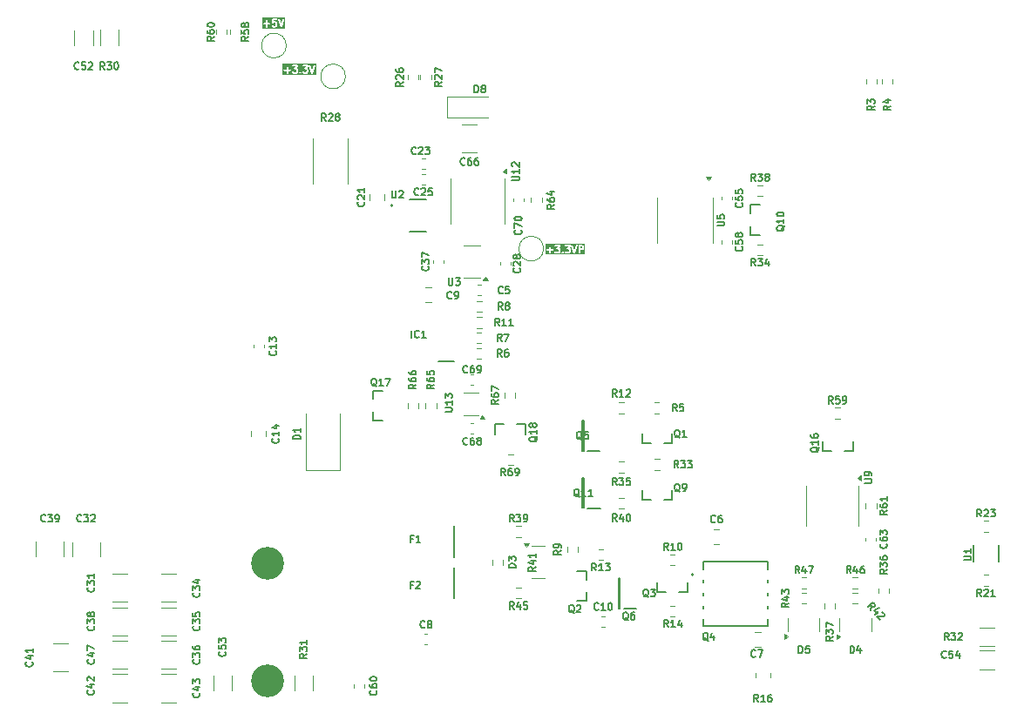
<source format=gbr>
%TF.GenerationSoftware,KiCad,Pcbnew,8.0.5*%
%TF.CreationDate,2024-12-26T16:36:04+00:00*%
%TF.ProjectId,mallow_adapt_v1.2,6d616c6c-6f77-45f6-9164-6170745f7631,rev?*%
%TF.SameCoordinates,Original*%
%TF.FileFunction,Legend,Top*%
%TF.FilePolarity,Positive*%
%FSLAX46Y46*%
G04 Gerber Fmt 4.6, Leading zero omitted, Abs format (unit mm)*
G04 Created by KiCad (PCBNEW 8.0.5) date 2024-12-26 16:36:04*
%MOMM*%
%LPD*%
G01*
G04 APERTURE LIST*
%ADD10C,0.175000*%
%ADD11C,0.150000*%
%ADD12C,0.120000*%
%ADD13C,0.127000*%
%ADD14C,0.152400*%
%ADD15C,0.200000*%
%ADD16C,3.200000*%
G04 APERTURE END LIST*
D10*
G36*
X177697727Y-83064078D02*
G01*
X177710981Y-83077332D01*
X177728726Y-83112821D01*
X177728726Y-83171509D01*
X177710979Y-83207002D01*
X177697727Y-83220254D01*
X177662237Y-83238000D01*
X177503726Y-83238000D01*
X177503726Y-83046333D01*
X177662237Y-83046333D01*
X177697727Y-83064078D01*
G37*
G36*
X177991226Y-83833833D02*
G01*
X174109573Y-83833833D01*
X174109573Y-83375096D01*
X174197073Y-83375096D01*
X174197073Y-83409236D01*
X174210138Y-83440778D01*
X174234280Y-83464920D01*
X174265822Y-83477985D01*
X174282892Y-83479666D01*
X174462059Y-83479666D01*
X174462059Y-83658833D01*
X174463740Y-83675903D01*
X174476805Y-83707445D01*
X174500947Y-83731587D01*
X174532489Y-83744652D01*
X174566629Y-83744652D01*
X174598171Y-83731587D01*
X174622313Y-83707445D01*
X174635378Y-83675903D01*
X174637059Y-83658833D01*
X174637059Y-83479666D01*
X174816226Y-83479666D01*
X174833296Y-83477985D01*
X174864838Y-83464920D01*
X174888980Y-83440778D01*
X174902045Y-83409236D01*
X174902045Y-83375096D01*
X174888980Y-83343554D01*
X174864838Y-83319412D01*
X174833296Y-83306347D01*
X174816226Y-83304666D01*
X174637059Y-83304666D01*
X174637059Y-83125500D01*
X174635378Y-83108430D01*
X174622313Y-83076888D01*
X174598171Y-83052746D01*
X174566629Y-83039681D01*
X174532489Y-83039681D01*
X174500947Y-83052746D01*
X174476805Y-83076888D01*
X174463740Y-83108430D01*
X174462059Y-83125500D01*
X174462059Y-83304666D01*
X174282892Y-83304666D01*
X174265822Y-83306347D01*
X174234280Y-83319412D01*
X174210138Y-83343554D01*
X174197073Y-83375096D01*
X174109573Y-83375096D01*
X174109573Y-82941763D01*
X174997074Y-82941763D01*
X174997074Y-82975903D01*
X175010139Y-83007445D01*
X175034281Y-83031587D01*
X175065823Y-83044652D01*
X175082893Y-83046333D01*
X175323396Y-83046333D01*
X175217042Y-83167881D01*
X175211766Y-83175260D01*
X175210139Y-83176888D01*
X175209499Y-83178430D01*
X175207067Y-83181834D01*
X175202513Y-83195296D01*
X175197074Y-83208430D01*
X175197074Y-83211381D01*
X175196129Y-83214176D01*
X175197074Y-83228351D01*
X175197074Y-83242570D01*
X175198203Y-83245297D01*
X175198400Y-83248242D01*
X175204701Y-83260983D01*
X175210139Y-83274112D01*
X175212224Y-83276197D01*
X175213534Y-83278845D01*
X175224236Y-83288209D01*
X175234281Y-83298254D01*
X175237006Y-83299382D01*
X175239227Y-83301326D01*
X175252689Y-83305879D01*
X175265823Y-83311319D01*
X175269987Y-83311729D01*
X175271569Y-83312264D01*
X175273864Y-83312110D01*
X175282893Y-83313000D01*
X175362238Y-83313000D01*
X175397726Y-83330744D01*
X175410980Y-83343997D01*
X175428726Y-83379489D01*
X175428726Y-83504845D01*
X175410982Y-83540333D01*
X175397726Y-83553589D01*
X175362238Y-83571333D01*
X175203550Y-83571333D01*
X175168057Y-83553587D01*
X175144766Y-83530295D01*
X175131507Y-83519413D01*
X175099965Y-83506348D01*
X175065823Y-83506347D01*
X175034281Y-83519412D01*
X175010140Y-83543552D01*
X174997075Y-83575094D01*
X174997074Y-83609236D01*
X175010139Y-83640778D01*
X175021020Y-83654037D01*
X175054353Y-83687371D01*
X175061065Y-83692880D01*
X175062579Y-83694625D01*
X175065208Y-83696280D01*
X175067612Y-83698253D01*
X175069747Y-83699137D01*
X175077095Y-83703763D01*
X175143763Y-83737096D01*
X175159782Y-83743226D01*
X175162918Y-83743448D01*
X175165823Y-83744652D01*
X175182893Y-83746333D01*
X175382893Y-83746333D01*
X175399963Y-83744652D01*
X175402867Y-83743448D01*
X175406005Y-83743226D01*
X175422024Y-83737095D01*
X175488690Y-83703762D01*
X175496033Y-83699139D01*
X175498172Y-83698254D01*
X175500578Y-83696278D01*
X175503206Y-83694625D01*
X175504718Y-83692881D01*
X175511431Y-83687372D01*
X175544765Y-83654038D01*
X175550272Y-83647326D01*
X175552018Y-83645813D01*
X175553674Y-83643181D01*
X175555646Y-83640779D01*
X175556530Y-83638644D01*
X175561155Y-83631297D01*
X175572589Y-83608429D01*
X175697074Y-83608429D01*
X175697074Y-83642571D01*
X175710139Y-83674113D01*
X175721021Y-83687372D01*
X175754354Y-83720705D01*
X175767613Y-83731587D01*
X175799155Y-83744652D01*
X175799156Y-83744652D01*
X175833296Y-83744652D01*
X175833297Y-83744652D01*
X175864839Y-83731587D01*
X175864843Y-83731582D01*
X175878097Y-83720706D01*
X175911431Y-83687373D01*
X175922313Y-83674114D01*
X175935379Y-83642572D01*
X175935379Y-83608430D01*
X175922314Y-83576888D01*
X175922312Y-83576886D01*
X175911432Y-83563628D01*
X175878098Y-83530294D01*
X175864839Y-83519412D01*
X175833297Y-83506347D01*
X175833296Y-83506347D01*
X175799154Y-83506347D01*
X175786089Y-83511759D01*
X175767613Y-83519412D01*
X175767612Y-83519413D01*
X175754353Y-83530295D01*
X175721020Y-83563629D01*
X175710143Y-83576882D01*
X175710139Y-83576887D01*
X175697074Y-83608429D01*
X175572589Y-83608429D01*
X175594488Y-83564631D01*
X175600619Y-83548611D01*
X175600841Y-83545474D01*
X175602045Y-83542570D01*
X175603726Y-83525500D01*
X175603726Y-83358833D01*
X175602045Y-83341763D01*
X175600841Y-83338858D01*
X175600619Y-83335722D01*
X175594489Y-83319703D01*
X175561156Y-83253035D01*
X175556530Y-83245687D01*
X175555646Y-83243552D01*
X175553673Y-83241148D01*
X175552018Y-83238519D01*
X175550273Y-83237005D01*
X175544764Y-83230293D01*
X175511430Y-83196960D01*
X175504719Y-83191453D01*
X175503206Y-83189708D01*
X175500575Y-83188052D01*
X175498171Y-83186079D01*
X175496034Y-83185194D01*
X175488690Y-83180571D01*
X175453756Y-83163104D01*
X175582076Y-83016452D01*
X175587351Y-83009073D01*
X175588980Y-83007445D01*
X175589619Y-83005901D01*
X175592052Y-83002499D01*
X175596605Y-82989034D01*
X175602045Y-82975903D01*
X175602045Y-82972952D01*
X175602990Y-82970158D01*
X175602045Y-82955982D01*
X175602045Y-82941763D01*
X175997074Y-82941763D01*
X175997074Y-82975903D01*
X176010139Y-83007445D01*
X176034281Y-83031587D01*
X176065823Y-83044652D01*
X176082893Y-83046333D01*
X176323396Y-83046333D01*
X176217042Y-83167881D01*
X176211766Y-83175260D01*
X176210139Y-83176888D01*
X176209499Y-83178430D01*
X176207067Y-83181834D01*
X176202513Y-83195296D01*
X176197074Y-83208430D01*
X176197074Y-83211381D01*
X176196129Y-83214176D01*
X176197074Y-83228351D01*
X176197074Y-83242570D01*
X176198203Y-83245297D01*
X176198400Y-83248242D01*
X176204701Y-83260983D01*
X176210139Y-83274112D01*
X176212224Y-83276197D01*
X176213534Y-83278845D01*
X176224236Y-83288209D01*
X176234281Y-83298254D01*
X176237006Y-83299382D01*
X176239227Y-83301326D01*
X176252689Y-83305879D01*
X176265823Y-83311319D01*
X176269987Y-83311729D01*
X176271569Y-83312264D01*
X176273864Y-83312110D01*
X176282893Y-83313000D01*
X176362238Y-83313000D01*
X176397726Y-83330744D01*
X176410980Y-83343997D01*
X176428726Y-83379489D01*
X176428726Y-83504845D01*
X176410982Y-83540333D01*
X176397726Y-83553589D01*
X176362238Y-83571333D01*
X176203550Y-83571333D01*
X176168057Y-83553587D01*
X176144766Y-83530295D01*
X176131507Y-83519413D01*
X176099965Y-83506348D01*
X176065823Y-83506347D01*
X176034281Y-83519412D01*
X176010140Y-83543552D01*
X175997075Y-83575094D01*
X175997074Y-83609236D01*
X176010139Y-83640778D01*
X176021020Y-83654037D01*
X176054353Y-83687371D01*
X176061065Y-83692880D01*
X176062579Y-83694625D01*
X176065208Y-83696280D01*
X176067612Y-83698253D01*
X176069747Y-83699137D01*
X176077095Y-83703763D01*
X176143763Y-83737096D01*
X176159782Y-83743226D01*
X176162918Y-83743448D01*
X176165823Y-83744652D01*
X176182893Y-83746333D01*
X176382893Y-83746333D01*
X176399963Y-83744652D01*
X176402867Y-83743448D01*
X176406005Y-83743226D01*
X176422024Y-83737095D01*
X176488690Y-83703762D01*
X176496033Y-83699139D01*
X176498172Y-83698254D01*
X176500578Y-83696278D01*
X176503206Y-83694625D01*
X176504718Y-83692881D01*
X176511431Y-83687372D01*
X176544765Y-83654038D01*
X176550272Y-83647326D01*
X176552018Y-83645813D01*
X176553674Y-83643181D01*
X176555646Y-83640779D01*
X176556530Y-83638644D01*
X176561155Y-83631297D01*
X176594488Y-83564631D01*
X176600619Y-83548611D01*
X176600841Y-83545474D01*
X176602045Y-83542570D01*
X176603726Y-83525500D01*
X176603726Y-83358833D01*
X176602045Y-83341763D01*
X176600841Y-83338858D01*
X176600619Y-83335722D01*
X176594489Y-83319703D01*
X176561156Y-83253035D01*
X176556530Y-83245687D01*
X176555646Y-83243552D01*
X176553673Y-83241148D01*
X176552018Y-83238519D01*
X176550273Y-83237005D01*
X176544764Y-83230293D01*
X176511430Y-83196960D01*
X176504719Y-83191453D01*
X176503206Y-83189708D01*
X176500575Y-83188052D01*
X176498171Y-83186079D01*
X176496034Y-83185194D01*
X176488690Y-83180571D01*
X176453756Y-83163104D01*
X176582076Y-83016452D01*
X176587351Y-83009073D01*
X176588980Y-83007445D01*
X176589619Y-83005901D01*
X176592052Y-83002499D01*
X176596605Y-82989034D01*
X176602045Y-82975903D01*
X176602045Y-82972952D01*
X176602990Y-82970158D01*
X176602965Y-82969777D01*
X176629413Y-82969777D01*
X176633216Y-82986503D01*
X176866550Y-83686503D01*
X176873543Y-83702165D01*
X176877639Y-83706888D01*
X176880436Y-83712481D01*
X176888723Y-83719669D01*
X176895912Y-83727957D01*
X176901504Y-83730753D01*
X176906228Y-83734850D01*
X176916638Y-83738320D01*
X176926450Y-83743226D01*
X176932685Y-83743669D01*
X176938616Y-83745646D01*
X176949560Y-83744868D01*
X176960504Y-83745646D01*
X176966434Y-83743669D01*
X176972671Y-83743226D01*
X176982484Y-83738319D01*
X176992892Y-83734850D01*
X176997615Y-83730753D01*
X177003208Y-83727957D01*
X177010396Y-83719669D01*
X177018684Y-83712481D01*
X177021480Y-83706888D01*
X177025577Y-83702165D01*
X177032570Y-83686503D01*
X177265903Y-82986503D01*
X177269706Y-82969777D01*
X177268928Y-82958833D01*
X177328726Y-82958833D01*
X177328726Y-83658833D01*
X177330407Y-83675903D01*
X177343472Y-83707445D01*
X177367614Y-83731587D01*
X177399156Y-83744652D01*
X177433296Y-83744652D01*
X177464838Y-83731587D01*
X177488980Y-83707445D01*
X177502045Y-83675903D01*
X177503726Y-83658833D01*
X177503726Y-83413000D01*
X177682893Y-83413000D01*
X177699963Y-83411319D01*
X177702867Y-83410115D01*
X177706005Y-83409893D01*
X177722025Y-83403762D01*
X177788691Y-83370428D01*
X177796035Y-83365805D01*
X177798173Y-83364920D01*
X177800577Y-83362946D01*
X177803208Y-83361291D01*
X177804722Y-83359544D01*
X177811432Y-83354038D01*
X177844765Y-83320705D01*
X177850274Y-83313992D01*
X177852018Y-83312480D01*
X177853672Y-83309851D01*
X177855647Y-83307446D01*
X177856532Y-83305309D01*
X177861156Y-83297964D01*
X177894489Y-83231296D01*
X177900619Y-83215277D01*
X177900841Y-83212140D01*
X177902045Y-83209236D01*
X177903726Y-83192166D01*
X177903726Y-83092166D01*
X177902045Y-83075096D01*
X177900841Y-83072191D01*
X177900619Y-83069055D01*
X177894488Y-83053035D01*
X177861155Y-82986369D01*
X177856531Y-82979023D01*
X177855647Y-82976888D01*
X177853673Y-82974483D01*
X177852018Y-82971853D01*
X177850273Y-82970339D01*
X177844766Y-82963629D01*
X177811433Y-82930295D01*
X177804720Y-82924785D01*
X177803207Y-82923041D01*
X177800577Y-82921385D01*
X177798174Y-82919413D01*
X177796039Y-82918528D01*
X177788691Y-82913903D01*
X177722024Y-82880570D01*
X177706004Y-82874440D01*
X177702867Y-82874217D01*
X177699963Y-82873014D01*
X177682893Y-82871333D01*
X177416226Y-82871333D01*
X177399156Y-82873014D01*
X177367614Y-82886079D01*
X177343472Y-82910221D01*
X177330407Y-82941763D01*
X177328726Y-82958833D01*
X177268928Y-82958833D01*
X177267286Y-82935722D01*
X177252017Y-82905185D01*
X177226225Y-82882816D01*
X177193837Y-82872020D01*
X177159783Y-82874440D01*
X177129245Y-82889708D01*
X177106876Y-82915500D01*
X177099883Y-82931163D01*
X176949559Y-83382133D01*
X176799236Y-82931163D01*
X176792243Y-82915501D01*
X176769874Y-82889709D01*
X176739336Y-82874440D01*
X176705282Y-82872020D01*
X176672894Y-82882816D01*
X176647102Y-82905185D01*
X176631833Y-82935723D01*
X176629413Y-82969777D01*
X176602965Y-82969777D01*
X176602045Y-82955982D01*
X176602045Y-82941763D01*
X176600915Y-82939035D01*
X176600719Y-82936091D01*
X176594419Y-82923354D01*
X176588980Y-82910221D01*
X176586892Y-82908133D01*
X176585584Y-82905488D01*
X176574889Y-82896130D01*
X176564838Y-82886079D01*
X176562110Y-82884949D01*
X176559891Y-82883007D01*
X176546431Y-82878455D01*
X176533296Y-82873014D01*
X176529131Y-82872603D01*
X176527550Y-82872069D01*
X176525254Y-82872222D01*
X176516226Y-82871333D01*
X176082893Y-82871333D01*
X176065823Y-82873014D01*
X176034281Y-82886079D01*
X176010139Y-82910221D01*
X175997074Y-82941763D01*
X175602045Y-82941763D01*
X175600915Y-82939035D01*
X175600719Y-82936091D01*
X175594419Y-82923354D01*
X175588980Y-82910221D01*
X175586892Y-82908133D01*
X175585584Y-82905488D01*
X175574889Y-82896130D01*
X175564838Y-82886079D01*
X175562110Y-82884949D01*
X175559891Y-82883007D01*
X175546431Y-82878455D01*
X175533296Y-82873014D01*
X175529131Y-82872603D01*
X175527550Y-82872069D01*
X175525254Y-82872222D01*
X175516226Y-82871333D01*
X175082893Y-82871333D01*
X175065823Y-82873014D01*
X175034281Y-82886079D01*
X175010139Y-82910221D01*
X174997074Y-82941763D01*
X174109573Y-82941763D01*
X174109573Y-82783833D01*
X177991226Y-82783833D01*
X177991226Y-83833833D01*
G37*
G36*
X148857206Y-61833833D02*
G01*
X146609573Y-61833833D01*
X146609573Y-61375096D01*
X146697073Y-61375096D01*
X146697073Y-61409236D01*
X146710138Y-61440778D01*
X146734280Y-61464920D01*
X146765822Y-61477985D01*
X146782892Y-61479666D01*
X146962059Y-61479666D01*
X146962059Y-61658833D01*
X146963740Y-61675903D01*
X146976805Y-61707445D01*
X147000947Y-61731587D01*
X147032489Y-61744652D01*
X147066629Y-61744652D01*
X147098171Y-61731587D01*
X147122313Y-61707445D01*
X147135378Y-61675903D01*
X147137059Y-61658833D01*
X147137059Y-61479666D01*
X147316226Y-61479666D01*
X147333296Y-61477985D01*
X147364838Y-61464920D01*
X147388980Y-61440778D01*
X147402045Y-61409236D01*
X147402045Y-61375096D01*
X147388980Y-61343554D01*
X147364838Y-61319412D01*
X147333296Y-61306347D01*
X147316226Y-61304666D01*
X147137059Y-61304666D01*
X147137059Y-61300612D01*
X147529134Y-61300612D01*
X147530407Y-61304831D01*
X147530407Y-61309237D01*
X147535301Y-61321054D01*
X147538996Y-61333298D01*
X147541785Y-61336707D01*
X147543472Y-61340779D01*
X147552519Y-61349826D01*
X147560616Y-61359722D01*
X147564496Y-61361803D01*
X147567613Y-61364920D01*
X147579430Y-61369814D01*
X147590701Y-61375861D01*
X147595085Y-61376299D01*
X147599155Y-61377985D01*
X147611942Y-61377985D01*
X147624672Y-61379258D01*
X147628891Y-61377985D01*
X147633297Y-61377985D01*
X147645114Y-61373090D01*
X147657358Y-61369396D01*
X147660767Y-61366606D01*
X147664839Y-61364920D01*
X147678098Y-61354038D01*
X147701389Y-61330746D01*
X147736883Y-61313000D01*
X147862238Y-61313000D01*
X147897726Y-61330744D01*
X147910980Y-61343997D01*
X147928726Y-61379489D01*
X147928726Y-61504845D01*
X147910982Y-61540333D01*
X147897726Y-61553589D01*
X147862238Y-61571333D01*
X147736883Y-61571333D01*
X147701390Y-61553587D01*
X147678099Y-61530295D01*
X147664840Y-61519413D01*
X147633298Y-61506348D01*
X147599156Y-61506347D01*
X147567614Y-61519412D01*
X147543473Y-61543552D01*
X147530408Y-61575094D01*
X147530407Y-61609236D01*
X147543472Y-61640778D01*
X147554353Y-61654037D01*
X147587686Y-61687371D01*
X147594398Y-61692880D01*
X147595912Y-61694625D01*
X147598541Y-61696280D01*
X147600945Y-61698253D01*
X147603080Y-61699137D01*
X147610428Y-61703763D01*
X147677096Y-61737096D01*
X147693115Y-61743226D01*
X147696251Y-61743448D01*
X147699156Y-61744652D01*
X147716226Y-61746333D01*
X147882893Y-61746333D01*
X147899963Y-61744652D01*
X147902867Y-61743448D01*
X147906005Y-61743226D01*
X147922024Y-61737095D01*
X147988690Y-61703762D01*
X147996033Y-61699139D01*
X147998172Y-61698254D01*
X148000578Y-61696278D01*
X148003206Y-61694625D01*
X148004718Y-61692881D01*
X148011431Y-61687372D01*
X148044765Y-61654038D01*
X148050272Y-61647326D01*
X148052018Y-61645813D01*
X148053674Y-61643181D01*
X148055646Y-61640779D01*
X148056530Y-61638644D01*
X148061155Y-61631297D01*
X148094488Y-61564631D01*
X148100619Y-61548611D01*
X148100841Y-61545474D01*
X148102045Y-61542570D01*
X148103726Y-61525500D01*
X148103726Y-61358833D01*
X148102045Y-61341763D01*
X148100841Y-61338858D01*
X148100619Y-61335722D01*
X148094489Y-61319703D01*
X148061156Y-61253035D01*
X148056530Y-61245687D01*
X148055646Y-61243552D01*
X148053673Y-61241148D01*
X148052018Y-61238519D01*
X148050273Y-61237005D01*
X148044764Y-61230293D01*
X148011430Y-61196960D01*
X148004719Y-61191453D01*
X148003206Y-61189708D01*
X148000575Y-61188052D01*
X147998171Y-61186079D01*
X147996034Y-61185194D01*
X147988690Y-61180571D01*
X147922024Y-61147238D01*
X147906005Y-61141107D01*
X147902867Y-61140884D01*
X147899963Y-61139681D01*
X147882893Y-61138000D01*
X147719579Y-61138000D01*
X147728746Y-61046333D01*
X147982893Y-61046333D01*
X147999963Y-61044652D01*
X148031505Y-61031587D01*
X148055647Y-61007445D01*
X148068712Y-60975903D01*
X148068712Y-60969777D01*
X148129413Y-60969777D01*
X148133216Y-60986503D01*
X148366550Y-61686503D01*
X148373543Y-61702165D01*
X148377639Y-61706888D01*
X148380436Y-61712481D01*
X148388723Y-61719669D01*
X148395912Y-61727957D01*
X148401504Y-61730753D01*
X148406228Y-61734850D01*
X148416638Y-61738320D01*
X148426450Y-61743226D01*
X148432685Y-61743669D01*
X148438616Y-61745646D01*
X148449560Y-61744868D01*
X148460504Y-61745646D01*
X148466434Y-61743669D01*
X148472671Y-61743226D01*
X148482484Y-61738319D01*
X148492892Y-61734850D01*
X148497615Y-61730753D01*
X148503208Y-61727957D01*
X148510396Y-61719669D01*
X148518684Y-61712481D01*
X148521480Y-61706888D01*
X148525577Y-61702165D01*
X148532570Y-61686503D01*
X148765903Y-60986503D01*
X148769706Y-60969777D01*
X148767286Y-60935722D01*
X148752017Y-60905185D01*
X148726225Y-60882816D01*
X148693837Y-60872020D01*
X148659783Y-60874440D01*
X148629245Y-60889708D01*
X148606876Y-60915500D01*
X148599883Y-60931163D01*
X148449559Y-61382133D01*
X148299236Y-60931163D01*
X148292243Y-60915501D01*
X148269874Y-60889709D01*
X148239336Y-60874440D01*
X148205282Y-60872020D01*
X148172894Y-60882816D01*
X148147102Y-60905185D01*
X148131833Y-60935723D01*
X148129413Y-60969777D01*
X148068712Y-60969777D01*
X148068712Y-60941763D01*
X148055647Y-60910221D01*
X148031505Y-60886079D01*
X147999963Y-60873014D01*
X147982893Y-60871333D01*
X147649559Y-60871333D01*
X147643242Y-60871954D01*
X147641113Y-60871742D01*
X147639033Y-60872369D01*
X147632489Y-60873014D01*
X147620665Y-60877911D01*
X147608427Y-60881604D01*
X147605019Y-60884392D01*
X147600947Y-60886079D01*
X147591898Y-60895127D01*
X147582003Y-60903224D01*
X147579921Y-60907104D01*
X147576805Y-60910221D01*
X147571910Y-60922038D01*
X147565864Y-60933309D01*
X147564572Y-60939753D01*
X147563740Y-60941763D01*
X147563740Y-60943905D01*
X147562493Y-60950127D01*
X147529160Y-61283460D01*
X147529134Y-61300612D01*
X147137059Y-61300612D01*
X147137059Y-61125500D01*
X147135378Y-61108430D01*
X147122313Y-61076888D01*
X147098171Y-61052746D01*
X147066629Y-61039681D01*
X147032489Y-61039681D01*
X147000947Y-61052746D01*
X146976805Y-61076888D01*
X146963740Y-61108430D01*
X146962059Y-61125500D01*
X146962059Y-61304666D01*
X146782892Y-61304666D01*
X146765822Y-61306347D01*
X146734280Y-61319412D01*
X146710138Y-61343554D01*
X146697073Y-61375096D01*
X146609573Y-61375096D01*
X146609573Y-60783833D01*
X148857206Y-60783833D01*
X148857206Y-61833833D01*
G37*
G36*
X151857206Y-66333833D02*
G01*
X148609573Y-66333833D01*
X148609573Y-65875096D01*
X148697073Y-65875096D01*
X148697073Y-65909236D01*
X148710138Y-65940778D01*
X148734280Y-65964920D01*
X148765822Y-65977985D01*
X148782892Y-65979666D01*
X148962059Y-65979666D01*
X148962059Y-66158833D01*
X148963740Y-66175903D01*
X148976805Y-66207445D01*
X149000947Y-66231587D01*
X149032489Y-66244652D01*
X149066629Y-66244652D01*
X149098171Y-66231587D01*
X149122313Y-66207445D01*
X149135378Y-66175903D01*
X149137059Y-66158833D01*
X149137059Y-65979666D01*
X149316226Y-65979666D01*
X149333296Y-65977985D01*
X149364838Y-65964920D01*
X149388980Y-65940778D01*
X149402045Y-65909236D01*
X149402045Y-65875096D01*
X149388980Y-65843554D01*
X149364838Y-65819412D01*
X149333296Y-65806347D01*
X149316226Y-65804666D01*
X149137059Y-65804666D01*
X149137059Y-65625500D01*
X149135378Y-65608430D01*
X149122313Y-65576888D01*
X149098171Y-65552746D01*
X149066629Y-65539681D01*
X149032489Y-65539681D01*
X149000947Y-65552746D01*
X148976805Y-65576888D01*
X148963740Y-65608430D01*
X148962059Y-65625500D01*
X148962059Y-65804666D01*
X148782892Y-65804666D01*
X148765822Y-65806347D01*
X148734280Y-65819412D01*
X148710138Y-65843554D01*
X148697073Y-65875096D01*
X148609573Y-65875096D01*
X148609573Y-65441763D01*
X149497074Y-65441763D01*
X149497074Y-65475903D01*
X149510139Y-65507445D01*
X149534281Y-65531587D01*
X149565823Y-65544652D01*
X149582893Y-65546333D01*
X149823396Y-65546333D01*
X149717042Y-65667881D01*
X149711766Y-65675260D01*
X149710139Y-65676888D01*
X149709499Y-65678430D01*
X149707067Y-65681834D01*
X149702513Y-65695296D01*
X149697074Y-65708430D01*
X149697074Y-65711381D01*
X149696129Y-65714176D01*
X149697074Y-65728351D01*
X149697074Y-65742570D01*
X149698203Y-65745297D01*
X149698400Y-65748242D01*
X149704701Y-65760983D01*
X149710139Y-65774112D01*
X149712224Y-65776197D01*
X149713534Y-65778845D01*
X149724236Y-65788209D01*
X149734281Y-65798254D01*
X149737006Y-65799382D01*
X149739227Y-65801326D01*
X149752689Y-65805879D01*
X149765823Y-65811319D01*
X149769987Y-65811729D01*
X149771569Y-65812264D01*
X149773864Y-65812110D01*
X149782893Y-65813000D01*
X149862238Y-65813000D01*
X149897726Y-65830744D01*
X149910980Y-65843997D01*
X149928726Y-65879489D01*
X149928726Y-66004845D01*
X149910982Y-66040333D01*
X149897726Y-66053589D01*
X149862238Y-66071333D01*
X149703550Y-66071333D01*
X149668057Y-66053587D01*
X149644766Y-66030295D01*
X149631507Y-66019413D01*
X149599965Y-66006348D01*
X149565823Y-66006347D01*
X149534281Y-66019412D01*
X149510140Y-66043552D01*
X149497075Y-66075094D01*
X149497074Y-66109236D01*
X149510139Y-66140778D01*
X149521020Y-66154037D01*
X149554353Y-66187371D01*
X149561065Y-66192880D01*
X149562579Y-66194625D01*
X149565208Y-66196280D01*
X149567612Y-66198253D01*
X149569747Y-66199137D01*
X149577095Y-66203763D01*
X149643763Y-66237096D01*
X149659782Y-66243226D01*
X149662918Y-66243448D01*
X149665823Y-66244652D01*
X149682893Y-66246333D01*
X149882893Y-66246333D01*
X149899963Y-66244652D01*
X149902867Y-66243448D01*
X149906005Y-66243226D01*
X149922024Y-66237095D01*
X149988690Y-66203762D01*
X149996033Y-66199139D01*
X149998172Y-66198254D01*
X150000578Y-66196278D01*
X150003206Y-66194625D01*
X150004718Y-66192881D01*
X150011431Y-66187372D01*
X150044765Y-66154038D01*
X150050272Y-66147326D01*
X150052018Y-66145813D01*
X150053674Y-66143181D01*
X150055646Y-66140779D01*
X150056530Y-66138644D01*
X150061155Y-66131297D01*
X150072589Y-66108429D01*
X150197074Y-66108429D01*
X150197074Y-66142571D01*
X150210139Y-66174113D01*
X150221021Y-66187372D01*
X150254354Y-66220705D01*
X150267613Y-66231587D01*
X150299155Y-66244652D01*
X150299156Y-66244652D01*
X150333296Y-66244652D01*
X150333297Y-66244652D01*
X150364839Y-66231587D01*
X150364843Y-66231582D01*
X150378097Y-66220706D01*
X150411431Y-66187373D01*
X150422313Y-66174114D01*
X150435379Y-66142572D01*
X150435379Y-66108430D01*
X150422314Y-66076888D01*
X150422312Y-66076886D01*
X150411432Y-66063628D01*
X150378098Y-66030294D01*
X150364839Y-66019412D01*
X150333297Y-66006347D01*
X150333296Y-66006347D01*
X150299154Y-66006347D01*
X150286089Y-66011759D01*
X150267613Y-66019412D01*
X150267612Y-66019413D01*
X150254353Y-66030295D01*
X150221020Y-66063629D01*
X150210143Y-66076882D01*
X150210139Y-66076887D01*
X150197074Y-66108429D01*
X150072589Y-66108429D01*
X150094488Y-66064631D01*
X150100619Y-66048611D01*
X150100841Y-66045474D01*
X150102045Y-66042570D01*
X150103726Y-66025500D01*
X150103726Y-65858833D01*
X150102045Y-65841763D01*
X150100841Y-65838858D01*
X150100619Y-65835722D01*
X150094489Y-65819703D01*
X150061156Y-65753035D01*
X150056530Y-65745687D01*
X150055646Y-65743552D01*
X150053673Y-65741148D01*
X150052018Y-65738519D01*
X150050273Y-65737005D01*
X150044764Y-65730293D01*
X150011430Y-65696960D01*
X150004719Y-65691453D01*
X150003206Y-65689708D01*
X150000575Y-65688052D01*
X149998171Y-65686079D01*
X149996034Y-65685194D01*
X149988690Y-65680571D01*
X149953756Y-65663104D01*
X150082076Y-65516452D01*
X150087351Y-65509073D01*
X150088980Y-65507445D01*
X150089619Y-65505901D01*
X150092052Y-65502499D01*
X150096605Y-65489034D01*
X150102045Y-65475903D01*
X150102045Y-65472952D01*
X150102990Y-65470158D01*
X150102045Y-65455982D01*
X150102045Y-65441763D01*
X150497074Y-65441763D01*
X150497074Y-65475903D01*
X150510139Y-65507445D01*
X150534281Y-65531587D01*
X150565823Y-65544652D01*
X150582893Y-65546333D01*
X150823396Y-65546333D01*
X150717042Y-65667881D01*
X150711766Y-65675260D01*
X150710139Y-65676888D01*
X150709499Y-65678430D01*
X150707067Y-65681834D01*
X150702513Y-65695296D01*
X150697074Y-65708430D01*
X150697074Y-65711381D01*
X150696129Y-65714176D01*
X150697074Y-65728351D01*
X150697074Y-65742570D01*
X150698203Y-65745297D01*
X150698400Y-65748242D01*
X150704701Y-65760983D01*
X150710139Y-65774112D01*
X150712224Y-65776197D01*
X150713534Y-65778845D01*
X150724236Y-65788209D01*
X150734281Y-65798254D01*
X150737006Y-65799382D01*
X150739227Y-65801326D01*
X150752689Y-65805879D01*
X150765823Y-65811319D01*
X150769987Y-65811729D01*
X150771569Y-65812264D01*
X150773864Y-65812110D01*
X150782893Y-65813000D01*
X150862238Y-65813000D01*
X150897726Y-65830744D01*
X150910980Y-65843997D01*
X150928726Y-65879489D01*
X150928726Y-66004845D01*
X150910982Y-66040333D01*
X150897726Y-66053589D01*
X150862238Y-66071333D01*
X150703550Y-66071333D01*
X150668057Y-66053587D01*
X150644766Y-66030295D01*
X150631507Y-66019413D01*
X150599965Y-66006348D01*
X150565823Y-66006347D01*
X150534281Y-66019412D01*
X150510140Y-66043552D01*
X150497075Y-66075094D01*
X150497074Y-66109236D01*
X150510139Y-66140778D01*
X150521020Y-66154037D01*
X150554353Y-66187371D01*
X150561065Y-66192880D01*
X150562579Y-66194625D01*
X150565208Y-66196280D01*
X150567612Y-66198253D01*
X150569747Y-66199137D01*
X150577095Y-66203763D01*
X150643763Y-66237096D01*
X150659782Y-66243226D01*
X150662918Y-66243448D01*
X150665823Y-66244652D01*
X150682893Y-66246333D01*
X150882893Y-66246333D01*
X150899963Y-66244652D01*
X150902867Y-66243448D01*
X150906005Y-66243226D01*
X150922024Y-66237095D01*
X150988690Y-66203762D01*
X150996033Y-66199139D01*
X150998172Y-66198254D01*
X151000578Y-66196278D01*
X151003206Y-66194625D01*
X151004718Y-66192881D01*
X151011431Y-66187372D01*
X151044765Y-66154038D01*
X151050272Y-66147326D01*
X151052018Y-66145813D01*
X151053674Y-66143181D01*
X151055646Y-66140779D01*
X151056530Y-66138644D01*
X151061155Y-66131297D01*
X151094488Y-66064631D01*
X151100619Y-66048611D01*
X151100841Y-66045474D01*
X151102045Y-66042570D01*
X151103726Y-66025500D01*
X151103726Y-65858833D01*
X151102045Y-65841763D01*
X151100841Y-65838858D01*
X151100619Y-65835722D01*
X151094489Y-65819703D01*
X151061156Y-65753035D01*
X151056530Y-65745687D01*
X151055646Y-65743552D01*
X151053673Y-65741148D01*
X151052018Y-65738519D01*
X151050273Y-65737005D01*
X151044764Y-65730293D01*
X151011430Y-65696960D01*
X151004719Y-65691453D01*
X151003206Y-65689708D01*
X151000575Y-65688052D01*
X150998171Y-65686079D01*
X150996034Y-65685194D01*
X150988690Y-65680571D01*
X150953756Y-65663104D01*
X151082076Y-65516452D01*
X151087351Y-65509073D01*
X151088980Y-65507445D01*
X151089619Y-65505901D01*
X151092052Y-65502499D01*
X151096605Y-65489034D01*
X151102045Y-65475903D01*
X151102045Y-65472952D01*
X151102990Y-65470158D01*
X151102965Y-65469777D01*
X151129413Y-65469777D01*
X151133216Y-65486503D01*
X151366550Y-66186503D01*
X151373543Y-66202165D01*
X151377639Y-66206888D01*
X151380436Y-66212481D01*
X151388723Y-66219669D01*
X151395912Y-66227957D01*
X151401504Y-66230753D01*
X151406228Y-66234850D01*
X151416638Y-66238320D01*
X151426450Y-66243226D01*
X151432685Y-66243669D01*
X151438616Y-66245646D01*
X151449560Y-66244868D01*
X151460504Y-66245646D01*
X151466434Y-66243669D01*
X151472671Y-66243226D01*
X151482484Y-66238319D01*
X151492892Y-66234850D01*
X151497615Y-66230753D01*
X151503208Y-66227957D01*
X151510396Y-66219669D01*
X151518684Y-66212481D01*
X151521480Y-66206888D01*
X151525577Y-66202165D01*
X151532570Y-66186503D01*
X151765903Y-65486503D01*
X151769706Y-65469777D01*
X151767286Y-65435722D01*
X151752017Y-65405185D01*
X151726225Y-65382816D01*
X151693837Y-65372020D01*
X151659783Y-65374440D01*
X151629245Y-65389708D01*
X151606876Y-65415500D01*
X151599883Y-65431163D01*
X151449559Y-65882133D01*
X151299236Y-65431163D01*
X151292243Y-65415501D01*
X151269874Y-65389709D01*
X151239336Y-65374440D01*
X151205282Y-65372020D01*
X151172894Y-65382816D01*
X151147102Y-65405185D01*
X151131833Y-65435723D01*
X151129413Y-65469777D01*
X151102965Y-65469777D01*
X151102045Y-65455982D01*
X151102045Y-65441763D01*
X151100915Y-65439035D01*
X151100719Y-65436091D01*
X151094419Y-65423354D01*
X151088980Y-65410221D01*
X151086892Y-65408133D01*
X151085584Y-65405488D01*
X151074889Y-65396130D01*
X151064838Y-65386079D01*
X151062110Y-65384949D01*
X151059891Y-65383007D01*
X151046431Y-65378455D01*
X151033296Y-65373014D01*
X151029131Y-65372603D01*
X151027550Y-65372069D01*
X151025254Y-65372222D01*
X151016226Y-65371333D01*
X150582893Y-65371333D01*
X150565823Y-65373014D01*
X150534281Y-65386079D01*
X150510139Y-65410221D01*
X150497074Y-65441763D01*
X150102045Y-65441763D01*
X150100915Y-65439035D01*
X150100719Y-65436091D01*
X150094419Y-65423354D01*
X150088980Y-65410221D01*
X150086892Y-65408133D01*
X150085584Y-65405488D01*
X150074889Y-65396130D01*
X150064838Y-65386079D01*
X150062110Y-65384949D01*
X150059891Y-65383007D01*
X150046431Y-65378455D01*
X150033296Y-65373014D01*
X150029131Y-65372603D01*
X150027550Y-65372069D01*
X150025254Y-65372222D01*
X150016226Y-65371333D01*
X149582893Y-65371333D01*
X149565823Y-65373014D01*
X149534281Y-65386079D01*
X149510139Y-65410221D01*
X149497074Y-65441763D01*
X148609573Y-65441763D01*
X148609573Y-65283833D01*
X151857206Y-65283833D01*
X151857206Y-66333833D01*
G37*
D11*
X213301094Y-121319633D02*
X213067761Y-120986300D01*
X212901094Y-121319633D02*
X212901094Y-120619633D01*
X212901094Y-120619633D02*
X213167761Y-120619633D01*
X213167761Y-120619633D02*
X213234428Y-120652966D01*
X213234428Y-120652966D02*
X213267761Y-120686300D01*
X213267761Y-120686300D02*
X213301094Y-120752966D01*
X213301094Y-120752966D02*
X213301094Y-120852966D01*
X213301094Y-120852966D02*
X213267761Y-120919633D01*
X213267761Y-120919633D02*
X213234428Y-120952966D01*
X213234428Y-120952966D02*
X213167761Y-120986300D01*
X213167761Y-120986300D02*
X212901094Y-120986300D01*
X213534428Y-120619633D02*
X213967761Y-120619633D01*
X213967761Y-120619633D02*
X213734428Y-120886300D01*
X213734428Y-120886300D02*
X213834428Y-120886300D01*
X213834428Y-120886300D02*
X213901094Y-120919633D01*
X213901094Y-120919633D02*
X213934428Y-120952966D01*
X213934428Y-120952966D02*
X213967761Y-121019633D01*
X213967761Y-121019633D02*
X213967761Y-121186300D01*
X213967761Y-121186300D02*
X213934428Y-121252966D01*
X213934428Y-121252966D02*
X213901094Y-121286300D01*
X213901094Y-121286300D02*
X213834428Y-121319633D01*
X213834428Y-121319633D02*
X213634428Y-121319633D01*
X213634428Y-121319633D02*
X213567761Y-121286300D01*
X213567761Y-121286300D02*
X213534428Y-121252966D01*
X214234428Y-120686300D02*
X214267761Y-120652966D01*
X214267761Y-120652966D02*
X214334428Y-120619633D01*
X214334428Y-120619633D02*
X214501095Y-120619633D01*
X214501095Y-120619633D02*
X214567761Y-120652966D01*
X214567761Y-120652966D02*
X214601095Y-120686300D01*
X214601095Y-120686300D02*
X214634428Y-120752966D01*
X214634428Y-120752966D02*
X214634428Y-120819633D01*
X214634428Y-120819633D02*
X214601095Y-120919633D01*
X214601095Y-120919633D02*
X214201095Y-121319633D01*
X214201095Y-121319633D02*
X214634428Y-121319633D01*
X130250461Y-123203600D02*
X130283795Y-123236933D01*
X130283795Y-123236933D02*
X130317128Y-123336933D01*
X130317128Y-123336933D02*
X130317128Y-123403600D01*
X130317128Y-123403600D02*
X130283795Y-123503600D01*
X130283795Y-123503600D02*
X130217128Y-123570267D01*
X130217128Y-123570267D02*
X130150461Y-123603600D01*
X130150461Y-123603600D02*
X130017128Y-123636933D01*
X130017128Y-123636933D02*
X129917128Y-123636933D01*
X129917128Y-123636933D02*
X129783795Y-123603600D01*
X129783795Y-123603600D02*
X129717128Y-123570267D01*
X129717128Y-123570267D02*
X129650461Y-123503600D01*
X129650461Y-123503600D02*
X129617128Y-123403600D01*
X129617128Y-123403600D02*
X129617128Y-123336933D01*
X129617128Y-123336933D02*
X129650461Y-123236933D01*
X129650461Y-123236933D02*
X129683795Y-123203600D01*
X129850461Y-122603600D02*
X130317128Y-122603600D01*
X129583795Y-122770267D02*
X130083795Y-122936933D01*
X130083795Y-122936933D02*
X130083795Y-122503600D01*
X129617128Y-122303600D02*
X129617128Y-121836933D01*
X129617128Y-121836933D02*
X130317128Y-122136933D01*
X164367128Y-99120266D02*
X164933795Y-99120266D01*
X164933795Y-99120266D02*
X165000461Y-99086933D01*
X165000461Y-99086933D02*
X165033795Y-99053599D01*
X165033795Y-99053599D02*
X165067128Y-98986933D01*
X165067128Y-98986933D02*
X165067128Y-98853599D01*
X165067128Y-98853599D02*
X165033795Y-98786933D01*
X165033795Y-98786933D02*
X165000461Y-98753599D01*
X165000461Y-98753599D02*
X164933795Y-98720266D01*
X164933795Y-98720266D02*
X164367128Y-98720266D01*
X165067128Y-98020266D02*
X165067128Y-98420266D01*
X165067128Y-98220266D02*
X164367128Y-98220266D01*
X164367128Y-98220266D02*
X164467128Y-98286933D01*
X164467128Y-98286933D02*
X164533795Y-98353600D01*
X164533795Y-98353600D02*
X164567128Y-98420266D01*
X164367128Y-97786933D02*
X164367128Y-97353599D01*
X164367128Y-97353599D02*
X164633795Y-97586933D01*
X164633795Y-97586933D02*
X164633795Y-97486933D01*
X164633795Y-97486933D02*
X164667128Y-97420266D01*
X164667128Y-97420266D02*
X164700461Y-97386933D01*
X164700461Y-97386933D02*
X164767128Y-97353599D01*
X164767128Y-97353599D02*
X164933795Y-97353599D01*
X164933795Y-97353599D02*
X165000461Y-97386933D01*
X165000461Y-97386933D02*
X165033795Y-97420266D01*
X165033795Y-97420266D02*
X165067128Y-97486933D01*
X165067128Y-97486933D02*
X165067128Y-97686933D01*
X165067128Y-97686933D02*
X165033795Y-97753599D01*
X165033795Y-97753599D02*
X165000461Y-97786933D01*
X174997128Y-78953600D02*
X174663795Y-79186933D01*
X174997128Y-79353600D02*
X174297128Y-79353600D01*
X174297128Y-79353600D02*
X174297128Y-79086933D01*
X174297128Y-79086933D02*
X174330461Y-79020267D01*
X174330461Y-79020267D02*
X174363795Y-78986933D01*
X174363795Y-78986933D02*
X174430461Y-78953600D01*
X174430461Y-78953600D02*
X174530461Y-78953600D01*
X174530461Y-78953600D02*
X174597128Y-78986933D01*
X174597128Y-78986933D02*
X174630461Y-79020267D01*
X174630461Y-79020267D02*
X174663795Y-79086933D01*
X174663795Y-79086933D02*
X174663795Y-79353600D01*
X174297128Y-78353600D02*
X174297128Y-78486933D01*
X174297128Y-78486933D02*
X174330461Y-78553600D01*
X174330461Y-78553600D02*
X174363795Y-78586933D01*
X174363795Y-78586933D02*
X174463795Y-78653600D01*
X174463795Y-78653600D02*
X174597128Y-78686933D01*
X174597128Y-78686933D02*
X174863795Y-78686933D01*
X174863795Y-78686933D02*
X174930461Y-78653600D01*
X174930461Y-78653600D02*
X174963795Y-78620267D01*
X174963795Y-78620267D02*
X174997128Y-78553600D01*
X174997128Y-78553600D02*
X174997128Y-78420267D01*
X174997128Y-78420267D02*
X174963795Y-78353600D01*
X174963795Y-78353600D02*
X174930461Y-78320267D01*
X174930461Y-78320267D02*
X174863795Y-78286933D01*
X174863795Y-78286933D02*
X174697128Y-78286933D01*
X174697128Y-78286933D02*
X174630461Y-78320267D01*
X174630461Y-78320267D02*
X174597128Y-78353600D01*
X174597128Y-78353600D02*
X174563795Y-78420267D01*
X174563795Y-78420267D02*
X174563795Y-78553600D01*
X174563795Y-78553600D02*
X174597128Y-78620267D01*
X174597128Y-78620267D02*
X174630461Y-78653600D01*
X174630461Y-78653600D02*
X174697128Y-78686933D01*
X174530461Y-77686933D02*
X174997128Y-77686933D01*
X174263795Y-77853600D02*
X174763795Y-78020266D01*
X174763795Y-78020266D02*
X174763795Y-77586933D01*
X181051094Y-106249633D02*
X180817761Y-105916300D01*
X180651094Y-106249633D02*
X180651094Y-105549633D01*
X180651094Y-105549633D02*
X180917761Y-105549633D01*
X180917761Y-105549633D02*
X180984428Y-105582966D01*
X180984428Y-105582966D02*
X181017761Y-105616300D01*
X181017761Y-105616300D02*
X181051094Y-105682966D01*
X181051094Y-105682966D02*
X181051094Y-105782966D01*
X181051094Y-105782966D02*
X181017761Y-105849633D01*
X181017761Y-105849633D02*
X180984428Y-105882966D01*
X180984428Y-105882966D02*
X180917761Y-105916300D01*
X180917761Y-105916300D02*
X180651094Y-105916300D01*
X181284428Y-105549633D02*
X181717761Y-105549633D01*
X181717761Y-105549633D02*
X181484428Y-105816300D01*
X181484428Y-105816300D02*
X181584428Y-105816300D01*
X181584428Y-105816300D02*
X181651094Y-105849633D01*
X181651094Y-105849633D02*
X181684428Y-105882966D01*
X181684428Y-105882966D02*
X181717761Y-105949633D01*
X181717761Y-105949633D02*
X181717761Y-106116300D01*
X181717761Y-106116300D02*
X181684428Y-106182966D01*
X181684428Y-106182966D02*
X181651094Y-106216300D01*
X181651094Y-106216300D02*
X181584428Y-106249633D01*
X181584428Y-106249633D02*
X181384428Y-106249633D01*
X181384428Y-106249633D02*
X181317761Y-106216300D01*
X181317761Y-106216300D02*
X181284428Y-106182966D01*
X182351095Y-105549633D02*
X182017761Y-105549633D01*
X182017761Y-105549633D02*
X181984428Y-105882966D01*
X181984428Y-105882966D02*
X182017761Y-105849633D01*
X182017761Y-105849633D02*
X182084428Y-105816300D01*
X182084428Y-105816300D02*
X182251095Y-105816300D01*
X182251095Y-105816300D02*
X182317761Y-105849633D01*
X182317761Y-105849633D02*
X182351095Y-105882966D01*
X182351095Y-105882966D02*
X182384428Y-105949633D01*
X182384428Y-105949633D02*
X182384428Y-106116300D01*
X182384428Y-106116300D02*
X182351095Y-106182966D01*
X182351095Y-106182966D02*
X182317761Y-106216300D01*
X182317761Y-106216300D02*
X182251095Y-106249633D01*
X182251095Y-106249633D02*
X182084428Y-106249633D01*
X182084428Y-106249633D02*
X182017761Y-106216300D01*
X182017761Y-106216300D02*
X181984428Y-106182966D01*
X124250461Y-123453600D02*
X124283795Y-123486933D01*
X124283795Y-123486933D02*
X124317128Y-123586933D01*
X124317128Y-123586933D02*
X124317128Y-123653600D01*
X124317128Y-123653600D02*
X124283795Y-123753600D01*
X124283795Y-123753600D02*
X124217128Y-123820267D01*
X124217128Y-123820267D02*
X124150461Y-123853600D01*
X124150461Y-123853600D02*
X124017128Y-123886933D01*
X124017128Y-123886933D02*
X123917128Y-123886933D01*
X123917128Y-123886933D02*
X123783795Y-123853600D01*
X123783795Y-123853600D02*
X123717128Y-123820267D01*
X123717128Y-123820267D02*
X123650461Y-123753600D01*
X123650461Y-123753600D02*
X123617128Y-123653600D01*
X123617128Y-123653600D02*
X123617128Y-123586933D01*
X123617128Y-123586933D02*
X123650461Y-123486933D01*
X123650461Y-123486933D02*
X123683795Y-123453600D01*
X123850461Y-122853600D02*
X124317128Y-122853600D01*
X123583795Y-123020267D02*
X124083795Y-123186933D01*
X124083795Y-123186933D02*
X124083795Y-122753600D01*
X124317128Y-122120266D02*
X124317128Y-122520266D01*
X124317128Y-122320266D02*
X123617128Y-122320266D01*
X123617128Y-122320266D02*
X123717128Y-122386933D01*
X123717128Y-122386933D02*
X123783795Y-122453600D01*
X123783795Y-122453600D02*
X123817128Y-122520266D01*
X165003788Y-88051773D02*
X164970455Y-88085107D01*
X164970455Y-88085107D02*
X164870455Y-88118440D01*
X164870455Y-88118440D02*
X164803788Y-88118440D01*
X164803788Y-88118440D02*
X164703788Y-88085107D01*
X164703788Y-88085107D02*
X164637122Y-88018440D01*
X164637122Y-88018440D02*
X164603788Y-87951773D01*
X164603788Y-87951773D02*
X164570455Y-87818440D01*
X164570455Y-87818440D02*
X164570455Y-87718440D01*
X164570455Y-87718440D02*
X164603788Y-87585107D01*
X164603788Y-87585107D02*
X164637122Y-87518440D01*
X164637122Y-87518440D02*
X164703788Y-87451773D01*
X164703788Y-87451773D02*
X164803788Y-87418440D01*
X164803788Y-87418440D02*
X164870455Y-87418440D01*
X164870455Y-87418440D02*
X164970455Y-87451773D01*
X164970455Y-87451773D02*
X165003788Y-87485107D01*
X165337122Y-88118440D02*
X165470455Y-88118440D01*
X165470455Y-88118440D02*
X165537122Y-88085107D01*
X165537122Y-88085107D02*
X165570455Y-88051773D01*
X165570455Y-88051773D02*
X165637122Y-87951773D01*
X165637122Y-87951773D02*
X165670455Y-87818440D01*
X165670455Y-87818440D02*
X165670455Y-87551773D01*
X165670455Y-87551773D02*
X165637122Y-87485107D01*
X165637122Y-87485107D02*
X165603788Y-87451773D01*
X165603788Y-87451773D02*
X165537122Y-87418440D01*
X165537122Y-87418440D02*
X165403788Y-87418440D01*
X165403788Y-87418440D02*
X165337122Y-87451773D01*
X165337122Y-87451773D02*
X165303788Y-87485107D01*
X165303788Y-87485107D02*
X165270455Y-87551773D01*
X165270455Y-87551773D02*
X165270455Y-87718440D01*
X165270455Y-87718440D02*
X165303788Y-87785107D01*
X165303788Y-87785107D02*
X165337122Y-87818440D01*
X165337122Y-87818440D02*
X165403788Y-87851773D01*
X165403788Y-87851773D02*
X165537122Y-87851773D01*
X165537122Y-87851773D02*
X165603788Y-87818440D01*
X165603788Y-87818440D02*
X165637122Y-87785107D01*
X165637122Y-87785107D02*
X165670455Y-87718440D01*
X171750461Y-81453600D02*
X171783795Y-81486933D01*
X171783795Y-81486933D02*
X171817128Y-81586933D01*
X171817128Y-81586933D02*
X171817128Y-81653600D01*
X171817128Y-81653600D02*
X171783795Y-81753600D01*
X171783795Y-81753600D02*
X171717128Y-81820267D01*
X171717128Y-81820267D02*
X171650461Y-81853600D01*
X171650461Y-81853600D02*
X171517128Y-81886933D01*
X171517128Y-81886933D02*
X171417128Y-81886933D01*
X171417128Y-81886933D02*
X171283795Y-81853600D01*
X171283795Y-81853600D02*
X171217128Y-81820267D01*
X171217128Y-81820267D02*
X171150461Y-81753600D01*
X171150461Y-81753600D02*
X171117128Y-81653600D01*
X171117128Y-81653600D02*
X171117128Y-81586933D01*
X171117128Y-81586933D02*
X171150461Y-81486933D01*
X171150461Y-81486933D02*
X171183795Y-81453600D01*
X171117128Y-81220267D02*
X171117128Y-80753600D01*
X171117128Y-80753600D02*
X171817128Y-81053600D01*
X171117128Y-80353600D02*
X171117128Y-80286933D01*
X171117128Y-80286933D02*
X171150461Y-80220266D01*
X171150461Y-80220266D02*
X171183795Y-80186933D01*
X171183795Y-80186933D02*
X171250461Y-80153600D01*
X171250461Y-80153600D02*
X171383795Y-80120266D01*
X171383795Y-80120266D02*
X171550461Y-80120266D01*
X171550461Y-80120266D02*
X171683795Y-80153600D01*
X171683795Y-80153600D02*
X171750461Y-80186933D01*
X171750461Y-80186933D02*
X171783795Y-80220266D01*
X171783795Y-80220266D02*
X171817128Y-80286933D01*
X171817128Y-80286933D02*
X171817128Y-80353600D01*
X171817128Y-80353600D02*
X171783795Y-80420266D01*
X171783795Y-80420266D02*
X171750461Y-80453600D01*
X171750461Y-80453600D02*
X171683795Y-80486933D01*
X171683795Y-80486933D02*
X171550461Y-80520266D01*
X171550461Y-80520266D02*
X171383795Y-80520266D01*
X171383795Y-80520266D02*
X171250461Y-80486933D01*
X171250461Y-80486933D02*
X171183795Y-80453600D01*
X171183795Y-80453600D02*
X171150461Y-80420266D01*
X171150461Y-80420266D02*
X171117128Y-80353600D01*
X194801094Y-127319633D02*
X194567761Y-126986300D01*
X194401094Y-127319633D02*
X194401094Y-126619633D01*
X194401094Y-126619633D02*
X194667761Y-126619633D01*
X194667761Y-126619633D02*
X194734428Y-126652966D01*
X194734428Y-126652966D02*
X194767761Y-126686300D01*
X194767761Y-126686300D02*
X194801094Y-126752966D01*
X194801094Y-126752966D02*
X194801094Y-126852966D01*
X194801094Y-126852966D02*
X194767761Y-126919633D01*
X194767761Y-126919633D02*
X194734428Y-126952966D01*
X194734428Y-126952966D02*
X194667761Y-126986300D01*
X194667761Y-126986300D02*
X194401094Y-126986300D01*
X195467761Y-127319633D02*
X195067761Y-127319633D01*
X195267761Y-127319633D02*
X195267761Y-126619633D01*
X195267761Y-126619633D02*
X195201094Y-126719633D01*
X195201094Y-126719633D02*
X195134428Y-126786300D01*
X195134428Y-126786300D02*
X195067761Y-126819633D01*
X196067761Y-126619633D02*
X195934428Y-126619633D01*
X195934428Y-126619633D02*
X195867761Y-126652966D01*
X195867761Y-126652966D02*
X195834428Y-126686300D01*
X195834428Y-126686300D02*
X195767761Y-126786300D01*
X195767761Y-126786300D02*
X195734428Y-126919633D01*
X195734428Y-126919633D02*
X195734428Y-127186300D01*
X195734428Y-127186300D02*
X195767761Y-127252966D01*
X195767761Y-127252966D02*
X195801095Y-127286300D01*
X195801095Y-127286300D02*
X195867761Y-127319633D01*
X195867761Y-127319633D02*
X196001095Y-127319633D01*
X196001095Y-127319633D02*
X196067761Y-127286300D01*
X196067761Y-127286300D02*
X196101095Y-127252966D01*
X196101095Y-127252966D02*
X196134428Y-127186300D01*
X196134428Y-127186300D02*
X196134428Y-127019633D01*
X196134428Y-127019633D02*
X196101095Y-126952966D01*
X196101095Y-126952966D02*
X196067761Y-126919633D01*
X196067761Y-126919633D02*
X196001095Y-126886300D01*
X196001095Y-126886300D02*
X195867761Y-126886300D01*
X195867761Y-126886300D02*
X195801095Y-126919633D01*
X195801095Y-126919633D02*
X195767761Y-126952966D01*
X195767761Y-126952966D02*
X195734428Y-127019633D01*
X128801094Y-65752966D02*
X128767761Y-65786300D01*
X128767761Y-65786300D02*
X128667761Y-65819633D01*
X128667761Y-65819633D02*
X128601094Y-65819633D01*
X128601094Y-65819633D02*
X128501094Y-65786300D01*
X128501094Y-65786300D02*
X128434428Y-65719633D01*
X128434428Y-65719633D02*
X128401094Y-65652966D01*
X128401094Y-65652966D02*
X128367761Y-65519633D01*
X128367761Y-65519633D02*
X128367761Y-65419633D01*
X128367761Y-65419633D02*
X128401094Y-65286300D01*
X128401094Y-65286300D02*
X128434428Y-65219633D01*
X128434428Y-65219633D02*
X128501094Y-65152966D01*
X128501094Y-65152966D02*
X128601094Y-65119633D01*
X128601094Y-65119633D02*
X128667761Y-65119633D01*
X128667761Y-65119633D02*
X128767761Y-65152966D01*
X128767761Y-65152966D02*
X128801094Y-65186300D01*
X129434428Y-65119633D02*
X129101094Y-65119633D01*
X129101094Y-65119633D02*
X129067761Y-65452966D01*
X129067761Y-65452966D02*
X129101094Y-65419633D01*
X129101094Y-65419633D02*
X129167761Y-65386300D01*
X129167761Y-65386300D02*
X129334428Y-65386300D01*
X129334428Y-65386300D02*
X129401094Y-65419633D01*
X129401094Y-65419633D02*
X129434428Y-65452966D01*
X129434428Y-65452966D02*
X129467761Y-65519633D01*
X129467761Y-65519633D02*
X129467761Y-65686300D01*
X129467761Y-65686300D02*
X129434428Y-65752966D01*
X129434428Y-65752966D02*
X129401094Y-65786300D01*
X129401094Y-65786300D02*
X129334428Y-65819633D01*
X129334428Y-65819633D02*
X129167761Y-65819633D01*
X129167761Y-65819633D02*
X129101094Y-65786300D01*
X129101094Y-65786300D02*
X129067761Y-65752966D01*
X129734428Y-65186300D02*
X129767761Y-65152966D01*
X129767761Y-65152966D02*
X129834428Y-65119633D01*
X129834428Y-65119633D02*
X130001095Y-65119633D01*
X130001095Y-65119633D02*
X130067761Y-65152966D01*
X130067761Y-65152966D02*
X130101095Y-65186300D01*
X130101095Y-65186300D02*
X130134428Y-65252966D01*
X130134428Y-65252966D02*
X130134428Y-65319633D01*
X130134428Y-65319633D02*
X130101095Y-65419633D01*
X130101095Y-65419633D02*
X129701095Y-65819633D01*
X129701095Y-65819633D02*
X130134428Y-65819633D01*
X171640003Y-85157558D02*
X171673337Y-85190891D01*
X171673337Y-85190891D02*
X171706670Y-85290891D01*
X171706670Y-85290891D02*
X171706670Y-85357558D01*
X171706670Y-85357558D02*
X171673337Y-85457558D01*
X171673337Y-85457558D02*
X171606670Y-85524225D01*
X171606670Y-85524225D02*
X171540003Y-85557558D01*
X171540003Y-85557558D02*
X171406670Y-85590891D01*
X171406670Y-85590891D02*
X171306670Y-85590891D01*
X171306670Y-85590891D02*
X171173337Y-85557558D01*
X171173337Y-85557558D02*
X171106670Y-85524225D01*
X171106670Y-85524225D02*
X171040003Y-85457558D01*
X171040003Y-85457558D02*
X171006670Y-85357558D01*
X171006670Y-85357558D02*
X171006670Y-85290891D01*
X171006670Y-85290891D02*
X171040003Y-85190891D01*
X171040003Y-85190891D02*
X171073337Y-85157558D01*
X171073337Y-84890891D02*
X171040003Y-84857558D01*
X171040003Y-84857558D02*
X171006670Y-84790891D01*
X171006670Y-84790891D02*
X171006670Y-84624225D01*
X171006670Y-84624225D02*
X171040003Y-84557558D01*
X171040003Y-84557558D02*
X171073337Y-84524225D01*
X171073337Y-84524225D02*
X171140003Y-84490891D01*
X171140003Y-84490891D02*
X171206670Y-84490891D01*
X171206670Y-84490891D02*
X171306670Y-84524225D01*
X171306670Y-84524225D02*
X171706670Y-84924225D01*
X171706670Y-84924225D02*
X171706670Y-84490891D01*
X171306670Y-84090891D02*
X171273337Y-84157558D01*
X171273337Y-84157558D02*
X171240003Y-84190891D01*
X171240003Y-84190891D02*
X171173337Y-84224224D01*
X171173337Y-84224224D02*
X171140003Y-84224224D01*
X171140003Y-84224224D02*
X171073337Y-84190891D01*
X171073337Y-84190891D02*
X171040003Y-84157558D01*
X171040003Y-84157558D02*
X171006670Y-84090891D01*
X171006670Y-84090891D02*
X171006670Y-83957558D01*
X171006670Y-83957558D02*
X171040003Y-83890891D01*
X171040003Y-83890891D02*
X171073337Y-83857558D01*
X171073337Y-83857558D02*
X171140003Y-83824224D01*
X171140003Y-83824224D02*
X171173337Y-83824224D01*
X171173337Y-83824224D02*
X171240003Y-83857558D01*
X171240003Y-83857558D02*
X171273337Y-83890891D01*
X171273337Y-83890891D02*
X171306670Y-83957558D01*
X171306670Y-83957558D02*
X171306670Y-84090891D01*
X171306670Y-84090891D02*
X171340003Y-84157558D01*
X171340003Y-84157558D02*
X171373337Y-84190891D01*
X171373337Y-84190891D02*
X171440003Y-84224224D01*
X171440003Y-84224224D02*
X171573337Y-84224224D01*
X171573337Y-84224224D02*
X171640003Y-84190891D01*
X171640003Y-84190891D02*
X171673337Y-84157558D01*
X171673337Y-84157558D02*
X171706670Y-84090891D01*
X171706670Y-84090891D02*
X171706670Y-83957558D01*
X171706670Y-83957558D02*
X171673337Y-83890891D01*
X171673337Y-83890891D02*
X171640003Y-83857558D01*
X171640003Y-83857558D02*
X171573337Y-83824224D01*
X171573337Y-83824224D02*
X171440003Y-83824224D01*
X171440003Y-83824224D02*
X171373337Y-83857558D01*
X171373337Y-83857558D02*
X171340003Y-83890891D01*
X171340003Y-83890891D02*
X171306670Y-83957558D01*
X169562109Y-97954051D02*
X169228776Y-98187384D01*
X169562109Y-98354051D02*
X168862109Y-98354051D01*
X168862109Y-98354051D02*
X168862109Y-98087384D01*
X168862109Y-98087384D02*
X168895442Y-98020718D01*
X168895442Y-98020718D02*
X168928776Y-97987384D01*
X168928776Y-97987384D02*
X168995442Y-97954051D01*
X168995442Y-97954051D02*
X169095442Y-97954051D01*
X169095442Y-97954051D02*
X169162109Y-97987384D01*
X169162109Y-97987384D02*
X169195442Y-98020718D01*
X169195442Y-98020718D02*
X169228776Y-98087384D01*
X169228776Y-98087384D02*
X169228776Y-98354051D01*
X168862109Y-97354051D02*
X168862109Y-97487384D01*
X168862109Y-97487384D02*
X168895442Y-97554051D01*
X168895442Y-97554051D02*
X168928776Y-97587384D01*
X168928776Y-97587384D02*
X169028776Y-97654051D01*
X169028776Y-97654051D02*
X169162109Y-97687384D01*
X169162109Y-97687384D02*
X169428776Y-97687384D01*
X169428776Y-97687384D02*
X169495442Y-97654051D01*
X169495442Y-97654051D02*
X169528776Y-97620718D01*
X169528776Y-97620718D02*
X169562109Y-97554051D01*
X169562109Y-97554051D02*
X169562109Y-97420718D01*
X169562109Y-97420718D02*
X169528776Y-97354051D01*
X169528776Y-97354051D02*
X169495442Y-97320718D01*
X169495442Y-97320718D02*
X169428776Y-97287384D01*
X169428776Y-97287384D02*
X169262109Y-97287384D01*
X169262109Y-97287384D02*
X169195442Y-97320718D01*
X169195442Y-97320718D02*
X169162109Y-97354051D01*
X169162109Y-97354051D02*
X169128776Y-97420718D01*
X169128776Y-97420718D02*
X169128776Y-97554051D01*
X169128776Y-97554051D02*
X169162109Y-97620718D01*
X169162109Y-97620718D02*
X169195442Y-97654051D01*
X169195442Y-97654051D02*
X169262109Y-97687384D01*
X168862109Y-97054051D02*
X168862109Y-96587384D01*
X168862109Y-96587384D02*
X169562109Y-96887384D01*
X166551094Y-95252966D02*
X166517761Y-95286300D01*
X166517761Y-95286300D02*
X166417761Y-95319633D01*
X166417761Y-95319633D02*
X166351094Y-95319633D01*
X166351094Y-95319633D02*
X166251094Y-95286300D01*
X166251094Y-95286300D02*
X166184428Y-95219633D01*
X166184428Y-95219633D02*
X166151094Y-95152966D01*
X166151094Y-95152966D02*
X166117761Y-95019633D01*
X166117761Y-95019633D02*
X166117761Y-94919633D01*
X166117761Y-94919633D02*
X166151094Y-94786300D01*
X166151094Y-94786300D02*
X166184428Y-94719633D01*
X166184428Y-94719633D02*
X166251094Y-94652966D01*
X166251094Y-94652966D02*
X166351094Y-94619633D01*
X166351094Y-94619633D02*
X166417761Y-94619633D01*
X166417761Y-94619633D02*
X166517761Y-94652966D01*
X166517761Y-94652966D02*
X166551094Y-94686300D01*
X167151094Y-94619633D02*
X167017761Y-94619633D01*
X167017761Y-94619633D02*
X166951094Y-94652966D01*
X166951094Y-94652966D02*
X166917761Y-94686300D01*
X166917761Y-94686300D02*
X166851094Y-94786300D01*
X166851094Y-94786300D02*
X166817761Y-94919633D01*
X166817761Y-94919633D02*
X166817761Y-95186300D01*
X166817761Y-95186300D02*
X166851094Y-95252966D01*
X166851094Y-95252966D02*
X166884428Y-95286300D01*
X166884428Y-95286300D02*
X166951094Y-95319633D01*
X166951094Y-95319633D02*
X167084428Y-95319633D01*
X167084428Y-95319633D02*
X167151094Y-95286300D01*
X167151094Y-95286300D02*
X167184428Y-95252966D01*
X167184428Y-95252966D02*
X167217761Y-95186300D01*
X167217761Y-95186300D02*
X167217761Y-95019633D01*
X167217761Y-95019633D02*
X167184428Y-94952966D01*
X167184428Y-94952966D02*
X167151094Y-94919633D01*
X167151094Y-94919633D02*
X167084428Y-94886300D01*
X167084428Y-94886300D02*
X166951094Y-94886300D01*
X166951094Y-94886300D02*
X166884428Y-94919633D01*
X166884428Y-94919633D02*
X166851094Y-94952966D01*
X166851094Y-94952966D02*
X166817761Y-95019633D01*
X167551095Y-95319633D02*
X167684428Y-95319633D01*
X167684428Y-95319633D02*
X167751095Y-95286300D01*
X167751095Y-95286300D02*
X167784428Y-95252966D01*
X167784428Y-95252966D02*
X167851095Y-95152966D01*
X167851095Y-95152966D02*
X167884428Y-95019633D01*
X167884428Y-95019633D02*
X167884428Y-94752966D01*
X167884428Y-94752966D02*
X167851095Y-94686300D01*
X167851095Y-94686300D02*
X167817761Y-94652966D01*
X167817761Y-94652966D02*
X167751095Y-94619633D01*
X167751095Y-94619633D02*
X167617761Y-94619633D01*
X167617761Y-94619633D02*
X167551095Y-94652966D01*
X167551095Y-94652966D02*
X167517761Y-94686300D01*
X167517761Y-94686300D02*
X167484428Y-94752966D01*
X167484428Y-94752966D02*
X167484428Y-94919633D01*
X167484428Y-94919633D02*
X167517761Y-94986300D01*
X167517761Y-94986300D02*
X167551095Y-95019633D01*
X167551095Y-95019633D02*
X167617761Y-95052966D01*
X167617761Y-95052966D02*
X167751095Y-95052966D01*
X167751095Y-95052966D02*
X167817761Y-95019633D01*
X167817761Y-95019633D02*
X167851095Y-94986300D01*
X167851095Y-94986300D02*
X167884428Y-94919633D01*
X198734428Y-122569633D02*
X198734428Y-121869633D01*
X198734428Y-121869633D02*
X198901095Y-121869633D01*
X198901095Y-121869633D02*
X199001095Y-121902966D01*
X199001095Y-121902966D02*
X199067762Y-121969633D01*
X199067762Y-121969633D02*
X199101095Y-122036300D01*
X199101095Y-122036300D02*
X199134428Y-122169633D01*
X199134428Y-122169633D02*
X199134428Y-122269633D01*
X199134428Y-122269633D02*
X199101095Y-122402966D01*
X199101095Y-122402966D02*
X199067762Y-122469633D01*
X199067762Y-122469633D02*
X199001095Y-122536300D01*
X199001095Y-122536300D02*
X198901095Y-122569633D01*
X198901095Y-122569633D02*
X198734428Y-122569633D01*
X199767762Y-121869633D02*
X199434428Y-121869633D01*
X199434428Y-121869633D02*
X199401095Y-122202966D01*
X199401095Y-122202966D02*
X199434428Y-122169633D01*
X199434428Y-122169633D02*
X199501095Y-122136300D01*
X199501095Y-122136300D02*
X199667762Y-122136300D01*
X199667762Y-122136300D02*
X199734428Y-122169633D01*
X199734428Y-122169633D02*
X199767762Y-122202966D01*
X199767762Y-122202966D02*
X199801095Y-122269633D01*
X199801095Y-122269633D02*
X199801095Y-122436300D01*
X199801095Y-122436300D02*
X199767762Y-122502966D01*
X199767762Y-122502966D02*
X199734428Y-122536300D01*
X199734428Y-122536300D02*
X199667762Y-122569633D01*
X199667762Y-122569633D02*
X199501095Y-122569633D01*
X199501095Y-122569633D02*
X199434428Y-122536300D01*
X199434428Y-122536300D02*
X199401095Y-122502966D01*
X171242128Y-114270266D02*
X170542128Y-114270266D01*
X170542128Y-114270266D02*
X170542128Y-114103599D01*
X170542128Y-114103599D02*
X170575461Y-114003599D01*
X170575461Y-114003599D02*
X170642128Y-113936933D01*
X170642128Y-113936933D02*
X170708795Y-113903599D01*
X170708795Y-113903599D02*
X170842128Y-113870266D01*
X170842128Y-113870266D02*
X170942128Y-113870266D01*
X170942128Y-113870266D02*
X171075461Y-113903599D01*
X171075461Y-113903599D02*
X171142128Y-113936933D01*
X171142128Y-113936933D02*
X171208795Y-114003599D01*
X171208795Y-114003599D02*
X171242128Y-114103599D01*
X171242128Y-114103599D02*
X171242128Y-114270266D01*
X170542128Y-113636933D02*
X170542128Y-113203599D01*
X170542128Y-113203599D02*
X170808795Y-113436933D01*
X170808795Y-113436933D02*
X170808795Y-113336933D01*
X170808795Y-113336933D02*
X170842128Y-113270266D01*
X170842128Y-113270266D02*
X170875461Y-113236933D01*
X170875461Y-113236933D02*
X170942128Y-113203599D01*
X170942128Y-113203599D02*
X171108795Y-113203599D01*
X171108795Y-113203599D02*
X171175461Y-113236933D01*
X171175461Y-113236933D02*
X171208795Y-113270266D01*
X171208795Y-113270266D02*
X171242128Y-113336933D01*
X171242128Y-113336933D02*
X171242128Y-113536933D01*
X171242128Y-113536933D02*
X171208795Y-113603599D01*
X171208795Y-113603599D02*
X171175461Y-113636933D01*
X198801094Y-114819633D02*
X198567761Y-114486300D01*
X198401094Y-114819633D02*
X198401094Y-114119633D01*
X198401094Y-114119633D02*
X198667761Y-114119633D01*
X198667761Y-114119633D02*
X198734428Y-114152966D01*
X198734428Y-114152966D02*
X198767761Y-114186300D01*
X198767761Y-114186300D02*
X198801094Y-114252966D01*
X198801094Y-114252966D02*
X198801094Y-114352966D01*
X198801094Y-114352966D02*
X198767761Y-114419633D01*
X198767761Y-114419633D02*
X198734428Y-114452966D01*
X198734428Y-114452966D02*
X198667761Y-114486300D01*
X198667761Y-114486300D02*
X198401094Y-114486300D01*
X199401094Y-114352966D02*
X199401094Y-114819633D01*
X199234428Y-114086300D02*
X199067761Y-114586300D01*
X199067761Y-114586300D02*
X199501094Y-114586300D01*
X199701095Y-114119633D02*
X200167761Y-114119633D01*
X200167761Y-114119633D02*
X199867761Y-114819633D01*
X157721095Y-96636300D02*
X157654428Y-96602966D01*
X157654428Y-96602966D02*
X157587762Y-96536300D01*
X157587762Y-96536300D02*
X157487762Y-96436300D01*
X157487762Y-96436300D02*
X157421095Y-96402966D01*
X157421095Y-96402966D02*
X157354428Y-96402966D01*
X157387762Y-96569633D02*
X157321095Y-96536300D01*
X157321095Y-96536300D02*
X157254428Y-96469633D01*
X157254428Y-96469633D02*
X157221095Y-96336300D01*
X157221095Y-96336300D02*
X157221095Y-96102966D01*
X157221095Y-96102966D02*
X157254428Y-95969633D01*
X157254428Y-95969633D02*
X157321095Y-95902966D01*
X157321095Y-95902966D02*
X157387762Y-95869633D01*
X157387762Y-95869633D02*
X157521095Y-95869633D01*
X157521095Y-95869633D02*
X157587762Y-95902966D01*
X157587762Y-95902966D02*
X157654428Y-95969633D01*
X157654428Y-95969633D02*
X157687762Y-96102966D01*
X157687762Y-96102966D02*
X157687762Y-96336300D01*
X157687762Y-96336300D02*
X157654428Y-96469633D01*
X157654428Y-96469633D02*
X157587762Y-96536300D01*
X157587762Y-96536300D02*
X157521095Y-96569633D01*
X157521095Y-96569633D02*
X157387762Y-96569633D01*
X158354428Y-96569633D02*
X157954428Y-96569633D01*
X158154428Y-96569633D02*
X158154428Y-95869633D01*
X158154428Y-95869633D02*
X158087761Y-95969633D01*
X158087761Y-95969633D02*
X158021095Y-96036300D01*
X158021095Y-96036300D02*
X157954428Y-96069633D01*
X158587762Y-95869633D02*
X159054428Y-95869633D01*
X159054428Y-95869633D02*
X158754428Y-96569633D01*
X171051094Y-109819633D02*
X170817761Y-109486300D01*
X170651094Y-109819633D02*
X170651094Y-109119633D01*
X170651094Y-109119633D02*
X170917761Y-109119633D01*
X170917761Y-109119633D02*
X170984428Y-109152966D01*
X170984428Y-109152966D02*
X171017761Y-109186300D01*
X171017761Y-109186300D02*
X171051094Y-109252966D01*
X171051094Y-109252966D02*
X171051094Y-109352966D01*
X171051094Y-109352966D02*
X171017761Y-109419633D01*
X171017761Y-109419633D02*
X170984428Y-109452966D01*
X170984428Y-109452966D02*
X170917761Y-109486300D01*
X170917761Y-109486300D02*
X170651094Y-109486300D01*
X171284428Y-109119633D02*
X171717761Y-109119633D01*
X171717761Y-109119633D02*
X171484428Y-109386300D01*
X171484428Y-109386300D02*
X171584428Y-109386300D01*
X171584428Y-109386300D02*
X171651094Y-109419633D01*
X171651094Y-109419633D02*
X171684428Y-109452966D01*
X171684428Y-109452966D02*
X171717761Y-109519633D01*
X171717761Y-109519633D02*
X171717761Y-109686300D01*
X171717761Y-109686300D02*
X171684428Y-109752966D01*
X171684428Y-109752966D02*
X171651094Y-109786300D01*
X171651094Y-109786300D02*
X171584428Y-109819633D01*
X171584428Y-109819633D02*
X171384428Y-109819633D01*
X171384428Y-109819633D02*
X171317761Y-109786300D01*
X171317761Y-109786300D02*
X171284428Y-109752966D01*
X172051095Y-109819633D02*
X172184428Y-109819633D01*
X172184428Y-109819633D02*
X172251095Y-109786300D01*
X172251095Y-109786300D02*
X172284428Y-109752966D01*
X172284428Y-109752966D02*
X172351095Y-109652966D01*
X172351095Y-109652966D02*
X172384428Y-109519633D01*
X172384428Y-109519633D02*
X172384428Y-109252966D01*
X172384428Y-109252966D02*
X172351095Y-109186300D01*
X172351095Y-109186300D02*
X172317761Y-109152966D01*
X172317761Y-109152966D02*
X172251095Y-109119633D01*
X172251095Y-109119633D02*
X172117761Y-109119633D01*
X172117761Y-109119633D02*
X172051095Y-109152966D01*
X172051095Y-109152966D02*
X172017761Y-109186300D01*
X172017761Y-109186300D02*
X171984428Y-109252966D01*
X171984428Y-109252966D02*
X171984428Y-109419633D01*
X171984428Y-109419633D02*
X172017761Y-109486300D01*
X172017761Y-109486300D02*
X172051095Y-109519633D01*
X172051095Y-109519633D02*
X172117761Y-109552966D01*
X172117761Y-109552966D02*
X172251095Y-109552966D01*
X172251095Y-109552966D02*
X172317761Y-109519633D01*
X172317761Y-109519633D02*
X172351095Y-109486300D01*
X172351095Y-109486300D02*
X172384428Y-109419633D01*
X207667128Y-69370266D02*
X207333795Y-69603599D01*
X207667128Y-69770266D02*
X206967128Y-69770266D01*
X206967128Y-69770266D02*
X206967128Y-69503599D01*
X206967128Y-69503599D02*
X207000461Y-69436933D01*
X207000461Y-69436933D02*
X207033795Y-69403599D01*
X207033795Y-69403599D02*
X207100461Y-69370266D01*
X207100461Y-69370266D02*
X207200461Y-69370266D01*
X207200461Y-69370266D02*
X207267128Y-69403599D01*
X207267128Y-69403599D02*
X207300461Y-69436933D01*
X207300461Y-69436933D02*
X207333795Y-69503599D01*
X207333795Y-69503599D02*
X207333795Y-69770266D01*
X207200461Y-68770266D02*
X207667128Y-68770266D01*
X206933795Y-68936933D02*
X207433795Y-69103599D01*
X207433795Y-69103599D02*
X207433795Y-68670266D01*
X173333795Y-101503599D02*
X173300461Y-101570266D01*
X173300461Y-101570266D02*
X173233795Y-101636933D01*
X173233795Y-101636933D02*
X173133795Y-101736933D01*
X173133795Y-101736933D02*
X173100461Y-101803599D01*
X173100461Y-101803599D02*
X173100461Y-101870266D01*
X173267128Y-101836933D02*
X173233795Y-101903599D01*
X173233795Y-101903599D02*
X173167128Y-101970266D01*
X173167128Y-101970266D02*
X173033795Y-102003599D01*
X173033795Y-102003599D02*
X172800461Y-102003599D01*
X172800461Y-102003599D02*
X172667128Y-101970266D01*
X172667128Y-101970266D02*
X172600461Y-101903599D01*
X172600461Y-101903599D02*
X172567128Y-101836933D01*
X172567128Y-101836933D02*
X172567128Y-101703599D01*
X172567128Y-101703599D02*
X172600461Y-101636933D01*
X172600461Y-101636933D02*
X172667128Y-101570266D01*
X172667128Y-101570266D02*
X172800461Y-101536933D01*
X172800461Y-101536933D02*
X173033795Y-101536933D01*
X173033795Y-101536933D02*
X173167128Y-101570266D01*
X173167128Y-101570266D02*
X173233795Y-101636933D01*
X173233795Y-101636933D02*
X173267128Y-101703599D01*
X173267128Y-101703599D02*
X173267128Y-101836933D01*
X173267128Y-100870266D02*
X173267128Y-101270266D01*
X173267128Y-101070266D02*
X172567128Y-101070266D01*
X172567128Y-101070266D02*
X172667128Y-101136933D01*
X172667128Y-101136933D02*
X172733795Y-101203600D01*
X172733795Y-101203600D02*
X172767128Y-101270266D01*
X172867128Y-100470266D02*
X172833795Y-100536933D01*
X172833795Y-100536933D02*
X172800461Y-100570266D01*
X172800461Y-100570266D02*
X172733795Y-100603599D01*
X172733795Y-100603599D02*
X172700461Y-100603599D01*
X172700461Y-100603599D02*
X172633795Y-100570266D01*
X172633795Y-100570266D02*
X172600461Y-100536933D01*
X172600461Y-100536933D02*
X172567128Y-100470266D01*
X172567128Y-100470266D02*
X172567128Y-100336933D01*
X172567128Y-100336933D02*
X172600461Y-100270266D01*
X172600461Y-100270266D02*
X172633795Y-100236933D01*
X172633795Y-100236933D02*
X172700461Y-100203599D01*
X172700461Y-100203599D02*
X172733795Y-100203599D01*
X172733795Y-100203599D02*
X172800461Y-100236933D01*
X172800461Y-100236933D02*
X172833795Y-100270266D01*
X172833795Y-100270266D02*
X172867128Y-100336933D01*
X172867128Y-100336933D02*
X172867128Y-100470266D01*
X172867128Y-100470266D02*
X172900461Y-100536933D01*
X172900461Y-100536933D02*
X172933795Y-100570266D01*
X172933795Y-100570266D02*
X173000461Y-100603599D01*
X173000461Y-100603599D02*
X173133795Y-100603599D01*
X173133795Y-100603599D02*
X173200461Y-100570266D01*
X173200461Y-100570266D02*
X173233795Y-100536933D01*
X173233795Y-100536933D02*
X173267128Y-100470266D01*
X173267128Y-100470266D02*
X173267128Y-100336933D01*
X173267128Y-100336933D02*
X173233795Y-100270266D01*
X173233795Y-100270266D02*
X173200461Y-100236933D01*
X173200461Y-100236933D02*
X173133795Y-100203599D01*
X173133795Y-100203599D02*
X173000461Y-100203599D01*
X173000461Y-100203599D02*
X172933795Y-100236933D01*
X172933795Y-100236933D02*
X172900461Y-100270266D01*
X172900461Y-100270266D02*
X172867128Y-100336933D01*
X187184428Y-101636300D02*
X187117761Y-101602966D01*
X187117761Y-101602966D02*
X187051095Y-101536300D01*
X187051095Y-101536300D02*
X186951095Y-101436300D01*
X186951095Y-101436300D02*
X186884428Y-101402966D01*
X186884428Y-101402966D02*
X186817761Y-101402966D01*
X186851095Y-101569633D02*
X186784428Y-101536300D01*
X186784428Y-101536300D02*
X186717761Y-101469633D01*
X186717761Y-101469633D02*
X186684428Y-101336300D01*
X186684428Y-101336300D02*
X186684428Y-101102966D01*
X186684428Y-101102966D02*
X186717761Y-100969633D01*
X186717761Y-100969633D02*
X186784428Y-100902966D01*
X186784428Y-100902966D02*
X186851095Y-100869633D01*
X186851095Y-100869633D02*
X186984428Y-100869633D01*
X186984428Y-100869633D02*
X187051095Y-100902966D01*
X187051095Y-100902966D02*
X187117761Y-100969633D01*
X187117761Y-100969633D02*
X187151095Y-101102966D01*
X187151095Y-101102966D02*
X187151095Y-101336300D01*
X187151095Y-101336300D02*
X187117761Y-101469633D01*
X187117761Y-101469633D02*
X187051095Y-101536300D01*
X187051095Y-101536300D02*
X186984428Y-101569633D01*
X186984428Y-101569633D02*
X186851095Y-101569633D01*
X187817761Y-101569633D02*
X187417761Y-101569633D01*
X187617761Y-101569633D02*
X187617761Y-100869633D01*
X187617761Y-100869633D02*
X187551094Y-100969633D01*
X187551094Y-100969633D02*
X187484428Y-101036300D01*
X187484428Y-101036300D02*
X187417761Y-101069633D01*
X150948580Y-122651018D02*
X150615247Y-122884351D01*
X150948580Y-123051018D02*
X150248580Y-123051018D01*
X150248580Y-123051018D02*
X150248580Y-122784351D01*
X150248580Y-122784351D02*
X150281913Y-122717685D01*
X150281913Y-122717685D02*
X150315247Y-122684351D01*
X150315247Y-122684351D02*
X150381913Y-122651018D01*
X150381913Y-122651018D02*
X150481913Y-122651018D01*
X150481913Y-122651018D02*
X150548580Y-122684351D01*
X150548580Y-122684351D02*
X150581913Y-122717685D01*
X150581913Y-122717685D02*
X150615247Y-122784351D01*
X150615247Y-122784351D02*
X150615247Y-123051018D01*
X150248580Y-122417685D02*
X150248580Y-121984351D01*
X150248580Y-121984351D02*
X150515247Y-122217685D01*
X150515247Y-122217685D02*
X150515247Y-122117685D01*
X150515247Y-122117685D02*
X150548580Y-122051018D01*
X150548580Y-122051018D02*
X150581913Y-122017685D01*
X150581913Y-122017685D02*
X150648580Y-121984351D01*
X150648580Y-121984351D02*
X150815247Y-121984351D01*
X150815247Y-121984351D02*
X150881913Y-122017685D01*
X150881913Y-122017685D02*
X150915247Y-122051018D01*
X150915247Y-122051018D02*
X150948580Y-122117685D01*
X150948580Y-122117685D02*
X150948580Y-122317685D01*
X150948580Y-122317685D02*
X150915247Y-122384351D01*
X150915247Y-122384351D02*
X150881913Y-122417685D01*
X150948580Y-121317684D02*
X150948580Y-121717684D01*
X150948580Y-121517684D02*
X150248580Y-121517684D01*
X150248580Y-121517684D02*
X150348580Y-121584351D01*
X150348580Y-121584351D02*
X150415247Y-121651018D01*
X150415247Y-121651018D02*
X150448580Y-121717684D01*
X141954949Y-62620834D02*
X141621616Y-62854167D01*
X141954949Y-63020834D02*
X141254949Y-63020834D01*
X141254949Y-63020834D02*
X141254949Y-62754167D01*
X141254949Y-62754167D02*
X141288282Y-62687501D01*
X141288282Y-62687501D02*
X141321616Y-62654167D01*
X141321616Y-62654167D02*
X141388282Y-62620834D01*
X141388282Y-62620834D02*
X141488282Y-62620834D01*
X141488282Y-62620834D02*
X141554949Y-62654167D01*
X141554949Y-62654167D02*
X141588282Y-62687501D01*
X141588282Y-62687501D02*
X141621616Y-62754167D01*
X141621616Y-62754167D02*
X141621616Y-63020834D01*
X141254949Y-62020834D02*
X141254949Y-62154167D01*
X141254949Y-62154167D02*
X141288282Y-62220834D01*
X141288282Y-62220834D02*
X141321616Y-62254167D01*
X141321616Y-62254167D02*
X141421616Y-62320834D01*
X141421616Y-62320834D02*
X141554949Y-62354167D01*
X141554949Y-62354167D02*
X141821616Y-62354167D01*
X141821616Y-62354167D02*
X141888282Y-62320834D01*
X141888282Y-62320834D02*
X141921616Y-62287501D01*
X141921616Y-62287501D02*
X141954949Y-62220834D01*
X141954949Y-62220834D02*
X141954949Y-62087501D01*
X141954949Y-62087501D02*
X141921616Y-62020834D01*
X141921616Y-62020834D02*
X141888282Y-61987501D01*
X141888282Y-61987501D02*
X141821616Y-61954167D01*
X141821616Y-61954167D02*
X141654949Y-61954167D01*
X141654949Y-61954167D02*
X141588282Y-61987501D01*
X141588282Y-61987501D02*
X141554949Y-62020834D01*
X141554949Y-62020834D02*
X141521616Y-62087501D01*
X141521616Y-62087501D02*
X141521616Y-62220834D01*
X141521616Y-62220834D02*
X141554949Y-62287501D01*
X141554949Y-62287501D02*
X141588282Y-62320834D01*
X141588282Y-62320834D02*
X141654949Y-62354167D01*
X141254949Y-61520834D02*
X141254949Y-61454167D01*
X141254949Y-61454167D02*
X141288282Y-61387500D01*
X141288282Y-61387500D02*
X141321616Y-61354167D01*
X141321616Y-61354167D02*
X141388282Y-61320834D01*
X141388282Y-61320834D02*
X141521616Y-61287500D01*
X141521616Y-61287500D02*
X141688282Y-61287500D01*
X141688282Y-61287500D02*
X141821616Y-61320834D01*
X141821616Y-61320834D02*
X141888282Y-61354167D01*
X141888282Y-61354167D02*
X141921616Y-61387500D01*
X141921616Y-61387500D02*
X141954949Y-61454167D01*
X141954949Y-61454167D02*
X141954949Y-61520834D01*
X141954949Y-61520834D02*
X141921616Y-61587500D01*
X141921616Y-61587500D02*
X141888282Y-61620834D01*
X141888282Y-61620834D02*
X141821616Y-61654167D01*
X141821616Y-61654167D02*
X141688282Y-61687500D01*
X141688282Y-61687500D02*
X141521616Y-61687500D01*
X141521616Y-61687500D02*
X141388282Y-61654167D01*
X141388282Y-61654167D02*
X141321616Y-61620834D01*
X141321616Y-61620834D02*
X141288282Y-61587500D01*
X141288282Y-61587500D02*
X141254949Y-61520834D01*
X160317128Y-67028600D02*
X159983795Y-67261933D01*
X160317128Y-67428600D02*
X159617128Y-67428600D01*
X159617128Y-67428600D02*
X159617128Y-67161933D01*
X159617128Y-67161933D02*
X159650461Y-67095267D01*
X159650461Y-67095267D02*
X159683795Y-67061933D01*
X159683795Y-67061933D02*
X159750461Y-67028600D01*
X159750461Y-67028600D02*
X159850461Y-67028600D01*
X159850461Y-67028600D02*
X159917128Y-67061933D01*
X159917128Y-67061933D02*
X159950461Y-67095267D01*
X159950461Y-67095267D02*
X159983795Y-67161933D01*
X159983795Y-67161933D02*
X159983795Y-67428600D01*
X159683795Y-66761933D02*
X159650461Y-66728600D01*
X159650461Y-66728600D02*
X159617128Y-66661933D01*
X159617128Y-66661933D02*
X159617128Y-66495267D01*
X159617128Y-66495267D02*
X159650461Y-66428600D01*
X159650461Y-66428600D02*
X159683795Y-66395267D01*
X159683795Y-66395267D02*
X159750461Y-66361933D01*
X159750461Y-66361933D02*
X159817128Y-66361933D01*
X159817128Y-66361933D02*
X159917128Y-66395267D01*
X159917128Y-66395267D02*
X160317128Y-66795267D01*
X160317128Y-66795267D02*
X160317128Y-66361933D01*
X159617128Y-65761933D02*
X159617128Y-65895266D01*
X159617128Y-65895266D02*
X159650461Y-65961933D01*
X159650461Y-65961933D02*
X159683795Y-65995266D01*
X159683795Y-65995266D02*
X159783795Y-66061933D01*
X159783795Y-66061933D02*
X159917128Y-66095266D01*
X159917128Y-66095266D02*
X160183795Y-66095266D01*
X160183795Y-66095266D02*
X160250461Y-66061933D01*
X160250461Y-66061933D02*
X160283795Y-66028600D01*
X160283795Y-66028600D02*
X160317128Y-65961933D01*
X160317128Y-65961933D02*
X160317128Y-65828600D01*
X160317128Y-65828600D02*
X160283795Y-65761933D01*
X160283795Y-65761933D02*
X160250461Y-65728600D01*
X160250461Y-65728600D02*
X160183795Y-65695266D01*
X160183795Y-65695266D02*
X160017128Y-65695266D01*
X160017128Y-65695266D02*
X159950461Y-65728600D01*
X159950461Y-65728600D02*
X159917128Y-65761933D01*
X159917128Y-65761933D02*
X159883795Y-65828600D01*
X159883795Y-65828600D02*
X159883795Y-65961933D01*
X159883795Y-65961933D02*
X159917128Y-66028600D01*
X159917128Y-66028600D02*
X159950461Y-66061933D01*
X159950461Y-66061933D02*
X160017128Y-66095266D01*
X186051094Y-112569633D02*
X185817761Y-112236300D01*
X185651094Y-112569633D02*
X185651094Y-111869633D01*
X185651094Y-111869633D02*
X185917761Y-111869633D01*
X185917761Y-111869633D02*
X185984428Y-111902966D01*
X185984428Y-111902966D02*
X186017761Y-111936300D01*
X186017761Y-111936300D02*
X186051094Y-112002966D01*
X186051094Y-112002966D02*
X186051094Y-112102966D01*
X186051094Y-112102966D02*
X186017761Y-112169633D01*
X186017761Y-112169633D02*
X185984428Y-112202966D01*
X185984428Y-112202966D02*
X185917761Y-112236300D01*
X185917761Y-112236300D02*
X185651094Y-112236300D01*
X186717761Y-112569633D02*
X186317761Y-112569633D01*
X186517761Y-112569633D02*
X186517761Y-111869633D01*
X186517761Y-111869633D02*
X186451094Y-111969633D01*
X186451094Y-111969633D02*
X186384428Y-112036300D01*
X186384428Y-112036300D02*
X186317761Y-112069633D01*
X187151095Y-111869633D02*
X187217761Y-111869633D01*
X187217761Y-111869633D02*
X187284428Y-111902966D01*
X187284428Y-111902966D02*
X187317761Y-111936300D01*
X187317761Y-111936300D02*
X187351095Y-112002966D01*
X187351095Y-112002966D02*
X187384428Y-112136300D01*
X187384428Y-112136300D02*
X187384428Y-112302966D01*
X187384428Y-112302966D02*
X187351095Y-112436300D01*
X187351095Y-112436300D02*
X187317761Y-112502966D01*
X187317761Y-112502966D02*
X187284428Y-112536300D01*
X187284428Y-112536300D02*
X187217761Y-112569633D01*
X187217761Y-112569633D02*
X187151095Y-112569633D01*
X187151095Y-112569633D02*
X187084428Y-112536300D01*
X187084428Y-112536300D02*
X187051095Y-112502966D01*
X187051095Y-112502966D02*
X187017761Y-112436300D01*
X187017761Y-112436300D02*
X186984428Y-112302966D01*
X186984428Y-112302966D02*
X186984428Y-112136300D01*
X186984428Y-112136300D02*
X187017761Y-112002966D01*
X187017761Y-112002966D02*
X187051095Y-111936300D01*
X187051095Y-111936300D02*
X187084428Y-111902966D01*
X187084428Y-111902966D02*
X187151095Y-111869633D01*
X203733024Y-122569633D02*
X203733024Y-121869633D01*
X203733024Y-121869633D02*
X203899691Y-121869633D01*
X203899691Y-121869633D02*
X203999691Y-121902966D01*
X203999691Y-121902966D02*
X204066358Y-121969633D01*
X204066358Y-121969633D02*
X204099691Y-122036300D01*
X204099691Y-122036300D02*
X204133024Y-122169633D01*
X204133024Y-122169633D02*
X204133024Y-122269633D01*
X204133024Y-122269633D02*
X204099691Y-122402966D01*
X204099691Y-122402966D02*
X204066358Y-122469633D01*
X204066358Y-122469633D02*
X203999691Y-122536300D01*
X203999691Y-122536300D02*
X203899691Y-122569633D01*
X203899691Y-122569633D02*
X203733024Y-122569633D01*
X204733024Y-122102966D02*
X204733024Y-122569633D01*
X204566358Y-121836300D02*
X204399691Y-122336300D01*
X204399691Y-122336300D02*
X204833024Y-122336300D01*
X186051094Y-120069633D02*
X185817761Y-119736300D01*
X185651094Y-120069633D02*
X185651094Y-119369633D01*
X185651094Y-119369633D02*
X185917761Y-119369633D01*
X185917761Y-119369633D02*
X185984428Y-119402966D01*
X185984428Y-119402966D02*
X186017761Y-119436300D01*
X186017761Y-119436300D02*
X186051094Y-119502966D01*
X186051094Y-119502966D02*
X186051094Y-119602966D01*
X186051094Y-119602966D02*
X186017761Y-119669633D01*
X186017761Y-119669633D02*
X185984428Y-119702966D01*
X185984428Y-119702966D02*
X185917761Y-119736300D01*
X185917761Y-119736300D02*
X185651094Y-119736300D01*
X186717761Y-120069633D02*
X186317761Y-120069633D01*
X186517761Y-120069633D02*
X186517761Y-119369633D01*
X186517761Y-119369633D02*
X186451094Y-119469633D01*
X186451094Y-119469633D02*
X186384428Y-119536300D01*
X186384428Y-119536300D02*
X186317761Y-119569633D01*
X187317761Y-119602966D02*
X187317761Y-120069633D01*
X187151095Y-119336300D02*
X186984428Y-119836300D01*
X186984428Y-119836300D02*
X187417761Y-119836300D01*
X161801094Y-78002966D02*
X161767761Y-78036300D01*
X161767761Y-78036300D02*
X161667761Y-78069633D01*
X161667761Y-78069633D02*
X161601094Y-78069633D01*
X161601094Y-78069633D02*
X161501094Y-78036300D01*
X161501094Y-78036300D02*
X161434428Y-77969633D01*
X161434428Y-77969633D02*
X161401094Y-77902966D01*
X161401094Y-77902966D02*
X161367761Y-77769633D01*
X161367761Y-77769633D02*
X161367761Y-77669633D01*
X161367761Y-77669633D02*
X161401094Y-77536300D01*
X161401094Y-77536300D02*
X161434428Y-77469633D01*
X161434428Y-77469633D02*
X161501094Y-77402966D01*
X161501094Y-77402966D02*
X161601094Y-77369633D01*
X161601094Y-77369633D02*
X161667761Y-77369633D01*
X161667761Y-77369633D02*
X161767761Y-77402966D01*
X161767761Y-77402966D02*
X161801094Y-77436300D01*
X162067761Y-77436300D02*
X162101094Y-77402966D01*
X162101094Y-77402966D02*
X162167761Y-77369633D01*
X162167761Y-77369633D02*
X162334428Y-77369633D01*
X162334428Y-77369633D02*
X162401094Y-77402966D01*
X162401094Y-77402966D02*
X162434428Y-77436300D01*
X162434428Y-77436300D02*
X162467761Y-77502966D01*
X162467761Y-77502966D02*
X162467761Y-77569633D01*
X162467761Y-77569633D02*
X162434428Y-77669633D01*
X162434428Y-77669633D02*
X162034428Y-78069633D01*
X162034428Y-78069633D02*
X162467761Y-78069633D01*
X163101095Y-77369633D02*
X162767761Y-77369633D01*
X162767761Y-77369633D02*
X162734428Y-77702966D01*
X162734428Y-77702966D02*
X162767761Y-77669633D01*
X162767761Y-77669633D02*
X162834428Y-77636300D01*
X162834428Y-77636300D02*
X163001095Y-77636300D01*
X163001095Y-77636300D02*
X163067761Y-77669633D01*
X163067761Y-77669633D02*
X163101095Y-77702966D01*
X163101095Y-77702966D02*
X163134428Y-77769633D01*
X163134428Y-77769633D02*
X163134428Y-77936300D01*
X163134428Y-77936300D02*
X163101095Y-78002966D01*
X163101095Y-78002966D02*
X163067761Y-78036300D01*
X163067761Y-78036300D02*
X163001095Y-78069633D01*
X163001095Y-78069633D02*
X162834428Y-78069633D01*
X162834428Y-78069633D02*
X162767761Y-78036300D01*
X162767761Y-78036300D02*
X162734428Y-78002966D01*
X214792128Y-113536933D02*
X215358795Y-113536933D01*
X215358795Y-113536933D02*
X215425461Y-113503600D01*
X215425461Y-113503600D02*
X215458795Y-113470266D01*
X215458795Y-113470266D02*
X215492128Y-113403600D01*
X215492128Y-113403600D02*
X215492128Y-113270266D01*
X215492128Y-113270266D02*
X215458795Y-113203600D01*
X215458795Y-113203600D02*
X215425461Y-113170266D01*
X215425461Y-113170266D02*
X215358795Y-113136933D01*
X215358795Y-113136933D02*
X214792128Y-113136933D01*
X215492128Y-112436933D02*
X215492128Y-112836933D01*
X215492128Y-112636933D02*
X214792128Y-112636933D01*
X214792128Y-112636933D02*
X214892128Y-112703600D01*
X214892128Y-112703600D02*
X214958795Y-112770267D01*
X214958795Y-112770267D02*
X214992128Y-112836933D01*
X194526094Y-84919633D02*
X194292761Y-84586300D01*
X194126094Y-84919633D02*
X194126094Y-84219633D01*
X194126094Y-84219633D02*
X194392761Y-84219633D01*
X194392761Y-84219633D02*
X194459428Y-84252966D01*
X194459428Y-84252966D02*
X194492761Y-84286300D01*
X194492761Y-84286300D02*
X194526094Y-84352966D01*
X194526094Y-84352966D02*
X194526094Y-84452966D01*
X194526094Y-84452966D02*
X194492761Y-84519633D01*
X194492761Y-84519633D02*
X194459428Y-84552966D01*
X194459428Y-84552966D02*
X194392761Y-84586300D01*
X194392761Y-84586300D02*
X194126094Y-84586300D01*
X194759428Y-84219633D02*
X195192761Y-84219633D01*
X195192761Y-84219633D02*
X194959428Y-84486300D01*
X194959428Y-84486300D02*
X195059428Y-84486300D01*
X195059428Y-84486300D02*
X195126094Y-84519633D01*
X195126094Y-84519633D02*
X195159428Y-84552966D01*
X195159428Y-84552966D02*
X195192761Y-84619633D01*
X195192761Y-84619633D02*
X195192761Y-84786300D01*
X195192761Y-84786300D02*
X195159428Y-84852966D01*
X195159428Y-84852966D02*
X195126094Y-84886300D01*
X195126094Y-84886300D02*
X195059428Y-84919633D01*
X195059428Y-84919633D02*
X194859428Y-84919633D01*
X194859428Y-84919633D02*
X194792761Y-84886300D01*
X194792761Y-84886300D02*
X194759428Y-84852966D01*
X195792761Y-84452966D02*
X195792761Y-84919633D01*
X195626095Y-84186300D02*
X195459428Y-84686300D01*
X195459428Y-84686300D02*
X195892761Y-84686300D01*
X162750461Y-84953600D02*
X162783795Y-84986933D01*
X162783795Y-84986933D02*
X162817128Y-85086933D01*
X162817128Y-85086933D02*
X162817128Y-85153600D01*
X162817128Y-85153600D02*
X162783795Y-85253600D01*
X162783795Y-85253600D02*
X162717128Y-85320267D01*
X162717128Y-85320267D02*
X162650461Y-85353600D01*
X162650461Y-85353600D02*
X162517128Y-85386933D01*
X162517128Y-85386933D02*
X162417128Y-85386933D01*
X162417128Y-85386933D02*
X162283795Y-85353600D01*
X162283795Y-85353600D02*
X162217128Y-85320267D01*
X162217128Y-85320267D02*
X162150461Y-85253600D01*
X162150461Y-85253600D02*
X162117128Y-85153600D01*
X162117128Y-85153600D02*
X162117128Y-85086933D01*
X162117128Y-85086933D02*
X162150461Y-84986933D01*
X162150461Y-84986933D02*
X162183795Y-84953600D01*
X162117128Y-84720267D02*
X162117128Y-84286933D01*
X162117128Y-84286933D02*
X162383795Y-84520267D01*
X162383795Y-84520267D02*
X162383795Y-84420267D01*
X162383795Y-84420267D02*
X162417128Y-84353600D01*
X162417128Y-84353600D02*
X162450461Y-84320267D01*
X162450461Y-84320267D02*
X162517128Y-84286933D01*
X162517128Y-84286933D02*
X162683795Y-84286933D01*
X162683795Y-84286933D02*
X162750461Y-84320267D01*
X162750461Y-84320267D02*
X162783795Y-84353600D01*
X162783795Y-84353600D02*
X162817128Y-84420267D01*
X162817128Y-84420267D02*
X162817128Y-84620267D01*
X162817128Y-84620267D02*
X162783795Y-84686933D01*
X162783795Y-84686933D02*
X162750461Y-84720267D01*
X162117128Y-84053600D02*
X162117128Y-83586933D01*
X162117128Y-83586933D02*
X162817128Y-83886933D01*
X143000461Y-122453600D02*
X143033795Y-122486933D01*
X143033795Y-122486933D02*
X143067128Y-122586933D01*
X143067128Y-122586933D02*
X143067128Y-122653600D01*
X143067128Y-122653600D02*
X143033795Y-122753600D01*
X143033795Y-122753600D02*
X142967128Y-122820267D01*
X142967128Y-122820267D02*
X142900461Y-122853600D01*
X142900461Y-122853600D02*
X142767128Y-122886933D01*
X142767128Y-122886933D02*
X142667128Y-122886933D01*
X142667128Y-122886933D02*
X142533795Y-122853600D01*
X142533795Y-122853600D02*
X142467128Y-122820267D01*
X142467128Y-122820267D02*
X142400461Y-122753600D01*
X142400461Y-122753600D02*
X142367128Y-122653600D01*
X142367128Y-122653600D02*
X142367128Y-122586933D01*
X142367128Y-122586933D02*
X142400461Y-122486933D01*
X142400461Y-122486933D02*
X142433795Y-122453600D01*
X142367128Y-121820267D02*
X142367128Y-122153600D01*
X142367128Y-122153600D02*
X142700461Y-122186933D01*
X142700461Y-122186933D02*
X142667128Y-122153600D01*
X142667128Y-122153600D02*
X142633795Y-122086933D01*
X142633795Y-122086933D02*
X142633795Y-121920267D01*
X142633795Y-121920267D02*
X142667128Y-121853600D01*
X142667128Y-121853600D02*
X142700461Y-121820267D01*
X142700461Y-121820267D02*
X142767128Y-121786933D01*
X142767128Y-121786933D02*
X142933795Y-121786933D01*
X142933795Y-121786933D02*
X143000461Y-121820267D01*
X143000461Y-121820267D02*
X143033795Y-121853600D01*
X143033795Y-121853600D02*
X143067128Y-121920267D01*
X143067128Y-121920267D02*
X143067128Y-122086933D01*
X143067128Y-122086933D02*
X143033795Y-122153600D01*
X143033795Y-122153600D02*
X143000461Y-122186933D01*
X142367128Y-121553600D02*
X142367128Y-121120266D01*
X142367128Y-121120266D02*
X142633795Y-121353600D01*
X142633795Y-121353600D02*
X142633795Y-121253600D01*
X142633795Y-121253600D02*
X142667128Y-121186933D01*
X142667128Y-121186933D02*
X142700461Y-121153600D01*
X142700461Y-121153600D02*
X142767128Y-121120266D01*
X142767128Y-121120266D02*
X142933795Y-121120266D01*
X142933795Y-121120266D02*
X143000461Y-121153600D01*
X143000461Y-121153600D02*
X143033795Y-121186933D01*
X143033795Y-121186933D02*
X143067128Y-121253600D01*
X143067128Y-121253600D02*
X143067128Y-121453600D01*
X143067128Y-121453600D02*
X143033795Y-121520266D01*
X143033795Y-121520266D02*
X143000461Y-121553600D01*
X140500461Y-116703600D02*
X140533795Y-116736933D01*
X140533795Y-116736933D02*
X140567128Y-116836933D01*
X140567128Y-116836933D02*
X140567128Y-116903600D01*
X140567128Y-116903600D02*
X140533795Y-117003600D01*
X140533795Y-117003600D02*
X140467128Y-117070267D01*
X140467128Y-117070267D02*
X140400461Y-117103600D01*
X140400461Y-117103600D02*
X140267128Y-117136933D01*
X140267128Y-117136933D02*
X140167128Y-117136933D01*
X140167128Y-117136933D02*
X140033795Y-117103600D01*
X140033795Y-117103600D02*
X139967128Y-117070267D01*
X139967128Y-117070267D02*
X139900461Y-117003600D01*
X139900461Y-117003600D02*
X139867128Y-116903600D01*
X139867128Y-116903600D02*
X139867128Y-116836933D01*
X139867128Y-116836933D02*
X139900461Y-116736933D01*
X139900461Y-116736933D02*
X139933795Y-116703600D01*
X139867128Y-116470267D02*
X139867128Y-116036933D01*
X139867128Y-116036933D02*
X140133795Y-116270267D01*
X140133795Y-116270267D02*
X140133795Y-116170267D01*
X140133795Y-116170267D02*
X140167128Y-116103600D01*
X140167128Y-116103600D02*
X140200461Y-116070267D01*
X140200461Y-116070267D02*
X140267128Y-116036933D01*
X140267128Y-116036933D02*
X140433795Y-116036933D01*
X140433795Y-116036933D02*
X140500461Y-116070267D01*
X140500461Y-116070267D02*
X140533795Y-116103600D01*
X140533795Y-116103600D02*
X140567128Y-116170267D01*
X140567128Y-116170267D02*
X140567128Y-116370267D01*
X140567128Y-116370267D02*
X140533795Y-116436933D01*
X140533795Y-116436933D02*
X140500461Y-116470267D01*
X140100461Y-115436933D02*
X140567128Y-115436933D01*
X139833795Y-115603600D02*
X140333795Y-115770266D01*
X140333795Y-115770266D02*
X140333795Y-115336933D01*
X129051094Y-109752966D02*
X129017761Y-109786300D01*
X129017761Y-109786300D02*
X128917761Y-109819633D01*
X128917761Y-109819633D02*
X128851094Y-109819633D01*
X128851094Y-109819633D02*
X128751094Y-109786300D01*
X128751094Y-109786300D02*
X128684428Y-109719633D01*
X128684428Y-109719633D02*
X128651094Y-109652966D01*
X128651094Y-109652966D02*
X128617761Y-109519633D01*
X128617761Y-109519633D02*
X128617761Y-109419633D01*
X128617761Y-109419633D02*
X128651094Y-109286300D01*
X128651094Y-109286300D02*
X128684428Y-109219633D01*
X128684428Y-109219633D02*
X128751094Y-109152966D01*
X128751094Y-109152966D02*
X128851094Y-109119633D01*
X128851094Y-109119633D02*
X128917761Y-109119633D01*
X128917761Y-109119633D02*
X129017761Y-109152966D01*
X129017761Y-109152966D02*
X129051094Y-109186300D01*
X129284428Y-109119633D02*
X129717761Y-109119633D01*
X129717761Y-109119633D02*
X129484428Y-109386300D01*
X129484428Y-109386300D02*
X129584428Y-109386300D01*
X129584428Y-109386300D02*
X129651094Y-109419633D01*
X129651094Y-109419633D02*
X129684428Y-109452966D01*
X129684428Y-109452966D02*
X129717761Y-109519633D01*
X129717761Y-109519633D02*
X129717761Y-109686300D01*
X129717761Y-109686300D02*
X129684428Y-109752966D01*
X129684428Y-109752966D02*
X129651094Y-109786300D01*
X129651094Y-109786300D02*
X129584428Y-109819633D01*
X129584428Y-109819633D02*
X129384428Y-109819633D01*
X129384428Y-109819633D02*
X129317761Y-109786300D01*
X129317761Y-109786300D02*
X129284428Y-109752966D01*
X129984428Y-109186300D02*
X130017761Y-109152966D01*
X130017761Y-109152966D02*
X130084428Y-109119633D01*
X130084428Y-109119633D02*
X130251095Y-109119633D01*
X130251095Y-109119633D02*
X130317761Y-109152966D01*
X130317761Y-109152966D02*
X130351095Y-109186300D01*
X130351095Y-109186300D02*
X130384428Y-109252966D01*
X130384428Y-109252966D02*
X130384428Y-109319633D01*
X130384428Y-109319633D02*
X130351095Y-109419633D01*
X130351095Y-109419633D02*
X129951095Y-109819633D01*
X129951095Y-109819633D02*
X130384428Y-109819633D01*
X186884428Y-99069633D02*
X186651095Y-98736300D01*
X186484428Y-99069633D02*
X186484428Y-98369633D01*
X186484428Y-98369633D02*
X186751095Y-98369633D01*
X186751095Y-98369633D02*
X186817762Y-98402966D01*
X186817762Y-98402966D02*
X186851095Y-98436300D01*
X186851095Y-98436300D02*
X186884428Y-98502966D01*
X186884428Y-98502966D02*
X186884428Y-98602966D01*
X186884428Y-98602966D02*
X186851095Y-98669633D01*
X186851095Y-98669633D02*
X186817762Y-98702966D01*
X186817762Y-98702966D02*
X186751095Y-98736300D01*
X186751095Y-98736300D02*
X186484428Y-98736300D01*
X187517762Y-98369633D02*
X187184428Y-98369633D01*
X187184428Y-98369633D02*
X187151095Y-98702966D01*
X187151095Y-98702966D02*
X187184428Y-98669633D01*
X187184428Y-98669633D02*
X187251095Y-98636300D01*
X187251095Y-98636300D02*
X187417762Y-98636300D01*
X187417762Y-98636300D02*
X187484428Y-98669633D01*
X187484428Y-98669633D02*
X187517762Y-98702966D01*
X187517762Y-98702966D02*
X187551095Y-98769633D01*
X187551095Y-98769633D02*
X187551095Y-98936300D01*
X187551095Y-98936300D02*
X187517762Y-99002966D01*
X187517762Y-99002966D02*
X187484428Y-99036300D01*
X187484428Y-99036300D02*
X187417762Y-99069633D01*
X187417762Y-99069633D02*
X187251095Y-99069633D01*
X187251095Y-99069633D02*
X187184428Y-99036300D01*
X187184428Y-99036300D02*
X187151095Y-99002966D01*
X169884428Y-92259633D02*
X169651095Y-91926300D01*
X169484428Y-92259633D02*
X169484428Y-91559633D01*
X169484428Y-91559633D02*
X169751095Y-91559633D01*
X169751095Y-91559633D02*
X169817762Y-91592966D01*
X169817762Y-91592966D02*
X169851095Y-91626300D01*
X169851095Y-91626300D02*
X169884428Y-91692966D01*
X169884428Y-91692966D02*
X169884428Y-91792966D01*
X169884428Y-91792966D02*
X169851095Y-91859633D01*
X169851095Y-91859633D02*
X169817762Y-91892966D01*
X169817762Y-91892966D02*
X169751095Y-91926300D01*
X169751095Y-91926300D02*
X169484428Y-91926300D01*
X170117762Y-91559633D02*
X170584428Y-91559633D01*
X170584428Y-91559633D02*
X170284428Y-92259633D01*
X161551094Y-74002966D02*
X161517761Y-74036300D01*
X161517761Y-74036300D02*
X161417761Y-74069633D01*
X161417761Y-74069633D02*
X161351094Y-74069633D01*
X161351094Y-74069633D02*
X161251094Y-74036300D01*
X161251094Y-74036300D02*
X161184428Y-73969633D01*
X161184428Y-73969633D02*
X161151094Y-73902966D01*
X161151094Y-73902966D02*
X161117761Y-73769633D01*
X161117761Y-73769633D02*
X161117761Y-73669633D01*
X161117761Y-73669633D02*
X161151094Y-73536300D01*
X161151094Y-73536300D02*
X161184428Y-73469633D01*
X161184428Y-73469633D02*
X161251094Y-73402966D01*
X161251094Y-73402966D02*
X161351094Y-73369633D01*
X161351094Y-73369633D02*
X161417761Y-73369633D01*
X161417761Y-73369633D02*
X161517761Y-73402966D01*
X161517761Y-73402966D02*
X161551094Y-73436300D01*
X161817761Y-73436300D02*
X161851094Y-73402966D01*
X161851094Y-73402966D02*
X161917761Y-73369633D01*
X161917761Y-73369633D02*
X162084428Y-73369633D01*
X162084428Y-73369633D02*
X162151094Y-73402966D01*
X162151094Y-73402966D02*
X162184428Y-73436300D01*
X162184428Y-73436300D02*
X162217761Y-73502966D01*
X162217761Y-73502966D02*
X162217761Y-73569633D01*
X162217761Y-73569633D02*
X162184428Y-73669633D01*
X162184428Y-73669633D02*
X161784428Y-74069633D01*
X161784428Y-74069633D02*
X162217761Y-74069633D01*
X162451095Y-73369633D02*
X162884428Y-73369633D01*
X162884428Y-73369633D02*
X162651095Y-73636300D01*
X162651095Y-73636300D02*
X162751095Y-73636300D01*
X162751095Y-73636300D02*
X162817761Y-73669633D01*
X162817761Y-73669633D02*
X162851095Y-73702966D01*
X162851095Y-73702966D02*
X162884428Y-73769633D01*
X162884428Y-73769633D02*
X162884428Y-73936300D01*
X162884428Y-73936300D02*
X162851095Y-74002966D01*
X162851095Y-74002966D02*
X162817761Y-74036300D01*
X162817761Y-74036300D02*
X162751095Y-74069633D01*
X162751095Y-74069633D02*
X162551095Y-74069633D01*
X162551095Y-74069633D02*
X162484428Y-74036300D01*
X162484428Y-74036300D02*
X162451095Y-74002966D01*
X169984428Y-87542966D02*
X169951095Y-87576300D01*
X169951095Y-87576300D02*
X169851095Y-87609633D01*
X169851095Y-87609633D02*
X169784428Y-87609633D01*
X169784428Y-87609633D02*
X169684428Y-87576300D01*
X169684428Y-87576300D02*
X169617762Y-87509633D01*
X169617762Y-87509633D02*
X169584428Y-87442966D01*
X169584428Y-87442966D02*
X169551095Y-87309633D01*
X169551095Y-87309633D02*
X169551095Y-87209633D01*
X169551095Y-87209633D02*
X169584428Y-87076300D01*
X169584428Y-87076300D02*
X169617762Y-87009633D01*
X169617762Y-87009633D02*
X169684428Y-86942966D01*
X169684428Y-86942966D02*
X169784428Y-86909633D01*
X169784428Y-86909633D02*
X169851095Y-86909633D01*
X169851095Y-86909633D02*
X169951095Y-86942966D01*
X169951095Y-86942966D02*
X169984428Y-86976300D01*
X170617762Y-86909633D02*
X170284428Y-86909633D01*
X170284428Y-86909633D02*
X170251095Y-87242966D01*
X170251095Y-87242966D02*
X170284428Y-87209633D01*
X170284428Y-87209633D02*
X170351095Y-87176300D01*
X170351095Y-87176300D02*
X170517762Y-87176300D01*
X170517762Y-87176300D02*
X170584428Y-87209633D01*
X170584428Y-87209633D02*
X170617762Y-87242966D01*
X170617762Y-87242966D02*
X170651095Y-87309633D01*
X170651095Y-87309633D02*
X170651095Y-87476300D01*
X170651095Y-87476300D02*
X170617762Y-87542966D01*
X170617762Y-87542966D02*
X170584428Y-87576300D01*
X170584428Y-87576300D02*
X170517762Y-87609633D01*
X170517762Y-87609633D02*
X170351095Y-87609633D01*
X170351095Y-87609633D02*
X170284428Y-87576300D01*
X170284428Y-87576300D02*
X170251095Y-87542966D01*
X152801094Y-70819633D02*
X152567761Y-70486300D01*
X152401094Y-70819633D02*
X152401094Y-70119633D01*
X152401094Y-70119633D02*
X152667761Y-70119633D01*
X152667761Y-70119633D02*
X152734428Y-70152966D01*
X152734428Y-70152966D02*
X152767761Y-70186300D01*
X152767761Y-70186300D02*
X152801094Y-70252966D01*
X152801094Y-70252966D02*
X152801094Y-70352966D01*
X152801094Y-70352966D02*
X152767761Y-70419633D01*
X152767761Y-70419633D02*
X152734428Y-70452966D01*
X152734428Y-70452966D02*
X152667761Y-70486300D01*
X152667761Y-70486300D02*
X152401094Y-70486300D01*
X153067761Y-70186300D02*
X153101094Y-70152966D01*
X153101094Y-70152966D02*
X153167761Y-70119633D01*
X153167761Y-70119633D02*
X153334428Y-70119633D01*
X153334428Y-70119633D02*
X153401094Y-70152966D01*
X153401094Y-70152966D02*
X153434428Y-70186300D01*
X153434428Y-70186300D02*
X153467761Y-70252966D01*
X153467761Y-70252966D02*
X153467761Y-70319633D01*
X153467761Y-70319633D02*
X153434428Y-70419633D01*
X153434428Y-70419633D02*
X153034428Y-70819633D01*
X153034428Y-70819633D02*
X153467761Y-70819633D01*
X153867761Y-70419633D02*
X153801095Y-70386300D01*
X153801095Y-70386300D02*
X153767761Y-70352966D01*
X153767761Y-70352966D02*
X153734428Y-70286300D01*
X153734428Y-70286300D02*
X153734428Y-70252966D01*
X153734428Y-70252966D02*
X153767761Y-70186300D01*
X153767761Y-70186300D02*
X153801095Y-70152966D01*
X153801095Y-70152966D02*
X153867761Y-70119633D01*
X153867761Y-70119633D02*
X154001095Y-70119633D01*
X154001095Y-70119633D02*
X154067761Y-70152966D01*
X154067761Y-70152966D02*
X154101095Y-70186300D01*
X154101095Y-70186300D02*
X154134428Y-70252966D01*
X154134428Y-70252966D02*
X154134428Y-70286300D01*
X154134428Y-70286300D02*
X154101095Y-70352966D01*
X154101095Y-70352966D02*
X154067761Y-70386300D01*
X154067761Y-70386300D02*
X154001095Y-70419633D01*
X154001095Y-70419633D02*
X153867761Y-70419633D01*
X153867761Y-70419633D02*
X153801095Y-70452966D01*
X153801095Y-70452966D02*
X153767761Y-70486300D01*
X153767761Y-70486300D02*
X153734428Y-70552966D01*
X153734428Y-70552966D02*
X153734428Y-70686300D01*
X153734428Y-70686300D02*
X153767761Y-70752966D01*
X153767761Y-70752966D02*
X153801095Y-70786300D01*
X153801095Y-70786300D02*
X153867761Y-70819633D01*
X153867761Y-70819633D02*
X154001095Y-70819633D01*
X154001095Y-70819633D02*
X154067761Y-70786300D01*
X154067761Y-70786300D02*
X154101095Y-70752966D01*
X154101095Y-70752966D02*
X154134428Y-70686300D01*
X154134428Y-70686300D02*
X154134428Y-70552966D01*
X154134428Y-70552966D02*
X154101095Y-70486300D01*
X154101095Y-70486300D02*
X154067761Y-70452966D01*
X154067761Y-70452966D02*
X154001095Y-70419633D01*
X187184428Y-106886300D02*
X187117761Y-106852966D01*
X187117761Y-106852966D02*
X187051095Y-106786300D01*
X187051095Y-106786300D02*
X186951095Y-106686300D01*
X186951095Y-106686300D02*
X186884428Y-106652966D01*
X186884428Y-106652966D02*
X186817761Y-106652966D01*
X186851095Y-106819633D02*
X186784428Y-106786300D01*
X186784428Y-106786300D02*
X186717761Y-106719633D01*
X186717761Y-106719633D02*
X186684428Y-106586300D01*
X186684428Y-106586300D02*
X186684428Y-106352966D01*
X186684428Y-106352966D02*
X186717761Y-106219633D01*
X186717761Y-106219633D02*
X186784428Y-106152966D01*
X186784428Y-106152966D02*
X186851095Y-106119633D01*
X186851095Y-106119633D02*
X186984428Y-106119633D01*
X186984428Y-106119633D02*
X187051095Y-106152966D01*
X187051095Y-106152966D02*
X187117761Y-106219633D01*
X187117761Y-106219633D02*
X187151095Y-106352966D01*
X187151095Y-106352966D02*
X187151095Y-106586300D01*
X187151095Y-106586300D02*
X187117761Y-106719633D01*
X187117761Y-106719633D02*
X187051095Y-106786300D01*
X187051095Y-106786300D02*
X186984428Y-106819633D01*
X186984428Y-106819633D02*
X186851095Y-106819633D01*
X187484428Y-106819633D02*
X187617761Y-106819633D01*
X187617761Y-106819633D02*
X187684428Y-106786300D01*
X187684428Y-106786300D02*
X187717761Y-106752966D01*
X187717761Y-106752966D02*
X187784428Y-106652966D01*
X187784428Y-106652966D02*
X187817761Y-106519633D01*
X187817761Y-106519633D02*
X187817761Y-106252966D01*
X187817761Y-106252966D02*
X187784428Y-106186300D01*
X187784428Y-106186300D02*
X187751094Y-106152966D01*
X187751094Y-106152966D02*
X187684428Y-106119633D01*
X187684428Y-106119633D02*
X187551094Y-106119633D01*
X187551094Y-106119633D02*
X187484428Y-106152966D01*
X187484428Y-106152966D02*
X187451094Y-106186300D01*
X187451094Y-106186300D02*
X187417761Y-106252966D01*
X187417761Y-106252966D02*
X187417761Y-106419633D01*
X187417761Y-106419633D02*
X187451094Y-106486300D01*
X187451094Y-106486300D02*
X187484428Y-106519633D01*
X187484428Y-106519633D02*
X187551094Y-106552966D01*
X187551094Y-106552966D02*
X187684428Y-106552966D01*
X187684428Y-106552966D02*
X187751094Y-106519633D01*
X187751094Y-106519633D02*
X187784428Y-106486300D01*
X187784428Y-106486300D02*
X187817761Y-106419633D01*
X200683795Y-102553599D02*
X200650461Y-102620266D01*
X200650461Y-102620266D02*
X200583795Y-102686933D01*
X200583795Y-102686933D02*
X200483795Y-102786933D01*
X200483795Y-102786933D02*
X200450461Y-102853599D01*
X200450461Y-102853599D02*
X200450461Y-102920266D01*
X200617128Y-102886933D02*
X200583795Y-102953599D01*
X200583795Y-102953599D02*
X200517128Y-103020266D01*
X200517128Y-103020266D02*
X200383795Y-103053599D01*
X200383795Y-103053599D02*
X200150461Y-103053599D01*
X200150461Y-103053599D02*
X200017128Y-103020266D01*
X200017128Y-103020266D02*
X199950461Y-102953599D01*
X199950461Y-102953599D02*
X199917128Y-102886933D01*
X199917128Y-102886933D02*
X199917128Y-102753599D01*
X199917128Y-102753599D02*
X199950461Y-102686933D01*
X199950461Y-102686933D02*
X200017128Y-102620266D01*
X200017128Y-102620266D02*
X200150461Y-102586933D01*
X200150461Y-102586933D02*
X200383795Y-102586933D01*
X200383795Y-102586933D02*
X200517128Y-102620266D01*
X200517128Y-102620266D02*
X200583795Y-102686933D01*
X200583795Y-102686933D02*
X200617128Y-102753599D01*
X200617128Y-102753599D02*
X200617128Y-102886933D01*
X200617128Y-101920266D02*
X200617128Y-102320266D01*
X200617128Y-102120266D02*
X199917128Y-102120266D01*
X199917128Y-102120266D02*
X200017128Y-102186933D01*
X200017128Y-102186933D02*
X200083795Y-102253600D01*
X200083795Y-102253600D02*
X200117128Y-102320266D01*
X199917128Y-101320266D02*
X199917128Y-101453599D01*
X199917128Y-101453599D02*
X199950461Y-101520266D01*
X199950461Y-101520266D02*
X199983795Y-101553599D01*
X199983795Y-101553599D02*
X200083795Y-101620266D01*
X200083795Y-101620266D02*
X200217128Y-101653599D01*
X200217128Y-101653599D02*
X200483795Y-101653599D01*
X200483795Y-101653599D02*
X200550461Y-101620266D01*
X200550461Y-101620266D02*
X200583795Y-101586933D01*
X200583795Y-101586933D02*
X200617128Y-101520266D01*
X200617128Y-101520266D02*
X200617128Y-101386933D01*
X200617128Y-101386933D02*
X200583795Y-101320266D01*
X200583795Y-101320266D02*
X200550461Y-101286933D01*
X200550461Y-101286933D02*
X200483795Y-101253599D01*
X200483795Y-101253599D02*
X200317128Y-101253599D01*
X200317128Y-101253599D02*
X200250461Y-101286933D01*
X200250461Y-101286933D02*
X200217128Y-101320266D01*
X200217128Y-101320266D02*
X200183795Y-101386933D01*
X200183795Y-101386933D02*
X200183795Y-101520266D01*
X200183795Y-101520266D02*
X200217128Y-101586933D01*
X200217128Y-101586933D02*
X200250461Y-101620266D01*
X200250461Y-101620266D02*
X200317128Y-101653599D01*
X171051094Y-118319633D02*
X170817761Y-117986300D01*
X170651094Y-118319633D02*
X170651094Y-117619633D01*
X170651094Y-117619633D02*
X170917761Y-117619633D01*
X170917761Y-117619633D02*
X170984428Y-117652966D01*
X170984428Y-117652966D02*
X171017761Y-117686300D01*
X171017761Y-117686300D02*
X171051094Y-117752966D01*
X171051094Y-117752966D02*
X171051094Y-117852966D01*
X171051094Y-117852966D02*
X171017761Y-117919633D01*
X171017761Y-117919633D02*
X170984428Y-117952966D01*
X170984428Y-117952966D02*
X170917761Y-117986300D01*
X170917761Y-117986300D02*
X170651094Y-117986300D01*
X171651094Y-117852966D02*
X171651094Y-118319633D01*
X171484428Y-117586300D02*
X171317761Y-118086300D01*
X171317761Y-118086300D02*
X171751094Y-118086300D01*
X172351095Y-117619633D02*
X172017761Y-117619633D01*
X172017761Y-117619633D02*
X171984428Y-117952966D01*
X171984428Y-117952966D02*
X172017761Y-117919633D01*
X172017761Y-117919633D02*
X172084428Y-117886300D01*
X172084428Y-117886300D02*
X172251095Y-117886300D01*
X172251095Y-117886300D02*
X172317761Y-117919633D01*
X172317761Y-117919633D02*
X172351095Y-117952966D01*
X172351095Y-117952966D02*
X172384428Y-118019633D01*
X172384428Y-118019633D02*
X172384428Y-118186300D01*
X172384428Y-118186300D02*
X172351095Y-118252966D01*
X172351095Y-118252966D02*
X172317761Y-118286300D01*
X172317761Y-118286300D02*
X172251095Y-118319633D01*
X172251095Y-118319633D02*
X172084428Y-118319633D01*
X172084428Y-118319633D02*
X172017761Y-118286300D01*
X172017761Y-118286300D02*
X171984428Y-118252966D01*
X181051094Y-97639633D02*
X180817761Y-97306300D01*
X180651094Y-97639633D02*
X180651094Y-96939633D01*
X180651094Y-96939633D02*
X180917761Y-96939633D01*
X180917761Y-96939633D02*
X180984428Y-96972966D01*
X180984428Y-96972966D02*
X181017761Y-97006300D01*
X181017761Y-97006300D02*
X181051094Y-97072966D01*
X181051094Y-97072966D02*
X181051094Y-97172966D01*
X181051094Y-97172966D02*
X181017761Y-97239633D01*
X181017761Y-97239633D02*
X180984428Y-97272966D01*
X180984428Y-97272966D02*
X180917761Y-97306300D01*
X180917761Y-97306300D02*
X180651094Y-97306300D01*
X181717761Y-97639633D02*
X181317761Y-97639633D01*
X181517761Y-97639633D02*
X181517761Y-96939633D01*
X181517761Y-96939633D02*
X181451094Y-97039633D01*
X181451094Y-97039633D02*
X181384428Y-97106300D01*
X181384428Y-97106300D02*
X181317761Y-97139633D01*
X181984428Y-97006300D02*
X182017761Y-96972966D01*
X182017761Y-96972966D02*
X182084428Y-96939633D01*
X182084428Y-96939633D02*
X182251095Y-96939633D01*
X182251095Y-96939633D02*
X182317761Y-96972966D01*
X182317761Y-96972966D02*
X182351095Y-97006300D01*
X182351095Y-97006300D02*
X182384428Y-97072966D01*
X182384428Y-97072966D02*
X182384428Y-97139633D01*
X182384428Y-97139633D02*
X182351095Y-97239633D01*
X182351095Y-97239633D02*
X181951095Y-97639633D01*
X181951095Y-97639633D02*
X182384428Y-97639633D01*
X150317128Y-101770266D02*
X149617128Y-101770266D01*
X149617128Y-101770266D02*
X149617128Y-101603599D01*
X149617128Y-101603599D02*
X149650461Y-101503599D01*
X149650461Y-101503599D02*
X149717128Y-101436933D01*
X149717128Y-101436933D02*
X149783795Y-101403599D01*
X149783795Y-101403599D02*
X149917128Y-101370266D01*
X149917128Y-101370266D02*
X150017128Y-101370266D01*
X150017128Y-101370266D02*
X150150461Y-101403599D01*
X150150461Y-101403599D02*
X150217128Y-101436933D01*
X150217128Y-101436933D02*
X150283795Y-101503599D01*
X150283795Y-101503599D02*
X150317128Y-101603599D01*
X150317128Y-101603599D02*
X150317128Y-101770266D01*
X150317128Y-100703599D02*
X150317128Y-101103599D01*
X150317128Y-100903599D02*
X149617128Y-100903599D01*
X149617128Y-100903599D02*
X149717128Y-100970266D01*
X149717128Y-100970266D02*
X149783795Y-101036933D01*
X149783795Y-101036933D02*
X149817128Y-101103599D01*
X181051094Y-109749633D02*
X180817761Y-109416300D01*
X180651094Y-109749633D02*
X180651094Y-109049633D01*
X180651094Y-109049633D02*
X180917761Y-109049633D01*
X180917761Y-109049633D02*
X180984428Y-109082966D01*
X180984428Y-109082966D02*
X181017761Y-109116300D01*
X181017761Y-109116300D02*
X181051094Y-109182966D01*
X181051094Y-109182966D02*
X181051094Y-109282966D01*
X181051094Y-109282966D02*
X181017761Y-109349633D01*
X181017761Y-109349633D02*
X180984428Y-109382966D01*
X180984428Y-109382966D02*
X180917761Y-109416300D01*
X180917761Y-109416300D02*
X180651094Y-109416300D01*
X181651094Y-109282966D02*
X181651094Y-109749633D01*
X181484428Y-109016300D02*
X181317761Y-109516300D01*
X181317761Y-109516300D02*
X181751094Y-109516300D01*
X182151095Y-109049633D02*
X182217761Y-109049633D01*
X182217761Y-109049633D02*
X182284428Y-109082966D01*
X182284428Y-109082966D02*
X182317761Y-109116300D01*
X182317761Y-109116300D02*
X182351095Y-109182966D01*
X182351095Y-109182966D02*
X182384428Y-109316300D01*
X182384428Y-109316300D02*
X182384428Y-109482966D01*
X182384428Y-109482966D02*
X182351095Y-109616300D01*
X182351095Y-109616300D02*
X182317761Y-109682966D01*
X182317761Y-109682966D02*
X182284428Y-109716300D01*
X182284428Y-109716300D02*
X182217761Y-109749633D01*
X182217761Y-109749633D02*
X182151095Y-109749633D01*
X182151095Y-109749633D02*
X182084428Y-109716300D01*
X182084428Y-109716300D02*
X182051095Y-109682966D01*
X182051095Y-109682966D02*
X182017761Y-109616300D01*
X182017761Y-109616300D02*
X181984428Y-109482966D01*
X181984428Y-109482966D02*
X181984428Y-109316300D01*
X181984428Y-109316300D02*
X182017761Y-109182966D01*
X182017761Y-109182966D02*
X182051095Y-109116300D01*
X182051095Y-109116300D02*
X182084428Y-109082966D01*
X182084428Y-109082966D02*
X182151095Y-109049633D01*
X163317128Y-96453600D02*
X162983795Y-96686933D01*
X163317128Y-96853600D02*
X162617128Y-96853600D01*
X162617128Y-96853600D02*
X162617128Y-96586933D01*
X162617128Y-96586933D02*
X162650461Y-96520267D01*
X162650461Y-96520267D02*
X162683795Y-96486933D01*
X162683795Y-96486933D02*
X162750461Y-96453600D01*
X162750461Y-96453600D02*
X162850461Y-96453600D01*
X162850461Y-96453600D02*
X162917128Y-96486933D01*
X162917128Y-96486933D02*
X162950461Y-96520267D01*
X162950461Y-96520267D02*
X162983795Y-96586933D01*
X162983795Y-96586933D02*
X162983795Y-96853600D01*
X162617128Y-95853600D02*
X162617128Y-95986933D01*
X162617128Y-95986933D02*
X162650461Y-96053600D01*
X162650461Y-96053600D02*
X162683795Y-96086933D01*
X162683795Y-96086933D02*
X162783795Y-96153600D01*
X162783795Y-96153600D02*
X162917128Y-96186933D01*
X162917128Y-96186933D02*
X163183795Y-96186933D01*
X163183795Y-96186933D02*
X163250461Y-96153600D01*
X163250461Y-96153600D02*
X163283795Y-96120267D01*
X163283795Y-96120267D02*
X163317128Y-96053600D01*
X163317128Y-96053600D02*
X163317128Y-95920267D01*
X163317128Y-95920267D02*
X163283795Y-95853600D01*
X163283795Y-95853600D02*
X163250461Y-95820267D01*
X163250461Y-95820267D02*
X163183795Y-95786933D01*
X163183795Y-95786933D02*
X163017128Y-95786933D01*
X163017128Y-95786933D02*
X162950461Y-95820267D01*
X162950461Y-95820267D02*
X162917128Y-95853600D01*
X162917128Y-95853600D02*
X162883795Y-95920267D01*
X162883795Y-95920267D02*
X162883795Y-96053600D01*
X162883795Y-96053600D02*
X162917128Y-96120267D01*
X162917128Y-96120267D02*
X162950461Y-96153600D01*
X162950461Y-96153600D02*
X163017128Y-96186933D01*
X162617128Y-95153600D02*
X162617128Y-95486933D01*
X162617128Y-95486933D02*
X162950461Y-95520266D01*
X162950461Y-95520266D02*
X162917128Y-95486933D01*
X162917128Y-95486933D02*
X162883795Y-95420266D01*
X162883795Y-95420266D02*
X162883795Y-95253600D01*
X162883795Y-95253600D02*
X162917128Y-95186933D01*
X162917128Y-95186933D02*
X162950461Y-95153600D01*
X162950461Y-95153600D02*
X163017128Y-95120266D01*
X163017128Y-95120266D02*
X163183795Y-95120266D01*
X163183795Y-95120266D02*
X163250461Y-95153600D01*
X163250461Y-95153600D02*
X163283795Y-95186933D01*
X163283795Y-95186933D02*
X163317128Y-95253600D01*
X163317128Y-95253600D02*
X163317128Y-95420266D01*
X163317128Y-95420266D02*
X163283795Y-95486933D01*
X163283795Y-95486933D02*
X163250461Y-95520266D01*
X161242762Y-111452966D02*
X161009428Y-111452966D01*
X161009428Y-111819633D02*
X161009428Y-111119633D01*
X161009428Y-111119633D02*
X161342762Y-111119633D01*
X161976095Y-111819633D02*
X161576095Y-111819633D01*
X161776095Y-111819633D02*
X161776095Y-111119633D01*
X161776095Y-111119633D02*
X161709428Y-111219633D01*
X161709428Y-111219633D02*
X161642762Y-111286300D01*
X161642762Y-111286300D02*
X161576095Y-111319633D01*
X166301094Y-75052966D02*
X166267761Y-75086300D01*
X166267761Y-75086300D02*
X166167761Y-75119633D01*
X166167761Y-75119633D02*
X166101094Y-75119633D01*
X166101094Y-75119633D02*
X166001094Y-75086300D01*
X166001094Y-75086300D02*
X165934428Y-75019633D01*
X165934428Y-75019633D02*
X165901094Y-74952966D01*
X165901094Y-74952966D02*
X165867761Y-74819633D01*
X165867761Y-74819633D02*
X165867761Y-74719633D01*
X165867761Y-74719633D02*
X165901094Y-74586300D01*
X165901094Y-74586300D02*
X165934428Y-74519633D01*
X165934428Y-74519633D02*
X166001094Y-74452966D01*
X166001094Y-74452966D02*
X166101094Y-74419633D01*
X166101094Y-74419633D02*
X166167761Y-74419633D01*
X166167761Y-74419633D02*
X166267761Y-74452966D01*
X166267761Y-74452966D02*
X166301094Y-74486300D01*
X166901094Y-74419633D02*
X166767761Y-74419633D01*
X166767761Y-74419633D02*
X166701094Y-74452966D01*
X166701094Y-74452966D02*
X166667761Y-74486300D01*
X166667761Y-74486300D02*
X166601094Y-74586300D01*
X166601094Y-74586300D02*
X166567761Y-74719633D01*
X166567761Y-74719633D02*
X166567761Y-74986300D01*
X166567761Y-74986300D02*
X166601094Y-75052966D01*
X166601094Y-75052966D02*
X166634428Y-75086300D01*
X166634428Y-75086300D02*
X166701094Y-75119633D01*
X166701094Y-75119633D02*
X166834428Y-75119633D01*
X166834428Y-75119633D02*
X166901094Y-75086300D01*
X166901094Y-75086300D02*
X166934428Y-75052966D01*
X166934428Y-75052966D02*
X166967761Y-74986300D01*
X166967761Y-74986300D02*
X166967761Y-74819633D01*
X166967761Y-74819633D02*
X166934428Y-74752966D01*
X166934428Y-74752966D02*
X166901094Y-74719633D01*
X166901094Y-74719633D02*
X166834428Y-74686300D01*
X166834428Y-74686300D02*
X166701094Y-74686300D01*
X166701094Y-74686300D02*
X166634428Y-74719633D01*
X166634428Y-74719633D02*
X166601094Y-74752966D01*
X166601094Y-74752966D02*
X166567761Y-74819633D01*
X167567761Y-74419633D02*
X167434428Y-74419633D01*
X167434428Y-74419633D02*
X167367761Y-74452966D01*
X167367761Y-74452966D02*
X167334428Y-74486300D01*
X167334428Y-74486300D02*
X167267761Y-74586300D01*
X167267761Y-74586300D02*
X167234428Y-74719633D01*
X167234428Y-74719633D02*
X167234428Y-74986300D01*
X167234428Y-74986300D02*
X167267761Y-75052966D01*
X167267761Y-75052966D02*
X167301095Y-75086300D01*
X167301095Y-75086300D02*
X167367761Y-75119633D01*
X167367761Y-75119633D02*
X167501095Y-75119633D01*
X167501095Y-75119633D02*
X167567761Y-75086300D01*
X167567761Y-75086300D02*
X167601095Y-75052966D01*
X167601095Y-75052966D02*
X167634428Y-74986300D01*
X167634428Y-74986300D02*
X167634428Y-74819633D01*
X167634428Y-74819633D02*
X167601095Y-74752966D01*
X167601095Y-74752966D02*
X167567761Y-74719633D01*
X167567761Y-74719633D02*
X167501095Y-74686300D01*
X167501095Y-74686300D02*
X167367761Y-74686300D01*
X167367761Y-74686300D02*
X167301095Y-74719633D01*
X167301095Y-74719633D02*
X167267761Y-74752966D01*
X167267761Y-74752966D02*
X167234428Y-74819633D01*
X176934428Y-118686300D02*
X176867761Y-118652966D01*
X176867761Y-118652966D02*
X176801095Y-118586300D01*
X176801095Y-118586300D02*
X176701095Y-118486300D01*
X176701095Y-118486300D02*
X176634428Y-118452966D01*
X176634428Y-118452966D02*
X176567761Y-118452966D01*
X176601095Y-118619633D02*
X176534428Y-118586300D01*
X176534428Y-118586300D02*
X176467761Y-118519633D01*
X176467761Y-118519633D02*
X176434428Y-118386300D01*
X176434428Y-118386300D02*
X176434428Y-118152966D01*
X176434428Y-118152966D02*
X176467761Y-118019633D01*
X176467761Y-118019633D02*
X176534428Y-117952966D01*
X176534428Y-117952966D02*
X176601095Y-117919633D01*
X176601095Y-117919633D02*
X176734428Y-117919633D01*
X176734428Y-117919633D02*
X176801095Y-117952966D01*
X176801095Y-117952966D02*
X176867761Y-118019633D01*
X176867761Y-118019633D02*
X176901095Y-118152966D01*
X176901095Y-118152966D02*
X176901095Y-118386300D01*
X176901095Y-118386300D02*
X176867761Y-118519633D01*
X176867761Y-118519633D02*
X176801095Y-118586300D01*
X176801095Y-118586300D02*
X176734428Y-118619633D01*
X176734428Y-118619633D02*
X176601095Y-118619633D01*
X177167761Y-117986300D02*
X177201094Y-117952966D01*
X177201094Y-117952966D02*
X177267761Y-117919633D01*
X177267761Y-117919633D02*
X177434428Y-117919633D01*
X177434428Y-117919633D02*
X177501094Y-117952966D01*
X177501094Y-117952966D02*
X177534428Y-117986300D01*
X177534428Y-117986300D02*
X177567761Y-118052966D01*
X177567761Y-118052966D02*
X177567761Y-118119633D01*
X177567761Y-118119633D02*
X177534428Y-118219633D01*
X177534428Y-118219633D02*
X177134428Y-118619633D01*
X177134428Y-118619633D02*
X177567761Y-118619633D01*
X148180461Y-101703600D02*
X148213795Y-101736933D01*
X148213795Y-101736933D02*
X148247128Y-101836933D01*
X148247128Y-101836933D02*
X148247128Y-101903600D01*
X148247128Y-101903600D02*
X148213795Y-102003600D01*
X148213795Y-102003600D02*
X148147128Y-102070267D01*
X148147128Y-102070267D02*
X148080461Y-102103600D01*
X148080461Y-102103600D02*
X147947128Y-102136933D01*
X147947128Y-102136933D02*
X147847128Y-102136933D01*
X147847128Y-102136933D02*
X147713795Y-102103600D01*
X147713795Y-102103600D02*
X147647128Y-102070267D01*
X147647128Y-102070267D02*
X147580461Y-102003600D01*
X147580461Y-102003600D02*
X147547128Y-101903600D01*
X147547128Y-101903600D02*
X147547128Y-101836933D01*
X147547128Y-101836933D02*
X147580461Y-101736933D01*
X147580461Y-101736933D02*
X147613795Y-101703600D01*
X148247128Y-101036933D02*
X148247128Y-101436933D01*
X148247128Y-101236933D02*
X147547128Y-101236933D01*
X147547128Y-101236933D02*
X147647128Y-101303600D01*
X147647128Y-101303600D02*
X147713795Y-101370267D01*
X147713795Y-101370267D02*
X147747128Y-101436933D01*
X147780461Y-100436933D02*
X148247128Y-100436933D01*
X147513795Y-100603600D02*
X148013795Y-100770266D01*
X148013795Y-100770266D02*
X148013795Y-100336933D01*
X187051094Y-104569633D02*
X186817761Y-104236300D01*
X186651094Y-104569633D02*
X186651094Y-103869633D01*
X186651094Y-103869633D02*
X186917761Y-103869633D01*
X186917761Y-103869633D02*
X186984428Y-103902966D01*
X186984428Y-103902966D02*
X187017761Y-103936300D01*
X187017761Y-103936300D02*
X187051094Y-104002966D01*
X187051094Y-104002966D02*
X187051094Y-104102966D01*
X187051094Y-104102966D02*
X187017761Y-104169633D01*
X187017761Y-104169633D02*
X186984428Y-104202966D01*
X186984428Y-104202966D02*
X186917761Y-104236300D01*
X186917761Y-104236300D02*
X186651094Y-104236300D01*
X187284428Y-103869633D02*
X187717761Y-103869633D01*
X187717761Y-103869633D02*
X187484428Y-104136300D01*
X187484428Y-104136300D02*
X187584428Y-104136300D01*
X187584428Y-104136300D02*
X187651094Y-104169633D01*
X187651094Y-104169633D02*
X187684428Y-104202966D01*
X187684428Y-104202966D02*
X187717761Y-104269633D01*
X187717761Y-104269633D02*
X187717761Y-104436300D01*
X187717761Y-104436300D02*
X187684428Y-104502966D01*
X187684428Y-104502966D02*
X187651094Y-104536300D01*
X187651094Y-104536300D02*
X187584428Y-104569633D01*
X187584428Y-104569633D02*
X187384428Y-104569633D01*
X187384428Y-104569633D02*
X187317761Y-104536300D01*
X187317761Y-104536300D02*
X187284428Y-104502966D01*
X187951095Y-103869633D02*
X188384428Y-103869633D01*
X188384428Y-103869633D02*
X188151095Y-104136300D01*
X188151095Y-104136300D02*
X188251095Y-104136300D01*
X188251095Y-104136300D02*
X188317761Y-104169633D01*
X188317761Y-104169633D02*
X188351095Y-104202966D01*
X188351095Y-104202966D02*
X188384428Y-104269633D01*
X188384428Y-104269633D02*
X188384428Y-104436300D01*
X188384428Y-104436300D02*
X188351095Y-104502966D01*
X188351095Y-104502966D02*
X188317761Y-104536300D01*
X188317761Y-104536300D02*
X188251095Y-104569633D01*
X188251095Y-104569633D02*
X188051095Y-104569633D01*
X188051095Y-104569633D02*
X187984428Y-104536300D01*
X187984428Y-104536300D02*
X187951095Y-104502966D01*
X205709427Y-118408871D02*
X205780138Y-118008177D01*
X205426584Y-118126028D02*
X205921559Y-117631053D01*
X205921559Y-117631053D02*
X206110121Y-117819615D01*
X206110121Y-117819615D02*
X206133691Y-117890326D01*
X206133691Y-117890326D02*
X206133691Y-117937466D01*
X206133691Y-117937466D02*
X206110121Y-118008177D01*
X206110121Y-118008177D02*
X206039410Y-118078887D01*
X206039410Y-118078887D02*
X205968699Y-118102458D01*
X205968699Y-118102458D02*
X205921559Y-118102458D01*
X205921559Y-118102458D02*
X205850848Y-118078887D01*
X205850848Y-118078887D02*
X205662286Y-117890326D01*
X206463674Y-118503151D02*
X206133691Y-118833135D01*
X206534385Y-118196738D02*
X206062980Y-118432441D01*
X206062980Y-118432441D02*
X206369393Y-118738854D01*
X206817228Y-118621003D02*
X206864368Y-118621003D01*
X206864368Y-118621003D02*
X206935079Y-118644573D01*
X206935079Y-118644573D02*
X207052930Y-118762424D01*
X207052930Y-118762424D02*
X207076500Y-118833135D01*
X207076500Y-118833135D02*
X207076500Y-118880275D01*
X207076500Y-118880275D02*
X207052930Y-118950986D01*
X207052930Y-118950986D02*
X207005790Y-118998126D01*
X207005790Y-118998126D02*
X206911509Y-119045267D01*
X206911509Y-119045267D02*
X206345823Y-119045267D01*
X206345823Y-119045267D02*
X206652236Y-119351680D01*
X173180226Y-114222257D02*
X172846893Y-114455590D01*
X173180226Y-114622257D02*
X172480226Y-114622257D01*
X172480226Y-114622257D02*
X172480226Y-114355590D01*
X172480226Y-114355590D02*
X172513559Y-114288924D01*
X172513559Y-114288924D02*
X172546893Y-114255590D01*
X172546893Y-114255590D02*
X172613559Y-114222257D01*
X172613559Y-114222257D02*
X172713559Y-114222257D01*
X172713559Y-114222257D02*
X172780226Y-114255590D01*
X172780226Y-114255590D02*
X172813559Y-114288924D01*
X172813559Y-114288924D02*
X172846893Y-114355590D01*
X172846893Y-114355590D02*
X172846893Y-114622257D01*
X172713559Y-113622257D02*
X173180226Y-113622257D01*
X172446893Y-113788924D02*
X172946893Y-113955590D01*
X172946893Y-113955590D02*
X172946893Y-113522257D01*
X173180226Y-112888923D02*
X173180226Y-113288923D01*
X173180226Y-113088923D02*
X172480226Y-113088923D01*
X172480226Y-113088923D02*
X172580226Y-113155590D01*
X172580226Y-113155590D02*
X172646893Y-113222257D01*
X172646893Y-113222257D02*
X172680226Y-113288923D01*
X182184428Y-119386300D02*
X182117761Y-119352966D01*
X182117761Y-119352966D02*
X182051095Y-119286300D01*
X182051095Y-119286300D02*
X181951095Y-119186300D01*
X181951095Y-119186300D02*
X181884428Y-119152966D01*
X181884428Y-119152966D02*
X181817761Y-119152966D01*
X181851095Y-119319633D02*
X181784428Y-119286300D01*
X181784428Y-119286300D02*
X181717761Y-119219633D01*
X181717761Y-119219633D02*
X181684428Y-119086300D01*
X181684428Y-119086300D02*
X181684428Y-118852966D01*
X181684428Y-118852966D02*
X181717761Y-118719633D01*
X181717761Y-118719633D02*
X181784428Y-118652966D01*
X181784428Y-118652966D02*
X181851095Y-118619633D01*
X181851095Y-118619633D02*
X181984428Y-118619633D01*
X181984428Y-118619633D02*
X182051095Y-118652966D01*
X182051095Y-118652966D02*
X182117761Y-118719633D01*
X182117761Y-118719633D02*
X182151095Y-118852966D01*
X182151095Y-118852966D02*
X182151095Y-119086300D01*
X182151095Y-119086300D02*
X182117761Y-119219633D01*
X182117761Y-119219633D02*
X182051095Y-119286300D01*
X182051095Y-119286300D02*
X181984428Y-119319633D01*
X181984428Y-119319633D02*
X181851095Y-119319633D01*
X182751094Y-118619633D02*
X182617761Y-118619633D01*
X182617761Y-118619633D02*
X182551094Y-118652966D01*
X182551094Y-118652966D02*
X182517761Y-118686300D01*
X182517761Y-118686300D02*
X182451094Y-118786300D01*
X182451094Y-118786300D02*
X182417761Y-118919633D01*
X182417761Y-118919633D02*
X182417761Y-119186300D01*
X182417761Y-119186300D02*
X182451094Y-119252966D01*
X182451094Y-119252966D02*
X182484428Y-119286300D01*
X182484428Y-119286300D02*
X182551094Y-119319633D01*
X182551094Y-119319633D02*
X182684428Y-119319633D01*
X182684428Y-119319633D02*
X182751094Y-119286300D01*
X182751094Y-119286300D02*
X182784428Y-119252966D01*
X182784428Y-119252966D02*
X182817761Y-119186300D01*
X182817761Y-119186300D02*
X182817761Y-119019633D01*
X182817761Y-119019633D02*
X182784428Y-118952966D01*
X182784428Y-118952966D02*
X182751094Y-118919633D01*
X182751094Y-118919633D02*
X182684428Y-118886300D01*
X182684428Y-118886300D02*
X182551094Y-118886300D01*
X182551094Y-118886300D02*
X182484428Y-118919633D01*
X182484428Y-118919633D02*
X182451094Y-118952966D01*
X182451094Y-118952966D02*
X182417761Y-119019633D01*
X184145428Y-117136300D02*
X184078761Y-117102966D01*
X184078761Y-117102966D02*
X184012095Y-117036300D01*
X184012095Y-117036300D02*
X183912095Y-116936300D01*
X183912095Y-116936300D02*
X183845428Y-116902966D01*
X183845428Y-116902966D02*
X183778761Y-116902966D01*
X183812095Y-117069633D02*
X183745428Y-117036300D01*
X183745428Y-117036300D02*
X183678761Y-116969633D01*
X183678761Y-116969633D02*
X183645428Y-116836300D01*
X183645428Y-116836300D02*
X183645428Y-116602966D01*
X183645428Y-116602966D02*
X183678761Y-116469633D01*
X183678761Y-116469633D02*
X183745428Y-116402966D01*
X183745428Y-116402966D02*
X183812095Y-116369633D01*
X183812095Y-116369633D02*
X183945428Y-116369633D01*
X183945428Y-116369633D02*
X184012095Y-116402966D01*
X184012095Y-116402966D02*
X184078761Y-116469633D01*
X184078761Y-116469633D02*
X184112095Y-116602966D01*
X184112095Y-116602966D02*
X184112095Y-116836300D01*
X184112095Y-116836300D02*
X184078761Y-116969633D01*
X184078761Y-116969633D02*
X184012095Y-117036300D01*
X184012095Y-117036300D02*
X183945428Y-117069633D01*
X183945428Y-117069633D02*
X183812095Y-117069633D01*
X184345428Y-116369633D02*
X184778761Y-116369633D01*
X184778761Y-116369633D02*
X184545428Y-116636300D01*
X184545428Y-116636300D02*
X184645428Y-116636300D01*
X184645428Y-116636300D02*
X184712094Y-116669633D01*
X184712094Y-116669633D02*
X184745428Y-116702966D01*
X184745428Y-116702966D02*
X184778761Y-116769633D01*
X184778761Y-116769633D02*
X184778761Y-116936300D01*
X184778761Y-116936300D02*
X184745428Y-117002966D01*
X184745428Y-117002966D02*
X184712094Y-117036300D01*
X184712094Y-117036300D02*
X184645428Y-117069633D01*
X184645428Y-117069633D02*
X184445428Y-117069633D01*
X184445428Y-117069633D02*
X184378761Y-117036300D01*
X184378761Y-117036300D02*
X184345428Y-117002966D01*
X213051094Y-123002966D02*
X213017761Y-123036300D01*
X213017761Y-123036300D02*
X212917761Y-123069633D01*
X212917761Y-123069633D02*
X212851094Y-123069633D01*
X212851094Y-123069633D02*
X212751094Y-123036300D01*
X212751094Y-123036300D02*
X212684428Y-122969633D01*
X212684428Y-122969633D02*
X212651094Y-122902966D01*
X212651094Y-122902966D02*
X212617761Y-122769633D01*
X212617761Y-122769633D02*
X212617761Y-122669633D01*
X212617761Y-122669633D02*
X212651094Y-122536300D01*
X212651094Y-122536300D02*
X212684428Y-122469633D01*
X212684428Y-122469633D02*
X212751094Y-122402966D01*
X212751094Y-122402966D02*
X212851094Y-122369633D01*
X212851094Y-122369633D02*
X212917761Y-122369633D01*
X212917761Y-122369633D02*
X213017761Y-122402966D01*
X213017761Y-122402966D02*
X213051094Y-122436300D01*
X213684428Y-122369633D02*
X213351094Y-122369633D01*
X213351094Y-122369633D02*
X213317761Y-122702966D01*
X213317761Y-122702966D02*
X213351094Y-122669633D01*
X213351094Y-122669633D02*
X213417761Y-122636300D01*
X213417761Y-122636300D02*
X213584428Y-122636300D01*
X213584428Y-122636300D02*
X213651094Y-122669633D01*
X213651094Y-122669633D02*
X213684428Y-122702966D01*
X213684428Y-122702966D02*
X213717761Y-122769633D01*
X213717761Y-122769633D02*
X213717761Y-122936300D01*
X213717761Y-122936300D02*
X213684428Y-123002966D01*
X213684428Y-123002966D02*
X213651094Y-123036300D01*
X213651094Y-123036300D02*
X213584428Y-123069633D01*
X213584428Y-123069633D02*
X213417761Y-123069633D01*
X213417761Y-123069633D02*
X213351094Y-123036300D01*
X213351094Y-123036300D02*
X213317761Y-123002966D01*
X214317761Y-122602966D02*
X214317761Y-123069633D01*
X214151095Y-122336300D02*
X213984428Y-122836300D01*
X213984428Y-122836300D02*
X214417761Y-122836300D01*
X161567128Y-96453600D02*
X161233795Y-96686933D01*
X161567128Y-96853600D02*
X160867128Y-96853600D01*
X160867128Y-96853600D02*
X160867128Y-96586933D01*
X160867128Y-96586933D02*
X160900461Y-96520267D01*
X160900461Y-96520267D02*
X160933795Y-96486933D01*
X160933795Y-96486933D02*
X161000461Y-96453600D01*
X161000461Y-96453600D02*
X161100461Y-96453600D01*
X161100461Y-96453600D02*
X161167128Y-96486933D01*
X161167128Y-96486933D02*
X161200461Y-96520267D01*
X161200461Y-96520267D02*
X161233795Y-96586933D01*
X161233795Y-96586933D02*
X161233795Y-96853600D01*
X160867128Y-95853600D02*
X160867128Y-95986933D01*
X160867128Y-95986933D02*
X160900461Y-96053600D01*
X160900461Y-96053600D02*
X160933795Y-96086933D01*
X160933795Y-96086933D02*
X161033795Y-96153600D01*
X161033795Y-96153600D02*
X161167128Y-96186933D01*
X161167128Y-96186933D02*
X161433795Y-96186933D01*
X161433795Y-96186933D02*
X161500461Y-96153600D01*
X161500461Y-96153600D02*
X161533795Y-96120267D01*
X161533795Y-96120267D02*
X161567128Y-96053600D01*
X161567128Y-96053600D02*
X161567128Y-95920267D01*
X161567128Y-95920267D02*
X161533795Y-95853600D01*
X161533795Y-95853600D02*
X161500461Y-95820267D01*
X161500461Y-95820267D02*
X161433795Y-95786933D01*
X161433795Y-95786933D02*
X161267128Y-95786933D01*
X161267128Y-95786933D02*
X161200461Y-95820267D01*
X161200461Y-95820267D02*
X161167128Y-95853600D01*
X161167128Y-95853600D02*
X161133795Y-95920267D01*
X161133795Y-95920267D02*
X161133795Y-96053600D01*
X161133795Y-96053600D02*
X161167128Y-96120267D01*
X161167128Y-96120267D02*
X161200461Y-96153600D01*
X161200461Y-96153600D02*
X161267128Y-96186933D01*
X160867128Y-95186933D02*
X160867128Y-95320266D01*
X160867128Y-95320266D02*
X160900461Y-95386933D01*
X160900461Y-95386933D02*
X160933795Y-95420266D01*
X160933795Y-95420266D02*
X161033795Y-95486933D01*
X161033795Y-95486933D02*
X161167128Y-95520266D01*
X161167128Y-95520266D02*
X161433795Y-95520266D01*
X161433795Y-95520266D02*
X161500461Y-95486933D01*
X161500461Y-95486933D02*
X161533795Y-95453600D01*
X161533795Y-95453600D02*
X161567128Y-95386933D01*
X161567128Y-95386933D02*
X161567128Y-95253600D01*
X161567128Y-95253600D02*
X161533795Y-95186933D01*
X161533795Y-95186933D02*
X161500461Y-95153600D01*
X161500461Y-95153600D02*
X161433795Y-95120266D01*
X161433795Y-95120266D02*
X161267128Y-95120266D01*
X161267128Y-95120266D02*
X161200461Y-95153600D01*
X161200461Y-95153600D02*
X161167128Y-95186933D01*
X161167128Y-95186933D02*
X161133795Y-95253600D01*
X161133795Y-95253600D02*
X161133795Y-95386933D01*
X161133795Y-95386933D02*
X161167128Y-95453600D01*
X161167128Y-95453600D02*
X161200461Y-95486933D01*
X161200461Y-95486933D02*
X161267128Y-95520266D01*
X140500461Y-126453600D02*
X140533795Y-126486933D01*
X140533795Y-126486933D02*
X140567128Y-126586933D01*
X140567128Y-126586933D02*
X140567128Y-126653600D01*
X140567128Y-126653600D02*
X140533795Y-126753600D01*
X140533795Y-126753600D02*
X140467128Y-126820267D01*
X140467128Y-126820267D02*
X140400461Y-126853600D01*
X140400461Y-126853600D02*
X140267128Y-126886933D01*
X140267128Y-126886933D02*
X140167128Y-126886933D01*
X140167128Y-126886933D02*
X140033795Y-126853600D01*
X140033795Y-126853600D02*
X139967128Y-126820267D01*
X139967128Y-126820267D02*
X139900461Y-126753600D01*
X139900461Y-126753600D02*
X139867128Y-126653600D01*
X139867128Y-126653600D02*
X139867128Y-126586933D01*
X139867128Y-126586933D02*
X139900461Y-126486933D01*
X139900461Y-126486933D02*
X139933795Y-126453600D01*
X140100461Y-125853600D02*
X140567128Y-125853600D01*
X139833795Y-126020267D02*
X140333795Y-126186933D01*
X140333795Y-126186933D02*
X140333795Y-125753600D01*
X139867128Y-125553600D02*
X139867128Y-125120266D01*
X139867128Y-125120266D02*
X140133795Y-125353600D01*
X140133795Y-125353600D02*
X140133795Y-125253600D01*
X140133795Y-125253600D02*
X140167128Y-125186933D01*
X140167128Y-125186933D02*
X140200461Y-125153600D01*
X140200461Y-125153600D02*
X140267128Y-125120266D01*
X140267128Y-125120266D02*
X140433795Y-125120266D01*
X140433795Y-125120266D02*
X140500461Y-125153600D01*
X140500461Y-125153600D02*
X140533795Y-125186933D01*
X140533795Y-125186933D02*
X140567128Y-125253600D01*
X140567128Y-125253600D02*
X140567128Y-125453600D01*
X140567128Y-125453600D02*
X140533795Y-125520266D01*
X140533795Y-125520266D02*
X140500461Y-125553600D01*
X207250461Y-111953600D02*
X207283795Y-111986933D01*
X207283795Y-111986933D02*
X207317128Y-112086933D01*
X207317128Y-112086933D02*
X207317128Y-112153600D01*
X207317128Y-112153600D02*
X207283795Y-112253600D01*
X207283795Y-112253600D02*
X207217128Y-112320267D01*
X207217128Y-112320267D02*
X207150461Y-112353600D01*
X207150461Y-112353600D02*
X207017128Y-112386933D01*
X207017128Y-112386933D02*
X206917128Y-112386933D01*
X206917128Y-112386933D02*
X206783795Y-112353600D01*
X206783795Y-112353600D02*
X206717128Y-112320267D01*
X206717128Y-112320267D02*
X206650461Y-112253600D01*
X206650461Y-112253600D02*
X206617128Y-112153600D01*
X206617128Y-112153600D02*
X206617128Y-112086933D01*
X206617128Y-112086933D02*
X206650461Y-111986933D01*
X206650461Y-111986933D02*
X206683795Y-111953600D01*
X206617128Y-111353600D02*
X206617128Y-111486933D01*
X206617128Y-111486933D02*
X206650461Y-111553600D01*
X206650461Y-111553600D02*
X206683795Y-111586933D01*
X206683795Y-111586933D02*
X206783795Y-111653600D01*
X206783795Y-111653600D02*
X206917128Y-111686933D01*
X206917128Y-111686933D02*
X207183795Y-111686933D01*
X207183795Y-111686933D02*
X207250461Y-111653600D01*
X207250461Y-111653600D02*
X207283795Y-111620267D01*
X207283795Y-111620267D02*
X207317128Y-111553600D01*
X207317128Y-111553600D02*
X207317128Y-111420267D01*
X207317128Y-111420267D02*
X207283795Y-111353600D01*
X207283795Y-111353600D02*
X207250461Y-111320267D01*
X207250461Y-111320267D02*
X207183795Y-111286933D01*
X207183795Y-111286933D02*
X207017128Y-111286933D01*
X207017128Y-111286933D02*
X206950461Y-111320267D01*
X206950461Y-111320267D02*
X206917128Y-111353600D01*
X206917128Y-111353600D02*
X206883795Y-111420267D01*
X206883795Y-111420267D02*
X206883795Y-111553600D01*
X206883795Y-111553600D02*
X206917128Y-111620267D01*
X206917128Y-111620267D02*
X206950461Y-111653600D01*
X206950461Y-111653600D02*
X207017128Y-111686933D01*
X206617128Y-111053600D02*
X206617128Y-110620266D01*
X206617128Y-110620266D02*
X206883795Y-110853600D01*
X206883795Y-110853600D02*
X206883795Y-110753600D01*
X206883795Y-110753600D02*
X206917128Y-110686933D01*
X206917128Y-110686933D02*
X206950461Y-110653600D01*
X206950461Y-110653600D02*
X207017128Y-110620266D01*
X207017128Y-110620266D02*
X207183795Y-110620266D01*
X207183795Y-110620266D02*
X207250461Y-110653600D01*
X207250461Y-110653600D02*
X207283795Y-110686933D01*
X207283795Y-110686933D02*
X207317128Y-110753600D01*
X207317128Y-110753600D02*
X207317128Y-110953600D01*
X207317128Y-110953600D02*
X207283795Y-111020266D01*
X207283795Y-111020266D02*
X207250461Y-111053600D01*
X177401095Y-107386300D02*
X177334428Y-107352966D01*
X177334428Y-107352966D02*
X177267762Y-107286300D01*
X177267762Y-107286300D02*
X177167762Y-107186300D01*
X177167762Y-107186300D02*
X177101095Y-107152966D01*
X177101095Y-107152966D02*
X177034428Y-107152966D01*
X177067762Y-107319633D02*
X177001095Y-107286300D01*
X177001095Y-107286300D02*
X176934428Y-107219633D01*
X176934428Y-107219633D02*
X176901095Y-107086300D01*
X176901095Y-107086300D02*
X176901095Y-106852966D01*
X176901095Y-106852966D02*
X176934428Y-106719633D01*
X176934428Y-106719633D02*
X177001095Y-106652966D01*
X177001095Y-106652966D02*
X177067762Y-106619633D01*
X177067762Y-106619633D02*
X177201095Y-106619633D01*
X177201095Y-106619633D02*
X177267762Y-106652966D01*
X177267762Y-106652966D02*
X177334428Y-106719633D01*
X177334428Y-106719633D02*
X177367762Y-106852966D01*
X177367762Y-106852966D02*
X177367762Y-107086300D01*
X177367762Y-107086300D02*
X177334428Y-107219633D01*
X177334428Y-107219633D02*
X177267762Y-107286300D01*
X177267762Y-107286300D02*
X177201095Y-107319633D01*
X177201095Y-107319633D02*
X177067762Y-107319633D01*
X178034428Y-107319633D02*
X177634428Y-107319633D01*
X177834428Y-107319633D02*
X177834428Y-106619633D01*
X177834428Y-106619633D02*
X177767761Y-106719633D01*
X177767761Y-106719633D02*
X177701095Y-106786300D01*
X177701095Y-106786300D02*
X177634428Y-106819633D01*
X178701095Y-107319633D02*
X178301095Y-107319633D01*
X178501095Y-107319633D02*
X178501095Y-106619633D01*
X178501095Y-106619633D02*
X178434428Y-106719633D01*
X178434428Y-106719633D02*
X178367762Y-106786300D01*
X178367762Y-106786300D02*
X178301095Y-106819633D01*
X179276094Y-118322966D02*
X179242761Y-118356300D01*
X179242761Y-118356300D02*
X179142761Y-118389633D01*
X179142761Y-118389633D02*
X179076094Y-118389633D01*
X179076094Y-118389633D02*
X178976094Y-118356300D01*
X178976094Y-118356300D02*
X178909428Y-118289633D01*
X178909428Y-118289633D02*
X178876094Y-118222966D01*
X178876094Y-118222966D02*
X178842761Y-118089633D01*
X178842761Y-118089633D02*
X178842761Y-117989633D01*
X178842761Y-117989633D02*
X178876094Y-117856300D01*
X178876094Y-117856300D02*
X178909428Y-117789633D01*
X178909428Y-117789633D02*
X178976094Y-117722966D01*
X178976094Y-117722966D02*
X179076094Y-117689633D01*
X179076094Y-117689633D02*
X179142761Y-117689633D01*
X179142761Y-117689633D02*
X179242761Y-117722966D01*
X179242761Y-117722966D02*
X179276094Y-117756300D01*
X179942761Y-118389633D02*
X179542761Y-118389633D01*
X179742761Y-118389633D02*
X179742761Y-117689633D01*
X179742761Y-117689633D02*
X179676094Y-117789633D01*
X179676094Y-117789633D02*
X179609428Y-117856300D01*
X179609428Y-117856300D02*
X179542761Y-117889633D01*
X180376095Y-117689633D02*
X180442761Y-117689633D01*
X180442761Y-117689633D02*
X180509428Y-117722966D01*
X180509428Y-117722966D02*
X180542761Y-117756300D01*
X180542761Y-117756300D02*
X180576095Y-117822966D01*
X180576095Y-117822966D02*
X180609428Y-117956300D01*
X180609428Y-117956300D02*
X180609428Y-118122966D01*
X180609428Y-118122966D02*
X180576095Y-118256300D01*
X180576095Y-118256300D02*
X180542761Y-118322966D01*
X180542761Y-118322966D02*
X180509428Y-118356300D01*
X180509428Y-118356300D02*
X180442761Y-118389633D01*
X180442761Y-118389633D02*
X180376095Y-118389633D01*
X180376095Y-118389633D02*
X180309428Y-118356300D01*
X180309428Y-118356300D02*
X180276095Y-118322966D01*
X180276095Y-118322966D02*
X180242761Y-118256300D01*
X180242761Y-118256300D02*
X180209428Y-118122966D01*
X180209428Y-118122966D02*
X180209428Y-117956300D01*
X180209428Y-117956300D02*
X180242761Y-117822966D01*
X180242761Y-117822966D02*
X180276095Y-117756300D01*
X180276095Y-117756300D02*
X180309428Y-117722966D01*
X180309428Y-117722966D02*
X180376095Y-117689633D01*
X147930461Y-93203600D02*
X147963795Y-93236933D01*
X147963795Y-93236933D02*
X147997128Y-93336933D01*
X147997128Y-93336933D02*
X147997128Y-93403600D01*
X147997128Y-93403600D02*
X147963795Y-93503600D01*
X147963795Y-93503600D02*
X147897128Y-93570267D01*
X147897128Y-93570267D02*
X147830461Y-93603600D01*
X147830461Y-93603600D02*
X147697128Y-93636933D01*
X147697128Y-93636933D02*
X147597128Y-93636933D01*
X147597128Y-93636933D02*
X147463795Y-93603600D01*
X147463795Y-93603600D02*
X147397128Y-93570267D01*
X147397128Y-93570267D02*
X147330461Y-93503600D01*
X147330461Y-93503600D02*
X147297128Y-93403600D01*
X147297128Y-93403600D02*
X147297128Y-93336933D01*
X147297128Y-93336933D02*
X147330461Y-93236933D01*
X147330461Y-93236933D02*
X147363795Y-93203600D01*
X147997128Y-92536933D02*
X147997128Y-92936933D01*
X147997128Y-92736933D02*
X147297128Y-92736933D01*
X147297128Y-92736933D02*
X147397128Y-92803600D01*
X147397128Y-92803600D02*
X147463795Y-92870267D01*
X147463795Y-92870267D02*
X147497128Y-92936933D01*
X147297128Y-92303600D02*
X147297128Y-91870266D01*
X147297128Y-91870266D02*
X147563795Y-92103600D01*
X147563795Y-92103600D02*
X147563795Y-92003600D01*
X147563795Y-92003600D02*
X147597128Y-91936933D01*
X147597128Y-91936933D02*
X147630461Y-91903600D01*
X147630461Y-91903600D02*
X147697128Y-91870266D01*
X147697128Y-91870266D02*
X147863795Y-91870266D01*
X147863795Y-91870266D02*
X147930461Y-91903600D01*
X147930461Y-91903600D02*
X147963795Y-91936933D01*
X147963795Y-91936933D02*
X147997128Y-92003600D01*
X147997128Y-92003600D02*
X147997128Y-92203600D01*
X147997128Y-92203600D02*
X147963795Y-92270266D01*
X147963795Y-92270266D02*
X147930461Y-92303600D01*
X130250461Y-119953600D02*
X130283795Y-119986933D01*
X130283795Y-119986933D02*
X130317128Y-120086933D01*
X130317128Y-120086933D02*
X130317128Y-120153600D01*
X130317128Y-120153600D02*
X130283795Y-120253600D01*
X130283795Y-120253600D02*
X130217128Y-120320267D01*
X130217128Y-120320267D02*
X130150461Y-120353600D01*
X130150461Y-120353600D02*
X130017128Y-120386933D01*
X130017128Y-120386933D02*
X129917128Y-120386933D01*
X129917128Y-120386933D02*
X129783795Y-120353600D01*
X129783795Y-120353600D02*
X129717128Y-120320267D01*
X129717128Y-120320267D02*
X129650461Y-120253600D01*
X129650461Y-120253600D02*
X129617128Y-120153600D01*
X129617128Y-120153600D02*
X129617128Y-120086933D01*
X129617128Y-120086933D02*
X129650461Y-119986933D01*
X129650461Y-119986933D02*
X129683795Y-119953600D01*
X129617128Y-119720267D02*
X129617128Y-119286933D01*
X129617128Y-119286933D02*
X129883795Y-119520267D01*
X129883795Y-119520267D02*
X129883795Y-119420267D01*
X129883795Y-119420267D02*
X129917128Y-119353600D01*
X129917128Y-119353600D02*
X129950461Y-119320267D01*
X129950461Y-119320267D02*
X130017128Y-119286933D01*
X130017128Y-119286933D02*
X130183795Y-119286933D01*
X130183795Y-119286933D02*
X130250461Y-119320267D01*
X130250461Y-119320267D02*
X130283795Y-119353600D01*
X130283795Y-119353600D02*
X130317128Y-119420267D01*
X130317128Y-119420267D02*
X130317128Y-119620267D01*
X130317128Y-119620267D02*
X130283795Y-119686933D01*
X130283795Y-119686933D02*
X130250461Y-119720267D01*
X129917128Y-118886933D02*
X129883795Y-118953600D01*
X129883795Y-118953600D02*
X129850461Y-118986933D01*
X129850461Y-118986933D02*
X129783795Y-119020266D01*
X129783795Y-119020266D02*
X129750461Y-119020266D01*
X129750461Y-119020266D02*
X129683795Y-118986933D01*
X129683795Y-118986933D02*
X129650461Y-118953600D01*
X129650461Y-118953600D02*
X129617128Y-118886933D01*
X129617128Y-118886933D02*
X129617128Y-118753600D01*
X129617128Y-118753600D02*
X129650461Y-118686933D01*
X129650461Y-118686933D02*
X129683795Y-118653600D01*
X129683795Y-118653600D02*
X129750461Y-118620266D01*
X129750461Y-118620266D02*
X129783795Y-118620266D01*
X129783795Y-118620266D02*
X129850461Y-118653600D01*
X129850461Y-118653600D02*
X129883795Y-118686933D01*
X129883795Y-118686933D02*
X129917128Y-118753600D01*
X129917128Y-118753600D02*
X129917128Y-118886933D01*
X129917128Y-118886933D02*
X129950461Y-118953600D01*
X129950461Y-118953600D02*
X129983795Y-118986933D01*
X129983795Y-118986933D02*
X130050461Y-119020266D01*
X130050461Y-119020266D02*
X130183795Y-119020266D01*
X130183795Y-119020266D02*
X130250461Y-118986933D01*
X130250461Y-118986933D02*
X130283795Y-118953600D01*
X130283795Y-118953600D02*
X130317128Y-118886933D01*
X130317128Y-118886933D02*
X130317128Y-118753600D01*
X130317128Y-118753600D02*
X130283795Y-118686933D01*
X130283795Y-118686933D02*
X130250461Y-118653600D01*
X130250461Y-118653600D02*
X130183795Y-118620266D01*
X130183795Y-118620266D02*
X130050461Y-118620266D01*
X130050461Y-118620266D02*
X129983795Y-118653600D01*
X129983795Y-118653600D02*
X129950461Y-118686933D01*
X129950461Y-118686933D02*
X129917128Y-118753600D01*
X194530597Y-122896159D02*
X194497264Y-122929493D01*
X194497264Y-122929493D02*
X194397264Y-122962826D01*
X194397264Y-122962826D02*
X194330597Y-122962826D01*
X194330597Y-122962826D02*
X194230597Y-122929493D01*
X194230597Y-122929493D02*
X194163931Y-122862826D01*
X194163931Y-122862826D02*
X194130597Y-122796159D01*
X194130597Y-122796159D02*
X194097264Y-122662826D01*
X194097264Y-122662826D02*
X194097264Y-122562826D01*
X194097264Y-122562826D02*
X194130597Y-122429493D01*
X194130597Y-122429493D02*
X194163931Y-122362826D01*
X194163931Y-122362826D02*
X194230597Y-122296159D01*
X194230597Y-122296159D02*
X194330597Y-122262826D01*
X194330597Y-122262826D02*
X194397264Y-122262826D01*
X194397264Y-122262826D02*
X194497264Y-122296159D01*
X194497264Y-122296159D02*
X194530597Y-122329493D01*
X194763931Y-122262826D02*
X195230597Y-122262826D01*
X195230597Y-122262826D02*
X194930597Y-122962826D01*
X207317128Y-114453600D02*
X206983795Y-114686933D01*
X207317128Y-114853600D02*
X206617128Y-114853600D01*
X206617128Y-114853600D02*
X206617128Y-114586933D01*
X206617128Y-114586933D02*
X206650461Y-114520267D01*
X206650461Y-114520267D02*
X206683795Y-114486933D01*
X206683795Y-114486933D02*
X206750461Y-114453600D01*
X206750461Y-114453600D02*
X206850461Y-114453600D01*
X206850461Y-114453600D02*
X206917128Y-114486933D01*
X206917128Y-114486933D02*
X206950461Y-114520267D01*
X206950461Y-114520267D02*
X206983795Y-114586933D01*
X206983795Y-114586933D02*
X206983795Y-114853600D01*
X206617128Y-114220267D02*
X206617128Y-113786933D01*
X206617128Y-113786933D02*
X206883795Y-114020267D01*
X206883795Y-114020267D02*
X206883795Y-113920267D01*
X206883795Y-113920267D02*
X206917128Y-113853600D01*
X206917128Y-113853600D02*
X206950461Y-113820267D01*
X206950461Y-113820267D02*
X207017128Y-113786933D01*
X207017128Y-113786933D02*
X207183795Y-113786933D01*
X207183795Y-113786933D02*
X207250461Y-113820267D01*
X207250461Y-113820267D02*
X207283795Y-113853600D01*
X207283795Y-113853600D02*
X207317128Y-113920267D01*
X207317128Y-113920267D02*
X207317128Y-114120267D01*
X207317128Y-114120267D02*
X207283795Y-114186933D01*
X207283795Y-114186933D02*
X207250461Y-114220267D01*
X206617128Y-113186933D02*
X206617128Y-113320266D01*
X206617128Y-113320266D02*
X206650461Y-113386933D01*
X206650461Y-113386933D02*
X206683795Y-113420266D01*
X206683795Y-113420266D02*
X206783795Y-113486933D01*
X206783795Y-113486933D02*
X206917128Y-113520266D01*
X206917128Y-113520266D02*
X207183795Y-113520266D01*
X207183795Y-113520266D02*
X207250461Y-113486933D01*
X207250461Y-113486933D02*
X207283795Y-113453600D01*
X207283795Y-113453600D02*
X207317128Y-113386933D01*
X207317128Y-113386933D02*
X207317128Y-113253600D01*
X207317128Y-113253600D02*
X207283795Y-113186933D01*
X207283795Y-113186933D02*
X207250461Y-113153600D01*
X207250461Y-113153600D02*
X207183795Y-113120266D01*
X207183795Y-113120266D02*
X207017128Y-113120266D01*
X207017128Y-113120266D02*
X206950461Y-113153600D01*
X206950461Y-113153600D02*
X206917128Y-113186933D01*
X206917128Y-113186933D02*
X206883795Y-113253600D01*
X206883795Y-113253600D02*
X206883795Y-113386933D01*
X206883795Y-113386933D02*
X206917128Y-113453600D01*
X206917128Y-113453600D02*
X206950461Y-113486933D01*
X206950461Y-113486933D02*
X207017128Y-113520266D01*
X145297128Y-62628600D02*
X144963795Y-62861933D01*
X145297128Y-63028600D02*
X144597128Y-63028600D01*
X144597128Y-63028600D02*
X144597128Y-62761933D01*
X144597128Y-62761933D02*
X144630461Y-62695267D01*
X144630461Y-62695267D02*
X144663795Y-62661933D01*
X144663795Y-62661933D02*
X144730461Y-62628600D01*
X144730461Y-62628600D02*
X144830461Y-62628600D01*
X144830461Y-62628600D02*
X144897128Y-62661933D01*
X144897128Y-62661933D02*
X144930461Y-62695267D01*
X144930461Y-62695267D02*
X144963795Y-62761933D01*
X144963795Y-62761933D02*
X144963795Y-63028600D01*
X144597128Y-61995267D02*
X144597128Y-62328600D01*
X144597128Y-62328600D02*
X144930461Y-62361933D01*
X144930461Y-62361933D02*
X144897128Y-62328600D01*
X144897128Y-62328600D02*
X144863795Y-62261933D01*
X144863795Y-62261933D02*
X144863795Y-62095267D01*
X144863795Y-62095267D02*
X144897128Y-62028600D01*
X144897128Y-62028600D02*
X144930461Y-61995267D01*
X144930461Y-61995267D02*
X144997128Y-61961933D01*
X144997128Y-61961933D02*
X145163795Y-61961933D01*
X145163795Y-61961933D02*
X145230461Y-61995267D01*
X145230461Y-61995267D02*
X145263795Y-62028600D01*
X145263795Y-62028600D02*
X145297128Y-62095267D01*
X145297128Y-62095267D02*
X145297128Y-62261933D01*
X145297128Y-62261933D02*
X145263795Y-62328600D01*
X145263795Y-62328600D02*
X145230461Y-62361933D01*
X144897128Y-61561933D02*
X144863795Y-61628600D01*
X144863795Y-61628600D02*
X144830461Y-61661933D01*
X144830461Y-61661933D02*
X144763795Y-61695266D01*
X144763795Y-61695266D02*
X144730461Y-61695266D01*
X144730461Y-61695266D02*
X144663795Y-61661933D01*
X144663795Y-61661933D02*
X144630461Y-61628600D01*
X144630461Y-61628600D02*
X144597128Y-61561933D01*
X144597128Y-61561933D02*
X144597128Y-61428600D01*
X144597128Y-61428600D02*
X144630461Y-61361933D01*
X144630461Y-61361933D02*
X144663795Y-61328600D01*
X144663795Y-61328600D02*
X144730461Y-61295266D01*
X144730461Y-61295266D02*
X144763795Y-61295266D01*
X144763795Y-61295266D02*
X144830461Y-61328600D01*
X144830461Y-61328600D02*
X144863795Y-61361933D01*
X144863795Y-61361933D02*
X144897128Y-61428600D01*
X144897128Y-61428600D02*
X144897128Y-61561933D01*
X144897128Y-61561933D02*
X144930461Y-61628600D01*
X144930461Y-61628600D02*
X144963795Y-61661933D01*
X144963795Y-61661933D02*
X145030461Y-61695266D01*
X145030461Y-61695266D02*
X145163795Y-61695266D01*
X145163795Y-61695266D02*
X145230461Y-61661933D01*
X145230461Y-61661933D02*
X145263795Y-61628600D01*
X145263795Y-61628600D02*
X145297128Y-61561933D01*
X145297128Y-61561933D02*
X145297128Y-61428600D01*
X145297128Y-61428600D02*
X145263795Y-61361933D01*
X145263795Y-61361933D02*
X145230461Y-61328600D01*
X145230461Y-61328600D02*
X145163795Y-61295266D01*
X145163795Y-61295266D02*
X145030461Y-61295266D01*
X145030461Y-61295266D02*
X144963795Y-61328600D01*
X144963795Y-61328600D02*
X144930461Y-61361933D01*
X144930461Y-61361933D02*
X144897128Y-61428600D01*
X193225461Y-78803600D02*
X193258795Y-78836933D01*
X193258795Y-78836933D02*
X193292128Y-78936933D01*
X193292128Y-78936933D02*
X193292128Y-79003600D01*
X193292128Y-79003600D02*
X193258795Y-79103600D01*
X193258795Y-79103600D02*
X193192128Y-79170267D01*
X193192128Y-79170267D02*
X193125461Y-79203600D01*
X193125461Y-79203600D02*
X192992128Y-79236933D01*
X192992128Y-79236933D02*
X192892128Y-79236933D01*
X192892128Y-79236933D02*
X192758795Y-79203600D01*
X192758795Y-79203600D02*
X192692128Y-79170267D01*
X192692128Y-79170267D02*
X192625461Y-79103600D01*
X192625461Y-79103600D02*
X192592128Y-79003600D01*
X192592128Y-79003600D02*
X192592128Y-78936933D01*
X192592128Y-78936933D02*
X192625461Y-78836933D01*
X192625461Y-78836933D02*
X192658795Y-78803600D01*
X192592128Y-78170267D02*
X192592128Y-78503600D01*
X192592128Y-78503600D02*
X192925461Y-78536933D01*
X192925461Y-78536933D02*
X192892128Y-78503600D01*
X192892128Y-78503600D02*
X192858795Y-78436933D01*
X192858795Y-78436933D02*
X192858795Y-78270267D01*
X192858795Y-78270267D02*
X192892128Y-78203600D01*
X192892128Y-78203600D02*
X192925461Y-78170267D01*
X192925461Y-78170267D02*
X192992128Y-78136933D01*
X192992128Y-78136933D02*
X193158795Y-78136933D01*
X193158795Y-78136933D02*
X193225461Y-78170267D01*
X193225461Y-78170267D02*
X193258795Y-78203600D01*
X193258795Y-78203600D02*
X193292128Y-78270267D01*
X193292128Y-78270267D02*
X193292128Y-78436933D01*
X193292128Y-78436933D02*
X193258795Y-78503600D01*
X193258795Y-78503600D02*
X193225461Y-78536933D01*
X192592128Y-77503600D02*
X192592128Y-77836933D01*
X192592128Y-77836933D02*
X192925461Y-77870266D01*
X192925461Y-77870266D02*
X192892128Y-77836933D01*
X192892128Y-77836933D02*
X192858795Y-77770266D01*
X192858795Y-77770266D02*
X192858795Y-77603600D01*
X192858795Y-77603600D02*
X192892128Y-77536933D01*
X192892128Y-77536933D02*
X192925461Y-77503600D01*
X192925461Y-77503600D02*
X192992128Y-77470266D01*
X192992128Y-77470266D02*
X193158795Y-77470266D01*
X193158795Y-77470266D02*
X193225461Y-77503600D01*
X193225461Y-77503600D02*
X193258795Y-77536933D01*
X193258795Y-77536933D02*
X193292128Y-77603600D01*
X193292128Y-77603600D02*
X193292128Y-77770266D01*
X193292128Y-77770266D02*
X193258795Y-77836933D01*
X193258795Y-77836933D02*
X193225461Y-77870266D01*
X193225461Y-83053600D02*
X193258795Y-83086933D01*
X193258795Y-83086933D02*
X193292128Y-83186933D01*
X193292128Y-83186933D02*
X193292128Y-83253600D01*
X193292128Y-83253600D02*
X193258795Y-83353600D01*
X193258795Y-83353600D02*
X193192128Y-83420267D01*
X193192128Y-83420267D02*
X193125461Y-83453600D01*
X193125461Y-83453600D02*
X192992128Y-83486933D01*
X192992128Y-83486933D02*
X192892128Y-83486933D01*
X192892128Y-83486933D02*
X192758795Y-83453600D01*
X192758795Y-83453600D02*
X192692128Y-83420267D01*
X192692128Y-83420267D02*
X192625461Y-83353600D01*
X192625461Y-83353600D02*
X192592128Y-83253600D01*
X192592128Y-83253600D02*
X192592128Y-83186933D01*
X192592128Y-83186933D02*
X192625461Y-83086933D01*
X192625461Y-83086933D02*
X192658795Y-83053600D01*
X192592128Y-82420267D02*
X192592128Y-82753600D01*
X192592128Y-82753600D02*
X192925461Y-82786933D01*
X192925461Y-82786933D02*
X192892128Y-82753600D01*
X192892128Y-82753600D02*
X192858795Y-82686933D01*
X192858795Y-82686933D02*
X192858795Y-82520267D01*
X192858795Y-82520267D02*
X192892128Y-82453600D01*
X192892128Y-82453600D02*
X192925461Y-82420267D01*
X192925461Y-82420267D02*
X192992128Y-82386933D01*
X192992128Y-82386933D02*
X193158795Y-82386933D01*
X193158795Y-82386933D02*
X193225461Y-82420267D01*
X193225461Y-82420267D02*
X193258795Y-82453600D01*
X193258795Y-82453600D02*
X193292128Y-82520267D01*
X193292128Y-82520267D02*
X193292128Y-82686933D01*
X193292128Y-82686933D02*
X193258795Y-82753600D01*
X193258795Y-82753600D02*
X193225461Y-82786933D01*
X192892128Y-81986933D02*
X192858795Y-82053600D01*
X192858795Y-82053600D02*
X192825461Y-82086933D01*
X192825461Y-82086933D02*
X192758795Y-82120266D01*
X192758795Y-82120266D02*
X192725461Y-82120266D01*
X192725461Y-82120266D02*
X192658795Y-82086933D01*
X192658795Y-82086933D02*
X192625461Y-82053600D01*
X192625461Y-82053600D02*
X192592128Y-81986933D01*
X192592128Y-81986933D02*
X192592128Y-81853600D01*
X192592128Y-81853600D02*
X192625461Y-81786933D01*
X192625461Y-81786933D02*
X192658795Y-81753600D01*
X192658795Y-81753600D02*
X192725461Y-81720266D01*
X192725461Y-81720266D02*
X192758795Y-81720266D01*
X192758795Y-81720266D02*
X192825461Y-81753600D01*
X192825461Y-81753600D02*
X192858795Y-81786933D01*
X192858795Y-81786933D02*
X192892128Y-81853600D01*
X192892128Y-81853600D02*
X192892128Y-81986933D01*
X192892128Y-81986933D02*
X192925461Y-82053600D01*
X192925461Y-82053600D02*
X192958795Y-82086933D01*
X192958795Y-82086933D02*
X193025461Y-82120266D01*
X193025461Y-82120266D02*
X193158795Y-82120266D01*
X193158795Y-82120266D02*
X193225461Y-82086933D01*
X193225461Y-82086933D02*
X193258795Y-82053600D01*
X193258795Y-82053600D02*
X193292128Y-81986933D01*
X193292128Y-81986933D02*
X193292128Y-81853600D01*
X193292128Y-81853600D02*
X193258795Y-81786933D01*
X193258795Y-81786933D02*
X193225461Y-81753600D01*
X193225461Y-81753600D02*
X193158795Y-81720266D01*
X193158795Y-81720266D02*
X193025461Y-81720266D01*
X193025461Y-81720266D02*
X192958795Y-81753600D01*
X192958795Y-81753600D02*
X192925461Y-81786933D01*
X192925461Y-81786933D02*
X192892128Y-81853600D01*
X207317128Y-108703600D02*
X206983795Y-108936933D01*
X207317128Y-109103600D02*
X206617128Y-109103600D01*
X206617128Y-109103600D02*
X206617128Y-108836933D01*
X206617128Y-108836933D02*
X206650461Y-108770267D01*
X206650461Y-108770267D02*
X206683795Y-108736933D01*
X206683795Y-108736933D02*
X206750461Y-108703600D01*
X206750461Y-108703600D02*
X206850461Y-108703600D01*
X206850461Y-108703600D02*
X206917128Y-108736933D01*
X206917128Y-108736933D02*
X206950461Y-108770267D01*
X206950461Y-108770267D02*
X206983795Y-108836933D01*
X206983795Y-108836933D02*
X206983795Y-109103600D01*
X206617128Y-108103600D02*
X206617128Y-108236933D01*
X206617128Y-108236933D02*
X206650461Y-108303600D01*
X206650461Y-108303600D02*
X206683795Y-108336933D01*
X206683795Y-108336933D02*
X206783795Y-108403600D01*
X206783795Y-108403600D02*
X206917128Y-108436933D01*
X206917128Y-108436933D02*
X207183795Y-108436933D01*
X207183795Y-108436933D02*
X207250461Y-108403600D01*
X207250461Y-108403600D02*
X207283795Y-108370267D01*
X207283795Y-108370267D02*
X207317128Y-108303600D01*
X207317128Y-108303600D02*
X207317128Y-108170267D01*
X207317128Y-108170267D02*
X207283795Y-108103600D01*
X207283795Y-108103600D02*
X207250461Y-108070267D01*
X207250461Y-108070267D02*
X207183795Y-108036933D01*
X207183795Y-108036933D02*
X207017128Y-108036933D01*
X207017128Y-108036933D02*
X206950461Y-108070267D01*
X206950461Y-108070267D02*
X206917128Y-108103600D01*
X206917128Y-108103600D02*
X206883795Y-108170267D01*
X206883795Y-108170267D02*
X206883795Y-108303600D01*
X206883795Y-108303600D02*
X206917128Y-108370267D01*
X206917128Y-108370267D02*
X206950461Y-108403600D01*
X206950461Y-108403600D02*
X207017128Y-108436933D01*
X207317128Y-107370266D02*
X207317128Y-107770266D01*
X207317128Y-107570266D02*
X206617128Y-107570266D01*
X206617128Y-107570266D02*
X206717128Y-107636933D01*
X206717128Y-107636933D02*
X206783795Y-107703600D01*
X206783795Y-107703600D02*
X206817128Y-107770266D01*
X169651094Y-90759633D02*
X169417761Y-90426300D01*
X169251094Y-90759633D02*
X169251094Y-90059633D01*
X169251094Y-90059633D02*
X169517761Y-90059633D01*
X169517761Y-90059633D02*
X169584428Y-90092966D01*
X169584428Y-90092966D02*
X169617761Y-90126300D01*
X169617761Y-90126300D02*
X169651094Y-90192966D01*
X169651094Y-90192966D02*
X169651094Y-90292966D01*
X169651094Y-90292966D02*
X169617761Y-90359633D01*
X169617761Y-90359633D02*
X169584428Y-90392966D01*
X169584428Y-90392966D02*
X169517761Y-90426300D01*
X169517761Y-90426300D02*
X169251094Y-90426300D01*
X170317761Y-90759633D02*
X169917761Y-90759633D01*
X170117761Y-90759633D02*
X170117761Y-90059633D01*
X170117761Y-90059633D02*
X170051094Y-90159633D01*
X170051094Y-90159633D02*
X169984428Y-90226300D01*
X169984428Y-90226300D02*
X169917761Y-90259633D01*
X170984428Y-90759633D02*
X170584428Y-90759633D01*
X170784428Y-90759633D02*
X170784428Y-90059633D01*
X170784428Y-90059633D02*
X170717761Y-90159633D01*
X170717761Y-90159633D02*
X170651095Y-90226300D01*
X170651095Y-90226300D02*
X170584428Y-90259633D01*
X164057128Y-67028600D02*
X163723795Y-67261933D01*
X164057128Y-67428600D02*
X163357128Y-67428600D01*
X163357128Y-67428600D02*
X163357128Y-67161933D01*
X163357128Y-67161933D02*
X163390461Y-67095267D01*
X163390461Y-67095267D02*
X163423795Y-67061933D01*
X163423795Y-67061933D02*
X163490461Y-67028600D01*
X163490461Y-67028600D02*
X163590461Y-67028600D01*
X163590461Y-67028600D02*
X163657128Y-67061933D01*
X163657128Y-67061933D02*
X163690461Y-67095267D01*
X163690461Y-67095267D02*
X163723795Y-67161933D01*
X163723795Y-67161933D02*
X163723795Y-67428600D01*
X163423795Y-66761933D02*
X163390461Y-66728600D01*
X163390461Y-66728600D02*
X163357128Y-66661933D01*
X163357128Y-66661933D02*
X163357128Y-66495267D01*
X163357128Y-66495267D02*
X163390461Y-66428600D01*
X163390461Y-66428600D02*
X163423795Y-66395267D01*
X163423795Y-66395267D02*
X163490461Y-66361933D01*
X163490461Y-66361933D02*
X163557128Y-66361933D01*
X163557128Y-66361933D02*
X163657128Y-66395267D01*
X163657128Y-66395267D02*
X164057128Y-66795267D01*
X164057128Y-66795267D02*
X164057128Y-66361933D01*
X163357128Y-66128600D02*
X163357128Y-65661933D01*
X163357128Y-65661933D02*
X164057128Y-65961933D01*
X202067128Y-120953600D02*
X201733795Y-121186933D01*
X202067128Y-121353600D02*
X201367128Y-121353600D01*
X201367128Y-121353600D02*
X201367128Y-121086933D01*
X201367128Y-121086933D02*
X201400461Y-121020267D01*
X201400461Y-121020267D02*
X201433795Y-120986933D01*
X201433795Y-120986933D02*
X201500461Y-120953600D01*
X201500461Y-120953600D02*
X201600461Y-120953600D01*
X201600461Y-120953600D02*
X201667128Y-120986933D01*
X201667128Y-120986933D02*
X201700461Y-121020267D01*
X201700461Y-121020267D02*
X201733795Y-121086933D01*
X201733795Y-121086933D02*
X201733795Y-121353600D01*
X201367128Y-120720267D02*
X201367128Y-120286933D01*
X201367128Y-120286933D02*
X201633795Y-120520267D01*
X201633795Y-120520267D02*
X201633795Y-120420267D01*
X201633795Y-120420267D02*
X201667128Y-120353600D01*
X201667128Y-120353600D02*
X201700461Y-120320267D01*
X201700461Y-120320267D02*
X201767128Y-120286933D01*
X201767128Y-120286933D02*
X201933795Y-120286933D01*
X201933795Y-120286933D02*
X202000461Y-120320267D01*
X202000461Y-120320267D02*
X202033795Y-120353600D01*
X202033795Y-120353600D02*
X202067128Y-120420267D01*
X202067128Y-120420267D02*
X202067128Y-120620267D01*
X202067128Y-120620267D02*
X202033795Y-120686933D01*
X202033795Y-120686933D02*
X202000461Y-120720267D01*
X201367128Y-120053600D02*
X201367128Y-119586933D01*
X201367128Y-119586933D02*
X202067128Y-119886933D01*
X161105761Y-91914633D02*
X161105761Y-91214633D01*
X161839094Y-91847966D02*
X161805761Y-91881300D01*
X161805761Y-91881300D02*
X161705761Y-91914633D01*
X161705761Y-91914633D02*
X161639094Y-91914633D01*
X161639094Y-91914633D02*
X161539094Y-91881300D01*
X161539094Y-91881300D02*
X161472428Y-91814633D01*
X161472428Y-91814633D02*
X161439094Y-91747966D01*
X161439094Y-91747966D02*
X161405761Y-91614633D01*
X161405761Y-91614633D02*
X161405761Y-91514633D01*
X161405761Y-91514633D02*
X161439094Y-91381300D01*
X161439094Y-91381300D02*
X161472428Y-91314633D01*
X161472428Y-91314633D02*
X161539094Y-91247966D01*
X161539094Y-91247966D02*
X161639094Y-91214633D01*
X161639094Y-91214633D02*
X161705761Y-91214633D01*
X161705761Y-91214633D02*
X161805761Y-91247966D01*
X161805761Y-91247966D02*
X161839094Y-91281300D01*
X162505761Y-91914633D02*
X162105761Y-91914633D01*
X162305761Y-91914633D02*
X162305761Y-91214633D01*
X162305761Y-91214633D02*
X162239094Y-91314633D01*
X162239094Y-91314633D02*
X162172428Y-91381300D01*
X162172428Y-91381300D02*
X162105761Y-91414633D01*
X159217761Y-77619633D02*
X159217761Y-78186300D01*
X159217761Y-78186300D02*
X159251095Y-78252966D01*
X159251095Y-78252966D02*
X159284428Y-78286300D01*
X159284428Y-78286300D02*
X159351095Y-78319633D01*
X159351095Y-78319633D02*
X159484428Y-78319633D01*
X159484428Y-78319633D02*
X159551095Y-78286300D01*
X159551095Y-78286300D02*
X159584428Y-78252966D01*
X159584428Y-78252966D02*
X159617761Y-78186300D01*
X159617761Y-78186300D02*
X159617761Y-77619633D01*
X159917761Y-77686300D02*
X159951094Y-77652966D01*
X159951094Y-77652966D02*
X160017761Y-77619633D01*
X160017761Y-77619633D02*
X160184428Y-77619633D01*
X160184428Y-77619633D02*
X160251094Y-77652966D01*
X160251094Y-77652966D02*
X160284428Y-77686300D01*
X160284428Y-77686300D02*
X160317761Y-77752966D01*
X160317761Y-77752966D02*
X160317761Y-77819633D01*
X160317761Y-77819633D02*
X160284428Y-77919633D01*
X160284428Y-77919633D02*
X159884428Y-78319633D01*
X159884428Y-78319633D02*
X160317761Y-78319633D01*
X166551094Y-102252966D02*
X166517761Y-102286300D01*
X166517761Y-102286300D02*
X166417761Y-102319633D01*
X166417761Y-102319633D02*
X166351094Y-102319633D01*
X166351094Y-102319633D02*
X166251094Y-102286300D01*
X166251094Y-102286300D02*
X166184428Y-102219633D01*
X166184428Y-102219633D02*
X166151094Y-102152966D01*
X166151094Y-102152966D02*
X166117761Y-102019633D01*
X166117761Y-102019633D02*
X166117761Y-101919633D01*
X166117761Y-101919633D02*
X166151094Y-101786300D01*
X166151094Y-101786300D02*
X166184428Y-101719633D01*
X166184428Y-101719633D02*
X166251094Y-101652966D01*
X166251094Y-101652966D02*
X166351094Y-101619633D01*
X166351094Y-101619633D02*
X166417761Y-101619633D01*
X166417761Y-101619633D02*
X166517761Y-101652966D01*
X166517761Y-101652966D02*
X166551094Y-101686300D01*
X167151094Y-101619633D02*
X167017761Y-101619633D01*
X167017761Y-101619633D02*
X166951094Y-101652966D01*
X166951094Y-101652966D02*
X166917761Y-101686300D01*
X166917761Y-101686300D02*
X166851094Y-101786300D01*
X166851094Y-101786300D02*
X166817761Y-101919633D01*
X166817761Y-101919633D02*
X166817761Y-102186300D01*
X166817761Y-102186300D02*
X166851094Y-102252966D01*
X166851094Y-102252966D02*
X166884428Y-102286300D01*
X166884428Y-102286300D02*
X166951094Y-102319633D01*
X166951094Y-102319633D02*
X167084428Y-102319633D01*
X167084428Y-102319633D02*
X167151094Y-102286300D01*
X167151094Y-102286300D02*
X167184428Y-102252966D01*
X167184428Y-102252966D02*
X167217761Y-102186300D01*
X167217761Y-102186300D02*
X167217761Y-102019633D01*
X167217761Y-102019633D02*
X167184428Y-101952966D01*
X167184428Y-101952966D02*
X167151094Y-101919633D01*
X167151094Y-101919633D02*
X167084428Y-101886300D01*
X167084428Y-101886300D02*
X166951094Y-101886300D01*
X166951094Y-101886300D02*
X166884428Y-101919633D01*
X166884428Y-101919633D02*
X166851094Y-101952966D01*
X166851094Y-101952966D02*
X166817761Y-102019633D01*
X167617761Y-101919633D02*
X167551095Y-101886300D01*
X167551095Y-101886300D02*
X167517761Y-101852966D01*
X167517761Y-101852966D02*
X167484428Y-101786300D01*
X167484428Y-101786300D02*
X167484428Y-101752966D01*
X167484428Y-101752966D02*
X167517761Y-101686300D01*
X167517761Y-101686300D02*
X167551095Y-101652966D01*
X167551095Y-101652966D02*
X167617761Y-101619633D01*
X167617761Y-101619633D02*
X167751095Y-101619633D01*
X167751095Y-101619633D02*
X167817761Y-101652966D01*
X167817761Y-101652966D02*
X167851095Y-101686300D01*
X167851095Y-101686300D02*
X167884428Y-101752966D01*
X167884428Y-101752966D02*
X167884428Y-101786300D01*
X167884428Y-101786300D02*
X167851095Y-101852966D01*
X167851095Y-101852966D02*
X167817761Y-101886300D01*
X167817761Y-101886300D02*
X167751095Y-101919633D01*
X167751095Y-101919633D02*
X167617761Y-101919633D01*
X167617761Y-101919633D02*
X167551095Y-101952966D01*
X167551095Y-101952966D02*
X167517761Y-101986300D01*
X167517761Y-101986300D02*
X167484428Y-102052966D01*
X167484428Y-102052966D02*
X167484428Y-102186300D01*
X167484428Y-102186300D02*
X167517761Y-102252966D01*
X167517761Y-102252966D02*
X167551095Y-102286300D01*
X167551095Y-102286300D02*
X167617761Y-102319633D01*
X167617761Y-102319633D02*
X167751095Y-102319633D01*
X167751095Y-102319633D02*
X167817761Y-102286300D01*
X167817761Y-102286300D02*
X167851095Y-102252966D01*
X167851095Y-102252966D02*
X167884428Y-102186300D01*
X167884428Y-102186300D02*
X167884428Y-102052966D01*
X167884428Y-102052966D02*
X167851095Y-101986300D01*
X167851095Y-101986300D02*
X167817761Y-101952966D01*
X167817761Y-101952966D02*
X167751095Y-101919633D01*
X197784932Y-117721362D02*
X197451599Y-117954695D01*
X197784932Y-118121362D02*
X197084932Y-118121362D01*
X197084932Y-118121362D02*
X197084932Y-117854695D01*
X197084932Y-117854695D02*
X197118265Y-117788029D01*
X197118265Y-117788029D02*
X197151599Y-117754695D01*
X197151599Y-117754695D02*
X197218265Y-117721362D01*
X197218265Y-117721362D02*
X197318265Y-117721362D01*
X197318265Y-117721362D02*
X197384932Y-117754695D01*
X197384932Y-117754695D02*
X197418265Y-117788029D01*
X197418265Y-117788029D02*
X197451599Y-117854695D01*
X197451599Y-117854695D02*
X197451599Y-118121362D01*
X197318265Y-117121362D02*
X197784932Y-117121362D01*
X197051599Y-117288029D02*
X197551599Y-117454695D01*
X197551599Y-117454695D02*
X197551599Y-117021362D01*
X197084932Y-116821362D02*
X197084932Y-116388028D01*
X197084932Y-116388028D02*
X197351599Y-116621362D01*
X197351599Y-116621362D02*
X197351599Y-116521362D01*
X197351599Y-116521362D02*
X197384932Y-116454695D01*
X197384932Y-116454695D02*
X197418265Y-116421362D01*
X197418265Y-116421362D02*
X197484932Y-116388028D01*
X197484932Y-116388028D02*
X197651599Y-116388028D01*
X197651599Y-116388028D02*
X197718265Y-116421362D01*
X197718265Y-116421362D02*
X197751599Y-116454695D01*
X197751599Y-116454695D02*
X197784932Y-116521362D01*
X197784932Y-116521362D02*
X197784932Y-116721362D01*
X197784932Y-116721362D02*
X197751599Y-116788028D01*
X197751599Y-116788028D02*
X197718265Y-116821362D01*
X162409428Y-120072966D02*
X162376095Y-120106300D01*
X162376095Y-120106300D02*
X162276095Y-120139633D01*
X162276095Y-120139633D02*
X162209428Y-120139633D01*
X162209428Y-120139633D02*
X162109428Y-120106300D01*
X162109428Y-120106300D02*
X162042762Y-120039633D01*
X162042762Y-120039633D02*
X162009428Y-119972966D01*
X162009428Y-119972966D02*
X161976095Y-119839633D01*
X161976095Y-119839633D02*
X161976095Y-119739633D01*
X161976095Y-119739633D02*
X162009428Y-119606300D01*
X162009428Y-119606300D02*
X162042762Y-119539633D01*
X162042762Y-119539633D02*
X162109428Y-119472966D01*
X162109428Y-119472966D02*
X162209428Y-119439633D01*
X162209428Y-119439633D02*
X162276095Y-119439633D01*
X162276095Y-119439633D02*
X162376095Y-119472966D01*
X162376095Y-119472966D02*
X162409428Y-119506300D01*
X162809428Y-119739633D02*
X162742762Y-119706300D01*
X162742762Y-119706300D02*
X162709428Y-119672966D01*
X162709428Y-119672966D02*
X162676095Y-119606300D01*
X162676095Y-119606300D02*
X162676095Y-119572966D01*
X162676095Y-119572966D02*
X162709428Y-119506300D01*
X162709428Y-119506300D02*
X162742762Y-119472966D01*
X162742762Y-119472966D02*
X162809428Y-119439633D01*
X162809428Y-119439633D02*
X162942762Y-119439633D01*
X162942762Y-119439633D02*
X163009428Y-119472966D01*
X163009428Y-119472966D02*
X163042762Y-119506300D01*
X163042762Y-119506300D02*
X163076095Y-119572966D01*
X163076095Y-119572966D02*
X163076095Y-119606300D01*
X163076095Y-119606300D02*
X163042762Y-119672966D01*
X163042762Y-119672966D02*
X163009428Y-119706300D01*
X163009428Y-119706300D02*
X162942762Y-119739633D01*
X162942762Y-119739633D02*
X162809428Y-119739633D01*
X162809428Y-119739633D02*
X162742762Y-119772966D01*
X162742762Y-119772966D02*
X162709428Y-119806300D01*
X162709428Y-119806300D02*
X162676095Y-119872966D01*
X162676095Y-119872966D02*
X162676095Y-120006300D01*
X162676095Y-120006300D02*
X162709428Y-120072966D01*
X162709428Y-120072966D02*
X162742762Y-120106300D01*
X162742762Y-120106300D02*
X162809428Y-120139633D01*
X162809428Y-120139633D02*
X162942762Y-120139633D01*
X162942762Y-120139633D02*
X163009428Y-120106300D01*
X163009428Y-120106300D02*
X163042762Y-120072966D01*
X163042762Y-120072966D02*
X163076095Y-120006300D01*
X163076095Y-120006300D02*
X163076095Y-119872966D01*
X163076095Y-119872966D02*
X163042762Y-119806300D01*
X163042762Y-119806300D02*
X163009428Y-119772966D01*
X163009428Y-119772966D02*
X162942762Y-119739633D01*
X194526094Y-76669633D02*
X194292761Y-76336300D01*
X194126094Y-76669633D02*
X194126094Y-75969633D01*
X194126094Y-75969633D02*
X194392761Y-75969633D01*
X194392761Y-75969633D02*
X194459428Y-76002966D01*
X194459428Y-76002966D02*
X194492761Y-76036300D01*
X194492761Y-76036300D02*
X194526094Y-76102966D01*
X194526094Y-76102966D02*
X194526094Y-76202966D01*
X194526094Y-76202966D02*
X194492761Y-76269633D01*
X194492761Y-76269633D02*
X194459428Y-76302966D01*
X194459428Y-76302966D02*
X194392761Y-76336300D01*
X194392761Y-76336300D02*
X194126094Y-76336300D01*
X194759428Y-75969633D02*
X195192761Y-75969633D01*
X195192761Y-75969633D02*
X194959428Y-76236300D01*
X194959428Y-76236300D02*
X195059428Y-76236300D01*
X195059428Y-76236300D02*
X195126094Y-76269633D01*
X195126094Y-76269633D02*
X195159428Y-76302966D01*
X195159428Y-76302966D02*
X195192761Y-76369633D01*
X195192761Y-76369633D02*
X195192761Y-76536300D01*
X195192761Y-76536300D02*
X195159428Y-76602966D01*
X195159428Y-76602966D02*
X195126094Y-76636300D01*
X195126094Y-76636300D02*
X195059428Y-76669633D01*
X195059428Y-76669633D02*
X194859428Y-76669633D01*
X194859428Y-76669633D02*
X194792761Y-76636300D01*
X194792761Y-76636300D02*
X194759428Y-76602966D01*
X195592761Y-76269633D02*
X195526095Y-76236300D01*
X195526095Y-76236300D02*
X195492761Y-76202966D01*
X195492761Y-76202966D02*
X195459428Y-76136300D01*
X195459428Y-76136300D02*
X195459428Y-76102966D01*
X195459428Y-76102966D02*
X195492761Y-76036300D01*
X195492761Y-76036300D02*
X195526095Y-76002966D01*
X195526095Y-76002966D02*
X195592761Y-75969633D01*
X195592761Y-75969633D02*
X195726095Y-75969633D01*
X195726095Y-75969633D02*
X195792761Y-76002966D01*
X195792761Y-76002966D02*
X195826095Y-76036300D01*
X195826095Y-76036300D02*
X195859428Y-76102966D01*
X195859428Y-76102966D02*
X195859428Y-76136300D01*
X195859428Y-76136300D02*
X195826095Y-76202966D01*
X195826095Y-76202966D02*
X195792761Y-76236300D01*
X195792761Y-76236300D02*
X195726095Y-76269633D01*
X195726095Y-76269633D02*
X195592761Y-76269633D01*
X195592761Y-76269633D02*
X195526095Y-76302966D01*
X195526095Y-76302966D02*
X195492761Y-76336300D01*
X195492761Y-76336300D02*
X195459428Y-76402966D01*
X195459428Y-76402966D02*
X195459428Y-76536300D01*
X195459428Y-76536300D02*
X195492761Y-76602966D01*
X195492761Y-76602966D02*
X195526095Y-76636300D01*
X195526095Y-76636300D02*
X195592761Y-76669633D01*
X195592761Y-76669633D02*
X195726095Y-76669633D01*
X195726095Y-76669633D02*
X195792761Y-76636300D01*
X195792761Y-76636300D02*
X195826095Y-76602966D01*
X195826095Y-76602966D02*
X195859428Y-76536300D01*
X195859428Y-76536300D02*
X195859428Y-76402966D01*
X195859428Y-76402966D02*
X195826095Y-76336300D01*
X195826095Y-76336300D02*
X195792761Y-76302966D01*
X195792761Y-76302966D02*
X195726095Y-76269633D01*
X203801094Y-114819633D02*
X203567761Y-114486300D01*
X203401094Y-114819633D02*
X203401094Y-114119633D01*
X203401094Y-114119633D02*
X203667761Y-114119633D01*
X203667761Y-114119633D02*
X203734428Y-114152966D01*
X203734428Y-114152966D02*
X203767761Y-114186300D01*
X203767761Y-114186300D02*
X203801094Y-114252966D01*
X203801094Y-114252966D02*
X203801094Y-114352966D01*
X203801094Y-114352966D02*
X203767761Y-114419633D01*
X203767761Y-114419633D02*
X203734428Y-114452966D01*
X203734428Y-114452966D02*
X203667761Y-114486300D01*
X203667761Y-114486300D02*
X203401094Y-114486300D01*
X204401094Y-114352966D02*
X204401094Y-114819633D01*
X204234428Y-114086300D02*
X204067761Y-114586300D01*
X204067761Y-114586300D02*
X204501094Y-114586300D01*
X205067761Y-114119633D02*
X204934428Y-114119633D01*
X204934428Y-114119633D02*
X204867761Y-114152966D01*
X204867761Y-114152966D02*
X204834428Y-114186300D01*
X204834428Y-114186300D02*
X204767761Y-114286300D01*
X204767761Y-114286300D02*
X204734428Y-114419633D01*
X204734428Y-114419633D02*
X204734428Y-114686300D01*
X204734428Y-114686300D02*
X204767761Y-114752966D01*
X204767761Y-114752966D02*
X204801095Y-114786300D01*
X204801095Y-114786300D02*
X204867761Y-114819633D01*
X204867761Y-114819633D02*
X205001095Y-114819633D01*
X205001095Y-114819633D02*
X205067761Y-114786300D01*
X205067761Y-114786300D02*
X205101095Y-114752966D01*
X205101095Y-114752966D02*
X205134428Y-114686300D01*
X205134428Y-114686300D02*
X205134428Y-114519633D01*
X205134428Y-114519633D02*
X205101095Y-114452966D01*
X205101095Y-114452966D02*
X205067761Y-114419633D01*
X205067761Y-114419633D02*
X205001095Y-114386300D01*
X205001095Y-114386300D02*
X204867761Y-114386300D01*
X204867761Y-114386300D02*
X204801095Y-114419633D01*
X204801095Y-114419633D02*
X204767761Y-114452966D01*
X204767761Y-114452966D02*
X204734428Y-114519633D01*
X190634428Y-109822966D02*
X190601095Y-109856300D01*
X190601095Y-109856300D02*
X190501095Y-109889633D01*
X190501095Y-109889633D02*
X190434428Y-109889633D01*
X190434428Y-109889633D02*
X190334428Y-109856300D01*
X190334428Y-109856300D02*
X190267762Y-109789633D01*
X190267762Y-109789633D02*
X190234428Y-109722966D01*
X190234428Y-109722966D02*
X190201095Y-109589633D01*
X190201095Y-109589633D02*
X190201095Y-109489633D01*
X190201095Y-109489633D02*
X190234428Y-109356300D01*
X190234428Y-109356300D02*
X190267762Y-109289633D01*
X190267762Y-109289633D02*
X190334428Y-109222966D01*
X190334428Y-109222966D02*
X190434428Y-109189633D01*
X190434428Y-109189633D02*
X190501095Y-109189633D01*
X190501095Y-109189633D02*
X190601095Y-109222966D01*
X190601095Y-109222966D02*
X190634428Y-109256300D01*
X191234428Y-109189633D02*
X191101095Y-109189633D01*
X191101095Y-109189633D02*
X191034428Y-109222966D01*
X191034428Y-109222966D02*
X191001095Y-109256300D01*
X191001095Y-109256300D02*
X190934428Y-109356300D01*
X190934428Y-109356300D02*
X190901095Y-109489633D01*
X190901095Y-109489633D02*
X190901095Y-109756300D01*
X190901095Y-109756300D02*
X190934428Y-109822966D01*
X190934428Y-109822966D02*
X190967762Y-109856300D01*
X190967762Y-109856300D02*
X191034428Y-109889633D01*
X191034428Y-109889633D02*
X191167762Y-109889633D01*
X191167762Y-109889633D02*
X191234428Y-109856300D01*
X191234428Y-109856300D02*
X191267762Y-109822966D01*
X191267762Y-109822966D02*
X191301095Y-109756300D01*
X191301095Y-109756300D02*
X191301095Y-109589633D01*
X191301095Y-109589633D02*
X191267762Y-109522966D01*
X191267762Y-109522966D02*
X191234428Y-109489633D01*
X191234428Y-109489633D02*
X191167762Y-109456300D01*
X191167762Y-109456300D02*
X191034428Y-109456300D01*
X191034428Y-109456300D02*
X190967762Y-109489633D01*
X190967762Y-109489633D02*
X190934428Y-109522966D01*
X190934428Y-109522966D02*
X190901095Y-109589633D01*
X131301094Y-65819633D02*
X131067761Y-65486300D01*
X130901094Y-65819633D02*
X130901094Y-65119633D01*
X130901094Y-65119633D02*
X131167761Y-65119633D01*
X131167761Y-65119633D02*
X131234428Y-65152966D01*
X131234428Y-65152966D02*
X131267761Y-65186300D01*
X131267761Y-65186300D02*
X131301094Y-65252966D01*
X131301094Y-65252966D02*
X131301094Y-65352966D01*
X131301094Y-65352966D02*
X131267761Y-65419633D01*
X131267761Y-65419633D02*
X131234428Y-65452966D01*
X131234428Y-65452966D02*
X131167761Y-65486300D01*
X131167761Y-65486300D02*
X130901094Y-65486300D01*
X131534428Y-65119633D02*
X131967761Y-65119633D01*
X131967761Y-65119633D02*
X131734428Y-65386300D01*
X131734428Y-65386300D02*
X131834428Y-65386300D01*
X131834428Y-65386300D02*
X131901094Y-65419633D01*
X131901094Y-65419633D02*
X131934428Y-65452966D01*
X131934428Y-65452966D02*
X131967761Y-65519633D01*
X131967761Y-65519633D02*
X131967761Y-65686300D01*
X131967761Y-65686300D02*
X131934428Y-65752966D01*
X131934428Y-65752966D02*
X131901094Y-65786300D01*
X131901094Y-65786300D02*
X131834428Y-65819633D01*
X131834428Y-65819633D02*
X131634428Y-65819633D01*
X131634428Y-65819633D02*
X131567761Y-65786300D01*
X131567761Y-65786300D02*
X131534428Y-65752966D01*
X132401095Y-65119633D02*
X132467761Y-65119633D01*
X132467761Y-65119633D02*
X132534428Y-65152966D01*
X132534428Y-65152966D02*
X132567761Y-65186300D01*
X132567761Y-65186300D02*
X132601095Y-65252966D01*
X132601095Y-65252966D02*
X132634428Y-65386300D01*
X132634428Y-65386300D02*
X132634428Y-65552966D01*
X132634428Y-65552966D02*
X132601095Y-65686300D01*
X132601095Y-65686300D02*
X132567761Y-65752966D01*
X132567761Y-65752966D02*
X132534428Y-65786300D01*
X132534428Y-65786300D02*
X132467761Y-65819633D01*
X132467761Y-65819633D02*
X132401095Y-65819633D01*
X132401095Y-65819633D02*
X132334428Y-65786300D01*
X132334428Y-65786300D02*
X132301095Y-65752966D01*
X132301095Y-65752966D02*
X132267761Y-65686300D01*
X132267761Y-65686300D02*
X132234428Y-65552966D01*
X132234428Y-65552966D02*
X132234428Y-65386300D01*
X132234428Y-65386300D02*
X132267761Y-65252966D01*
X132267761Y-65252966D02*
X132301095Y-65186300D01*
X132301095Y-65186300D02*
X132334428Y-65152966D01*
X132334428Y-65152966D02*
X132401095Y-65119633D01*
X125551094Y-109752966D02*
X125517761Y-109786300D01*
X125517761Y-109786300D02*
X125417761Y-109819633D01*
X125417761Y-109819633D02*
X125351094Y-109819633D01*
X125351094Y-109819633D02*
X125251094Y-109786300D01*
X125251094Y-109786300D02*
X125184428Y-109719633D01*
X125184428Y-109719633D02*
X125151094Y-109652966D01*
X125151094Y-109652966D02*
X125117761Y-109519633D01*
X125117761Y-109519633D02*
X125117761Y-109419633D01*
X125117761Y-109419633D02*
X125151094Y-109286300D01*
X125151094Y-109286300D02*
X125184428Y-109219633D01*
X125184428Y-109219633D02*
X125251094Y-109152966D01*
X125251094Y-109152966D02*
X125351094Y-109119633D01*
X125351094Y-109119633D02*
X125417761Y-109119633D01*
X125417761Y-109119633D02*
X125517761Y-109152966D01*
X125517761Y-109152966D02*
X125551094Y-109186300D01*
X125784428Y-109119633D02*
X126217761Y-109119633D01*
X126217761Y-109119633D02*
X125984428Y-109386300D01*
X125984428Y-109386300D02*
X126084428Y-109386300D01*
X126084428Y-109386300D02*
X126151094Y-109419633D01*
X126151094Y-109419633D02*
X126184428Y-109452966D01*
X126184428Y-109452966D02*
X126217761Y-109519633D01*
X126217761Y-109519633D02*
X126217761Y-109686300D01*
X126217761Y-109686300D02*
X126184428Y-109752966D01*
X126184428Y-109752966D02*
X126151094Y-109786300D01*
X126151094Y-109786300D02*
X126084428Y-109819633D01*
X126084428Y-109819633D02*
X125884428Y-109819633D01*
X125884428Y-109819633D02*
X125817761Y-109786300D01*
X125817761Y-109786300D02*
X125784428Y-109752966D01*
X126551095Y-109819633D02*
X126684428Y-109819633D01*
X126684428Y-109819633D02*
X126751095Y-109786300D01*
X126751095Y-109786300D02*
X126784428Y-109752966D01*
X126784428Y-109752966D02*
X126851095Y-109652966D01*
X126851095Y-109652966D02*
X126884428Y-109519633D01*
X126884428Y-109519633D02*
X126884428Y-109252966D01*
X126884428Y-109252966D02*
X126851095Y-109186300D01*
X126851095Y-109186300D02*
X126817761Y-109152966D01*
X126817761Y-109152966D02*
X126751095Y-109119633D01*
X126751095Y-109119633D02*
X126617761Y-109119633D01*
X126617761Y-109119633D02*
X126551095Y-109152966D01*
X126551095Y-109152966D02*
X126517761Y-109186300D01*
X126517761Y-109186300D02*
X126484428Y-109252966D01*
X126484428Y-109252966D02*
X126484428Y-109419633D01*
X126484428Y-109419633D02*
X126517761Y-109486300D01*
X126517761Y-109486300D02*
X126551095Y-109519633D01*
X126551095Y-109519633D02*
X126617761Y-109552966D01*
X126617761Y-109552966D02*
X126751095Y-109552966D01*
X126751095Y-109552966D02*
X126817761Y-109519633D01*
X126817761Y-109519633D02*
X126851095Y-109486300D01*
X126851095Y-109486300D02*
X126884428Y-109419633D01*
X177684428Y-101841300D02*
X177617761Y-101807966D01*
X177617761Y-101807966D02*
X177551095Y-101741300D01*
X177551095Y-101741300D02*
X177451095Y-101641300D01*
X177451095Y-101641300D02*
X177384428Y-101607966D01*
X177384428Y-101607966D02*
X177317761Y-101607966D01*
X177351095Y-101774633D02*
X177284428Y-101741300D01*
X177284428Y-101741300D02*
X177217761Y-101674633D01*
X177217761Y-101674633D02*
X177184428Y-101541300D01*
X177184428Y-101541300D02*
X177184428Y-101307966D01*
X177184428Y-101307966D02*
X177217761Y-101174633D01*
X177217761Y-101174633D02*
X177284428Y-101107966D01*
X177284428Y-101107966D02*
X177351095Y-101074633D01*
X177351095Y-101074633D02*
X177484428Y-101074633D01*
X177484428Y-101074633D02*
X177551095Y-101107966D01*
X177551095Y-101107966D02*
X177617761Y-101174633D01*
X177617761Y-101174633D02*
X177651095Y-101307966D01*
X177651095Y-101307966D02*
X177651095Y-101541300D01*
X177651095Y-101541300D02*
X177617761Y-101674633D01*
X177617761Y-101674633D02*
X177551095Y-101741300D01*
X177551095Y-101741300D02*
X177484428Y-101774633D01*
X177484428Y-101774633D02*
X177351095Y-101774633D01*
X178284428Y-101074633D02*
X177951094Y-101074633D01*
X177951094Y-101074633D02*
X177917761Y-101407966D01*
X177917761Y-101407966D02*
X177951094Y-101374633D01*
X177951094Y-101374633D02*
X178017761Y-101341300D01*
X178017761Y-101341300D02*
X178184428Y-101341300D01*
X178184428Y-101341300D02*
X178251094Y-101374633D01*
X178251094Y-101374633D02*
X178284428Y-101407966D01*
X178284428Y-101407966D02*
X178317761Y-101474633D01*
X178317761Y-101474633D02*
X178317761Y-101641300D01*
X178317761Y-101641300D02*
X178284428Y-101707966D01*
X178284428Y-101707966D02*
X178251094Y-101741300D01*
X178251094Y-101741300D02*
X178184428Y-101774633D01*
X178184428Y-101774633D02*
X178017761Y-101774633D01*
X178017761Y-101774633D02*
X177951094Y-101741300D01*
X177951094Y-101741300D02*
X177917761Y-101707966D01*
X205117128Y-106036933D02*
X205683795Y-106036933D01*
X205683795Y-106036933D02*
X205750461Y-106003600D01*
X205750461Y-106003600D02*
X205783795Y-105970266D01*
X205783795Y-105970266D02*
X205817128Y-105903600D01*
X205817128Y-105903600D02*
X205817128Y-105770266D01*
X205817128Y-105770266D02*
X205783795Y-105703600D01*
X205783795Y-105703600D02*
X205750461Y-105670266D01*
X205750461Y-105670266D02*
X205683795Y-105636933D01*
X205683795Y-105636933D02*
X205117128Y-105636933D01*
X205817128Y-105270267D02*
X205817128Y-105136933D01*
X205817128Y-105136933D02*
X205783795Y-105070267D01*
X205783795Y-105070267D02*
X205750461Y-105036933D01*
X205750461Y-105036933D02*
X205650461Y-104970267D01*
X205650461Y-104970267D02*
X205517128Y-104936933D01*
X205517128Y-104936933D02*
X205250461Y-104936933D01*
X205250461Y-104936933D02*
X205183795Y-104970267D01*
X205183795Y-104970267D02*
X205150461Y-105003600D01*
X205150461Y-105003600D02*
X205117128Y-105070267D01*
X205117128Y-105070267D02*
X205117128Y-105203600D01*
X205117128Y-105203600D02*
X205150461Y-105270267D01*
X205150461Y-105270267D02*
X205183795Y-105303600D01*
X205183795Y-105303600D02*
X205250461Y-105336933D01*
X205250461Y-105336933D02*
X205417128Y-105336933D01*
X205417128Y-105336933D02*
X205483795Y-105303600D01*
X205483795Y-105303600D02*
X205517128Y-105270267D01*
X205517128Y-105270267D02*
X205550461Y-105203600D01*
X205550461Y-105203600D02*
X205550461Y-105070267D01*
X205550461Y-105070267D02*
X205517128Y-105003600D01*
X205517128Y-105003600D02*
X205483795Y-104970267D01*
X205483795Y-104970267D02*
X205417128Y-104936933D01*
X167234428Y-68069633D02*
X167234428Y-67369633D01*
X167234428Y-67369633D02*
X167401095Y-67369633D01*
X167401095Y-67369633D02*
X167501095Y-67402966D01*
X167501095Y-67402966D02*
X167567762Y-67469633D01*
X167567762Y-67469633D02*
X167601095Y-67536300D01*
X167601095Y-67536300D02*
X167634428Y-67669633D01*
X167634428Y-67669633D02*
X167634428Y-67769633D01*
X167634428Y-67769633D02*
X167601095Y-67902966D01*
X167601095Y-67902966D02*
X167567762Y-67969633D01*
X167567762Y-67969633D02*
X167501095Y-68036300D01*
X167501095Y-68036300D02*
X167401095Y-68069633D01*
X167401095Y-68069633D02*
X167234428Y-68069633D01*
X168034428Y-67669633D02*
X167967762Y-67636300D01*
X167967762Y-67636300D02*
X167934428Y-67602966D01*
X167934428Y-67602966D02*
X167901095Y-67536300D01*
X167901095Y-67536300D02*
X167901095Y-67502966D01*
X167901095Y-67502966D02*
X167934428Y-67436300D01*
X167934428Y-67436300D02*
X167967762Y-67402966D01*
X167967762Y-67402966D02*
X168034428Y-67369633D01*
X168034428Y-67369633D02*
X168167762Y-67369633D01*
X168167762Y-67369633D02*
X168234428Y-67402966D01*
X168234428Y-67402966D02*
X168267762Y-67436300D01*
X168267762Y-67436300D02*
X168301095Y-67502966D01*
X168301095Y-67502966D02*
X168301095Y-67536300D01*
X168301095Y-67536300D02*
X168267762Y-67602966D01*
X168267762Y-67602966D02*
X168234428Y-67636300D01*
X168234428Y-67636300D02*
X168167762Y-67669633D01*
X168167762Y-67669633D02*
X168034428Y-67669633D01*
X168034428Y-67669633D02*
X167967762Y-67702966D01*
X167967762Y-67702966D02*
X167934428Y-67736300D01*
X167934428Y-67736300D02*
X167901095Y-67802966D01*
X167901095Y-67802966D02*
X167901095Y-67936300D01*
X167901095Y-67936300D02*
X167934428Y-68002966D01*
X167934428Y-68002966D02*
X167967762Y-68036300D01*
X167967762Y-68036300D02*
X168034428Y-68069633D01*
X168034428Y-68069633D02*
X168167762Y-68069633D01*
X168167762Y-68069633D02*
X168234428Y-68036300D01*
X168234428Y-68036300D02*
X168267762Y-68002966D01*
X168267762Y-68002966D02*
X168301095Y-67936300D01*
X168301095Y-67936300D02*
X168301095Y-67802966D01*
X168301095Y-67802966D02*
X168267762Y-67736300D01*
X168267762Y-67736300D02*
X168234428Y-67702966D01*
X168234428Y-67702966D02*
X168167762Y-67669633D01*
X190817128Y-81024433D02*
X191383795Y-81024433D01*
X191383795Y-81024433D02*
X191450461Y-80991100D01*
X191450461Y-80991100D02*
X191483795Y-80957766D01*
X191483795Y-80957766D02*
X191517128Y-80891100D01*
X191517128Y-80891100D02*
X191517128Y-80757766D01*
X191517128Y-80757766D02*
X191483795Y-80691100D01*
X191483795Y-80691100D02*
X191450461Y-80657766D01*
X191450461Y-80657766D02*
X191383795Y-80624433D01*
X191383795Y-80624433D02*
X190817128Y-80624433D01*
X190817128Y-79957767D02*
X190817128Y-80291100D01*
X190817128Y-80291100D02*
X191150461Y-80324433D01*
X191150461Y-80324433D02*
X191117128Y-80291100D01*
X191117128Y-80291100D02*
X191083795Y-80224433D01*
X191083795Y-80224433D02*
X191083795Y-80057767D01*
X191083795Y-80057767D02*
X191117128Y-79991100D01*
X191117128Y-79991100D02*
X191150461Y-79957767D01*
X191150461Y-79957767D02*
X191217128Y-79924433D01*
X191217128Y-79924433D02*
X191383795Y-79924433D01*
X191383795Y-79924433D02*
X191450461Y-79957767D01*
X191450461Y-79957767D02*
X191483795Y-79991100D01*
X191483795Y-79991100D02*
X191517128Y-80057767D01*
X191517128Y-80057767D02*
X191517128Y-80224433D01*
X191517128Y-80224433D02*
X191483795Y-80291100D01*
X191483795Y-80291100D02*
X191450461Y-80324433D01*
X169884428Y-93759633D02*
X169651095Y-93426300D01*
X169484428Y-93759633D02*
X169484428Y-93059633D01*
X169484428Y-93059633D02*
X169751095Y-93059633D01*
X169751095Y-93059633D02*
X169817762Y-93092966D01*
X169817762Y-93092966D02*
X169851095Y-93126300D01*
X169851095Y-93126300D02*
X169884428Y-93192966D01*
X169884428Y-93192966D02*
X169884428Y-93292966D01*
X169884428Y-93292966D02*
X169851095Y-93359633D01*
X169851095Y-93359633D02*
X169817762Y-93392966D01*
X169817762Y-93392966D02*
X169751095Y-93426300D01*
X169751095Y-93426300D02*
X169484428Y-93426300D01*
X170484428Y-93059633D02*
X170351095Y-93059633D01*
X170351095Y-93059633D02*
X170284428Y-93092966D01*
X170284428Y-93092966D02*
X170251095Y-93126300D01*
X170251095Y-93126300D02*
X170184428Y-93226300D01*
X170184428Y-93226300D02*
X170151095Y-93359633D01*
X170151095Y-93359633D02*
X170151095Y-93626300D01*
X170151095Y-93626300D02*
X170184428Y-93692966D01*
X170184428Y-93692966D02*
X170217762Y-93726300D01*
X170217762Y-93726300D02*
X170284428Y-93759633D01*
X170284428Y-93759633D02*
X170417762Y-93759633D01*
X170417762Y-93759633D02*
X170484428Y-93726300D01*
X170484428Y-93726300D02*
X170517762Y-93692966D01*
X170517762Y-93692966D02*
X170551095Y-93626300D01*
X170551095Y-93626300D02*
X170551095Y-93459633D01*
X170551095Y-93459633D02*
X170517762Y-93392966D01*
X170517762Y-93392966D02*
X170484428Y-93359633D01*
X170484428Y-93359633D02*
X170417762Y-93326300D01*
X170417762Y-93326300D02*
X170284428Y-93326300D01*
X170284428Y-93326300D02*
X170217762Y-93359633D01*
X170217762Y-93359633D02*
X170184428Y-93392966D01*
X170184428Y-93392966D02*
X170151095Y-93459633D01*
X161242762Y-115932966D02*
X161009428Y-115932966D01*
X161009428Y-116299633D02*
X161009428Y-115599633D01*
X161009428Y-115599633D02*
X161342762Y-115599633D01*
X161576095Y-115666300D02*
X161609428Y-115632966D01*
X161609428Y-115632966D02*
X161676095Y-115599633D01*
X161676095Y-115599633D02*
X161842762Y-115599633D01*
X161842762Y-115599633D02*
X161909428Y-115632966D01*
X161909428Y-115632966D02*
X161942762Y-115666300D01*
X161942762Y-115666300D02*
X161976095Y-115732966D01*
X161976095Y-115732966D02*
X161976095Y-115799633D01*
X161976095Y-115799633D02*
X161942762Y-115899633D01*
X161942762Y-115899633D02*
X161542762Y-116299633D01*
X161542762Y-116299633D02*
X161976095Y-116299633D01*
X170867128Y-76620266D02*
X171433795Y-76620266D01*
X171433795Y-76620266D02*
X171500461Y-76586933D01*
X171500461Y-76586933D02*
X171533795Y-76553599D01*
X171533795Y-76553599D02*
X171567128Y-76486933D01*
X171567128Y-76486933D02*
X171567128Y-76353599D01*
X171567128Y-76353599D02*
X171533795Y-76286933D01*
X171533795Y-76286933D02*
X171500461Y-76253599D01*
X171500461Y-76253599D02*
X171433795Y-76220266D01*
X171433795Y-76220266D02*
X170867128Y-76220266D01*
X171567128Y-75520266D02*
X171567128Y-75920266D01*
X171567128Y-75720266D02*
X170867128Y-75720266D01*
X170867128Y-75720266D02*
X170967128Y-75786933D01*
X170967128Y-75786933D02*
X171033795Y-75853600D01*
X171033795Y-75853600D02*
X171067128Y-75920266D01*
X170933795Y-75253599D02*
X170900461Y-75220266D01*
X170900461Y-75220266D02*
X170867128Y-75153599D01*
X170867128Y-75153599D02*
X170867128Y-74986933D01*
X170867128Y-74986933D02*
X170900461Y-74920266D01*
X170900461Y-74920266D02*
X170933795Y-74886933D01*
X170933795Y-74886933D02*
X171000461Y-74853599D01*
X171000461Y-74853599D02*
X171067128Y-74853599D01*
X171067128Y-74853599D02*
X171167128Y-74886933D01*
X171167128Y-74886933D02*
X171567128Y-75286933D01*
X171567128Y-75286933D02*
X171567128Y-74853599D01*
X197358795Y-81003599D02*
X197325461Y-81070266D01*
X197325461Y-81070266D02*
X197258795Y-81136933D01*
X197258795Y-81136933D02*
X197158795Y-81236933D01*
X197158795Y-81236933D02*
X197125461Y-81303599D01*
X197125461Y-81303599D02*
X197125461Y-81370266D01*
X197292128Y-81336933D02*
X197258795Y-81403599D01*
X197258795Y-81403599D02*
X197192128Y-81470266D01*
X197192128Y-81470266D02*
X197058795Y-81503599D01*
X197058795Y-81503599D02*
X196825461Y-81503599D01*
X196825461Y-81503599D02*
X196692128Y-81470266D01*
X196692128Y-81470266D02*
X196625461Y-81403599D01*
X196625461Y-81403599D02*
X196592128Y-81336933D01*
X196592128Y-81336933D02*
X196592128Y-81203599D01*
X196592128Y-81203599D02*
X196625461Y-81136933D01*
X196625461Y-81136933D02*
X196692128Y-81070266D01*
X196692128Y-81070266D02*
X196825461Y-81036933D01*
X196825461Y-81036933D02*
X197058795Y-81036933D01*
X197058795Y-81036933D02*
X197192128Y-81070266D01*
X197192128Y-81070266D02*
X197258795Y-81136933D01*
X197258795Y-81136933D02*
X197292128Y-81203599D01*
X197292128Y-81203599D02*
X197292128Y-81336933D01*
X197292128Y-80370266D02*
X197292128Y-80770266D01*
X197292128Y-80570266D02*
X196592128Y-80570266D01*
X196592128Y-80570266D02*
X196692128Y-80636933D01*
X196692128Y-80636933D02*
X196758795Y-80703600D01*
X196758795Y-80703600D02*
X196792128Y-80770266D01*
X196592128Y-79936933D02*
X196592128Y-79870266D01*
X196592128Y-79870266D02*
X196625461Y-79803599D01*
X196625461Y-79803599D02*
X196658795Y-79770266D01*
X196658795Y-79770266D02*
X196725461Y-79736933D01*
X196725461Y-79736933D02*
X196858795Y-79703599D01*
X196858795Y-79703599D02*
X197025461Y-79703599D01*
X197025461Y-79703599D02*
X197158795Y-79736933D01*
X197158795Y-79736933D02*
X197225461Y-79770266D01*
X197225461Y-79770266D02*
X197258795Y-79803599D01*
X197258795Y-79803599D02*
X197292128Y-79870266D01*
X197292128Y-79870266D02*
X197292128Y-79936933D01*
X197292128Y-79936933D02*
X197258795Y-80003599D01*
X197258795Y-80003599D02*
X197225461Y-80036933D01*
X197225461Y-80036933D02*
X197158795Y-80070266D01*
X197158795Y-80070266D02*
X197025461Y-80103599D01*
X197025461Y-80103599D02*
X196858795Y-80103599D01*
X196858795Y-80103599D02*
X196725461Y-80070266D01*
X196725461Y-80070266D02*
X196658795Y-80036933D01*
X196658795Y-80036933D02*
X196625461Y-80003599D01*
X196625461Y-80003599D02*
X196592128Y-79936933D01*
X170226094Y-105319633D02*
X169992761Y-104986300D01*
X169826094Y-105319633D02*
X169826094Y-104619633D01*
X169826094Y-104619633D02*
X170092761Y-104619633D01*
X170092761Y-104619633D02*
X170159428Y-104652966D01*
X170159428Y-104652966D02*
X170192761Y-104686300D01*
X170192761Y-104686300D02*
X170226094Y-104752966D01*
X170226094Y-104752966D02*
X170226094Y-104852966D01*
X170226094Y-104852966D02*
X170192761Y-104919633D01*
X170192761Y-104919633D02*
X170159428Y-104952966D01*
X170159428Y-104952966D02*
X170092761Y-104986300D01*
X170092761Y-104986300D02*
X169826094Y-104986300D01*
X170826094Y-104619633D02*
X170692761Y-104619633D01*
X170692761Y-104619633D02*
X170626094Y-104652966D01*
X170626094Y-104652966D02*
X170592761Y-104686300D01*
X170592761Y-104686300D02*
X170526094Y-104786300D01*
X170526094Y-104786300D02*
X170492761Y-104919633D01*
X170492761Y-104919633D02*
X170492761Y-105186300D01*
X170492761Y-105186300D02*
X170526094Y-105252966D01*
X170526094Y-105252966D02*
X170559428Y-105286300D01*
X170559428Y-105286300D02*
X170626094Y-105319633D01*
X170626094Y-105319633D02*
X170759428Y-105319633D01*
X170759428Y-105319633D02*
X170826094Y-105286300D01*
X170826094Y-105286300D02*
X170859428Y-105252966D01*
X170859428Y-105252966D02*
X170892761Y-105186300D01*
X170892761Y-105186300D02*
X170892761Y-105019633D01*
X170892761Y-105019633D02*
X170859428Y-104952966D01*
X170859428Y-104952966D02*
X170826094Y-104919633D01*
X170826094Y-104919633D02*
X170759428Y-104886300D01*
X170759428Y-104886300D02*
X170626094Y-104886300D01*
X170626094Y-104886300D02*
X170559428Y-104919633D01*
X170559428Y-104919633D02*
X170526094Y-104952966D01*
X170526094Y-104952966D02*
X170492761Y-105019633D01*
X171226095Y-105319633D02*
X171359428Y-105319633D01*
X171359428Y-105319633D02*
X171426095Y-105286300D01*
X171426095Y-105286300D02*
X171459428Y-105252966D01*
X171459428Y-105252966D02*
X171526095Y-105152966D01*
X171526095Y-105152966D02*
X171559428Y-105019633D01*
X171559428Y-105019633D02*
X171559428Y-104752966D01*
X171559428Y-104752966D02*
X171526095Y-104686300D01*
X171526095Y-104686300D02*
X171492761Y-104652966D01*
X171492761Y-104652966D02*
X171426095Y-104619633D01*
X171426095Y-104619633D02*
X171292761Y-104619633D01*
X171292761Y-104619633D02*
X171226095Y-104652966D01*
X171226095Y-104652966D02*
X171192761Y-104686300D01*
X171192761Y-104686300D02*
X171159428Y-104752966D01*
X171159428Y-104752966D02*
X171159428Y-104919633D01*
X171159428Y-104919633D02*
X171192761Y-104986300D01*
X171192761Y-104986300D02*
X171226095Y-105019633D01*
X171226095Y-105019633D02*
X171292761Y-105052966D01*
X171292761Y-105052966D02*
X171426095Y-105052966D01*
X171426095Y-105052966D02*
X171492761Y-105019633D01*
X171492761Y-105019633D02*
X171526095Y-104986300D01*
X171526095Y-104986300D02*
X171559428Y-104919633D01*
X206117128Y-69370266D02*
X205783795Y-69603599D01*
X206117128Y-69770266D02*
X205417128Y-69770266D01*
X205417128Y-69770266D02*
X205417128Y-69503599D01*
X205417128Y-69503599D02*
X205450461Y-69436933D01*
X205450461Y-69436933D02*
X205483795Y-69403599D01*
X205483795Y-69403599D02*
X205550461Y-69370266D01*
X205550461Y-69370266D02*
X205650461Y-69370266D01*
X205650461Y-69370266D02*
X205717128Y-69403599D01*
X205717128Y-69403599D02*
X205750461Y-69436933D01*
X205750461Y-69436933D02*
X205783795Y-69503599D01*
X205783795Y-69503599D02*
X205783795Y-69770266D01*
X205417128Y-69136933D02*
X205417128Y-68703599D01*
X205417128Y-68703599D02*
X205683795Y-68936933D01*
X205683795Y-68936933D02*
X205683795Y-68836933D01*
X205683795Y-68836933D02*
X205717128Y-68770266D01*
X205717128Y-68770266D02*
X205750461Y-68736933D01*
X205750461Y-68736933D02*
X205817128Y-68703599D01*
X205817128Y-68703599D02*
X205983795Y-68703599D01*
X205983795Y-68703599D02*
X206050461Y-68736933D01*
X206050461Y-68736933D02*
X206083795Y-68770266D01*
X206083795Y-68770266D02*
X206117128Y-68836933D01*
X206117128Y-68836933D02*
X206117128Y-69036933D01*
X206117128Y-69036933D02*
X206083795Y-69103599D01*
X206083795Y-69103599D02*
X206050461Y-69136933D01*
X169963837Y-89190863D02*
X169730504Y-88857530D01*
X169563837Y-89190863D02*
X169563837Y-88490863D01*
X169563837Y-88490863D02*
X169830504Y-88490863D01*
X169830504Y-88490863D02*
X169897171Y-88524196D01*
X169897171Y-88524196D02*
X169930504Y-88557530D01*
X169930504Y-88557530D02*
X169963837Y-88624196D01*
X169963837Y-88624196D02*
X169963837Y-88724196D01*
X169963837Y-88724196D02*
X169930504Y-88790863D01*
X169930504Y-88790863D02*
X169897171Y-88824196D01*
X169897171Y-88824196D02*
X169830504Y-88857530D01*
X169830504Y-88857530D02*
X169563837Y-88857530D01*
X170363837Y-88790863D02*
X170297171Y-88757530D01*
X170297171Y-88757530D02*
X170263837Y-88724196D01*
X170263837Y-88724196D02*
X170230504Y-88657530D01*
X170230504Y-88657530D02*
X170230504Y-88624196D01*
X170230504Y-88624196D02*
X170263837Y-88557530D01*
X170263837Y-88557530D02*
X170297171Y-88524196D01*
X170297171Y-88524196D02*
X170363837Y-88490863D01*
X170363837Y-88490863D02*
X170497171Y-88490863D01*
X170497171Y-88490863D02*
X170563837Y-88524196D01*
X170563837Y-88524196D02*
X170597171Y-88557530D01*
X170597171Y-88557530D02*
X170630504Y-88624196D01*
X170630504Y-88624196D02*
X170630504Y-88657530D01*
X170630504Y-88657530D02*
X170597171Y-88724196D01*
X170597171Y-88724196D02*
X170563837Y-88757530D01*
X170563837Y-88757530D02*
X170497171Y-88790863D01*
X170497171Y-88790863D02*
X170363837Y-88790863D01*
X170363837Y-88790863D02*
X170297171Y-88824196D01*
X170297171Y-88824196D02*
X170263837Y-88857530D01*
X170263837Y-88857530D02*
X170230504Y-88924196D01*
X170230504Y-88924196D02*
X170230504Y-89057530D01*
X170230504Y-89057530D02*
X170263837Y-89124196D01*
X170263837Y-89124196D02*
X170297171Y-89157530D01*
X170297171Y-89157530D02*
X170363837Y-89190863D01*
X170363837Y-89190863D02*
X170497171Y-89190863D01*
X170497171Y-89190863D02*
X170563837Y-89157530D01*
X170563837Y-89157530D02*
X170597171Y-89124196D01*
X170597171Y-89124196D02*
X170630504Y-89057530D01*
X170630504Y-89057530D02*
X170630504Y-88924196D01*
X170630504Y-88924196D02*
X170597171Y-88857530D01*
X170597171Y-88857530D02*
X170563837Y-88824196D01*
X170563837Y-88824196D02*
X170497171Y-88790863D01*
X164717761Y-86119633D02*
X164717761Y-86686300D01*
X164717761Y-86686300D02*
X164751095Y-86752966D01*
X164751095Y-86752966D02*
X164784428Y-86786300D01*
X164784428Y-86786300D02*
X164851095Y-86819633D01*
X164851095Y-86819633D02*
X164984428Y-86819633D01*
X164984428Y-86819633D02*
X165051095Y-86786300D01*
X165051095Y-86786300D02*
X165084428Y-86752966D01*
X165084428Y-86752966D02*
X165117761Y-86686300D01*
X165117761Y-86686300D02*
X165117761Y-86119633D01*
X165384428Y-86119633D02*
X165817761Y-86119633D01*
X165817761Y-86119633D02*
X165584428Y-86386300D01*
X165584428Y-86386300D02*
X165684428Y-86386300D01*
X165684428Y-86386300D02*
X165751094Y-86419633D01*
X165751094Y-86419633D02*
X165784428Y-86452966D01*
X165784428Y-86452966D02*
X165817761Y-86519633D01*
X165817761Y-86519633D02*
X165817761Y-86686300D01*
X165817761Y-86686300D02*
X165784428Y-86752966D01*
X165784428Y-86752966D02*
X165751094Y-86786300D01*
X165751094Y-86786300D02*
X165684428Y-86819633D01*
X165684428Y-86819633D02*
X165484428Y-86819633D01*
X165484428Y-86819633D02*
X165417761Y-86786300D01*
X165417761Y-86786300D02*
X165384428Y-86752966D01*
X179051094Y-114569633D02*
X178817761Y-114236300D01*
X178651094Y-114569633D02*
X178651094Y-113869633D01*
X178651094Y-113869633D02*
X178917761Y-113869633D01*
X178917761Y-113869633D02*
X178984428Y-113902966D01*
X178984428Y-113902966D02*
X179017761Y-113936300D01*
X179017761Y-113936300D02*
X179051094Y-114002966D01*
X179051094Y-114002966D02*
X179051094Y-114102966D01*
X179051094Y-114102966D02*
X179017761Y-114169633D01*
X179017761Y-114169633D02*
X178984428Y-114202966D01*
X178984428Y-114202966D02*
X178917761Y-114236300D01*
X178917761Y-114236300D02*
X178651094Y-114236300D01*
X179717761Y-114569633D02*
X179317761Y-114569633D01*
X179517761Y-114569633D02*
X179517761Y-113869633D01*
X179517761Y-113869633D02*
X179451094Y-113969633D01*
X179451094Y-113969633D02*
X179384428Y-114036300D01*
X179384428Y-114036300D02*
X179317761Y-114069633D01*
X179951095Y-113869633D02*
X180384428Y-113869633D01*
X180384428Y-113869633D02*
X180151095Y-114136300D01*
X180151095Y-114136300D02*
X180251095Y-114136300D01*
X180251095Y-114136300D02*
X180317761Y-114169633D01*
X180317761Y-114169633D02*
X180351095Y-114202966D01*
X180351095Y-114202966D02*
X180384428Y-114269633D01*
X180384428Y-114269633D02*
X180384428Y-114436300D01*
X180384428Y-114436300D02*
X180351095Y-114502966D01*
X180351095Y-114502966D02*
X180317761Y-114536300D01*
X180317761Y-114536300D02*
X180251095Y-114569633D01*
X180251095Y-114569633D02*
X180051095Y-114569633D01*
X180051095Y-114569633D02*
X179984428Y-114536300D01*
X179984428Y-114536300D02*
X179951095Y-114502966D01*
X189934428Y-121386300D02*
X189867761Y-121352966D01*
X189867761Y-121352966D02*
X189801095Y-121286300D01*
X189801095Y-121286300D02*
X189701095Y-121186300D01*
X189701095Y-121186300D02*
X189634428Y-121152966D01*
X189634428Y-121152966D02*
X189567761Y-121152966D01*
X189601095Y-121319633D02*
X189534428Y-121286300D01*
X189534428Y-121286300D02*
X189467761Y-121219633D01*
X189467761Y-121219633D02*
X189434428Y-121086300D01*
X189434428Y-121086300D02*
X189434428Y-120852966D01*
X189434428Y-120852966D02*
X189467761Y-120719633D01*
X189467761Y-120719633D02*
X189534428Y-120652966D01*
X189534428Y-120652966D02*
X189601095Y-120619633D01*
X189601095Y-120619633D02*
X189734428Y-120619633D01*
X189734428Y-120619633D02*
X189801095Y-120652966D01*
X189801095Y-120652966D02*
X189867761Y-120719633D01*
X189867761Y-120719633D02*
X189901095Y-120852966D01*
X189901095Y-120852966D02*
X189901095Y-121086300D01*
X189901095Y-121086300D02*
X189867761Y-121219633D01*
X189867761Y-121219633D02*
X189801095Y-121286300D01*
X189801095Y-121286300D02*
X189734428Y-121319633D01*
X189734428Y-121319633D02*
X189601095Y-121319633D01*
X190501094Y-120852966D02*
X190501094Y-121319633D01*
X190334428Y-120586300D02*
X190167761Y-121086300D01*
X190167761Y-121086300D02*
X190601094Y-121086300D01*
X156500461Y-78703600D02*
X156533795Y-78736933D01*
X156533795Y-78736933D02*
X156567128Y-78836933D01*
X156567128Y-78836933D02*
X156567128Y-78903600D01*
X156567128Y-78903600D02*
X156533795Y-79003600D01*
X156533795Y-79003600D02*
X156467128Y-79070267D01*
X156467128Y-79070267D02*
X156400461Y-79103600D01*
X156400461Y-79103600D02*
X156267128Y-79136933D01*
X156267128Y-79136933D02*
X156167128Y-79136933D01*
X156167128Y-79136933D02*
X156033795Y-79103600D01*
X156033795Y-79103600D02*
X155967128Y-79070267D01*
X155967128Y-79070267D02*
X155900461Y-79003600D01*
X155900461Y-79003600D02*
X155867128Y-78903600D01*
X155867128Y-78903600D02*
X155867128Y-78836933D01*
X155867128Y-78836933D02*
X155900461Y-78736933D01*
X155900461Y-78736933D02*
X155933795Y-78703600D01*
X155933795Y-78436933D02*
X155900461Y-78403600D01*
X155900461Y-78403600D02*
X155867128Y-78336933D01*
X155867128Y-78336933D02*
X155867128Y-78170267D01*
X155867128Y-78170267D02*
X155900461Y-78103600D01*
X155900461Y-78103600D02*
X155933795Y-78070267D01*
X155933795Y-78070267D02*
X156000461Y-78036933D01*
X156000461Y-78036933D02*
X156067128Y-78036933D01*
X156067128Y-78036933D02*
X156167128Y-78070267D01*
X156167128Y-78070267D02*
X156567128Y-78470267D01*
X156567128Y-78470267D02*
X156567128Y-78036933D01*
X156567128Y-773702
... [35579 chars truncated]
</source>
